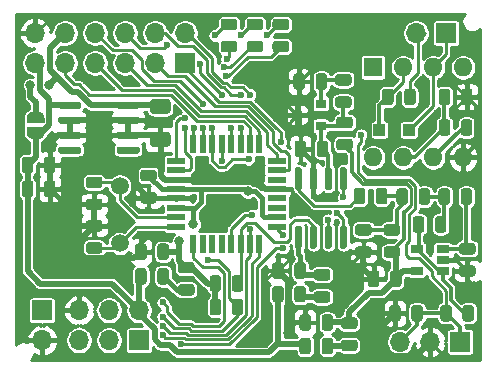
<source format=gbr>
G04 #@! TF.GenerationSoftware,KiCad,Pcbnew,5.1.6*
G04 #@! TF.CreationDate,2020-09-05T16:15:09+02:00*
G04 #@! TF.ProjectId,usynth,7573796e-7468-42e6-9b69-6361645f7063,2*
G04 #@! TF.SameCoordinates,Original*
G04 #@! TF.FileFunction,Copper,L1,Top*
G04 #@! TF.FilePolarity,Positive*
%FSLAX46Y46*%
G04 Gerber Fmt 4.6, Leading zero omitted, Abs format (unit mm)*
G04 Created by KiCad (PCBNEW 5.1.6) date 2020-09-05 16:15:09*
%MOMM*%
%LPD*%
G01*
G04 APERTURE LIST*
G04 #@! TA.AperFunction,SMDPad,CuDef*
%ADD10R,0.900000X0.800000*%
G04 #@! TD*
G04 #@! TA.AperFunction,ComponentPad*
%ADD11O,1.700000X1.700000*%
G04 #@! TD*
G04 #@! TA.AperFunction,ComponentPad*
%ADD12R,1.700000X1.700000*%
G04 #@! TD*
G04 #@! TA.AperFunction,SMDPad,CuDef*
%ADD13R,1.000000X1.000000*%
G04 #@! TD*
G04 #@! TA.AperFunction,SMDPad,CuDef*
%ADD14R,0.550000X1.600000*%
G04 #@! TD*
G04 #@! TA.AperFunction,SMDPad,CuDef*
%ADD15R,1.600000X0.550000*%
G04 #@! TD*
G04 #@! TA.AperFunction,ComponentPad*
%ADD16C,1.500000*%
G04 #@! TD*
G04 #@! TA.AperFunction,ComponentPad*
%ADD17O,1.600000X1.600000*%
G04 #@! TD*
G04 #@! TA.AperFunction,ComponentPad*
%ADD18R,1.600000X1.600000*%
G04 #@! TD*
G04 #@! TA.AperFunction,SMDPad,CuDef*
%ADD19C,0.100000*%
G04 #@! TD*
G04 #@! TA.AperFunction,SMDPad,CuDef*
%ADD20R,1.060000X0.650000*%
G04 #@! TD*
G04 #@! TA.AperFunction,ViaPad*
%ADD21C,0.800000*%
G04 #@! TD*
G04 #@! TA.AperFunction,ViaPad*
%ADD22C,0.600000*%
G04 #@! TD*
G04 #@! TA.AperFunction,Conductor*
%ADD23C,0.400000*%
G04 #@! TD*
G04 #@! TA.AperFunction,Conductor*
%ADD24C,0.500000*%
G04 #@! TD*
G04 #@! TA.AperFunction,Conductor*
%ADD25C,0.300000*%
G04 #@! TD*
G04 #@! TA.AperFunction,Conductor*
%ADD26C,0.250000*%
G04 #@! TD*
G04 APERTURE END LIST*
G04 #@! TA.AperFunction,SMDPad,CuDef*
G36*
G01*
X144445000Y-75300000D02*
X144145000Y-75300000D01*
G75*
G02*
X143995000Y-75150000I0J150000D01*
G01*
X143995000Y-73500000D01*
G75*
G02*
X144145000Y-73350000I150000J0D01*
G01*
X144445000Y-73350000D01*
G75*
G02*
X144595000Y-73500000I0J-150000D01*
G01*
X144595000Y-75150000D01*
G75*
G02*
X144445000Y-75300000I-150000J0D01*
G01*
G37*
G04 #@! TD.AperFunction*
G04 #@! TA.AperFunction,SMDPad,CuDef*
G36*
G01*
X145715000Y-75300000D02*
X145415000Y-75300000D01*
G75*
G02*
X145265000Y-75150000I0J150000D01*
G01*
X145265000Y-73500000D01*
G75*
G02*
X145415000Y-73350000I150000J0D01*
G01*
X145715000Y-73350000D01*
G75*
G02*
X145865000Y-73500000I0J-150000D01*
G01*
X145865000Y-75150000D01*
G75*
G02*
X145715000Y-75300000I-150000J0D01*
G01*
G37*
G04 #@! TD.AperFunction*
G04 #@! TA.AperFunction,SMDPad,CuDef*
G36*
G01*
X146985000Y-75300000D02*
X146685000Y-75300000D01*
G75*
G02*
X146535000Y-75150000I0J150000D01*
G01*
X146535000Y-73500000D01*
G75*
G02*
X146685000Y-73350000I150000J0D01*
G01*
X146985000Y-73350000D01*
G75*
G02*
X147135000Y-73500000I0J-150000D01*
G01*
X147135000Y-75150000D01*
G75*
G02*
X146985000Y-75300000I-150000J0D01*
G01*
G37*
G04 #@! TD.AperFunction*
G04 #@! TA.AperFunction,SMDPad,CuDef*
G36*
G01*
X148255000Y-75300000D02*
X147955000Y-75300000D01*
G75*
G02*
X147805000Y-75150000I0J150000D01*
G01*
X147805000Y-73500000D01*
G75*
G02*
X147955000Y-73350000I150000J0D01*
G01*
X148255000Y-73350000D01*
G75*
G02*
X148405000Y-73500000I0J-150000D01*
G01*
X148405000Y-75150000D01*
G75*
G02*
X148255000Y-75300000I-150000J0D01*
G01*
G37*
G04 #@! TD.AperFunction*
G04 #@! TA.AperFunction,SMDPad,CuDef*
G36*
G01*
X148255000Y-80250000D02*
X147955000Y-80250000D01*
G75*
G02*
X147805000Y-80100000I0J150000D01*
G01*
X147805000Y-78450000D01*
G75*
G02*
X147955000Y-78300000I150000J0D01*
G01*
X148255000Y-78300000D01*
G75*
G02*
X148405000Y-78450000I0J-150000D01*
G01*
X148405000Y-80100000D01*
G75*
G02*
X148255000Y-80250000I-150000J0D01*
G01*
G37*
G04 #@! TD.AperFunction*
G04 #@! TA.AperFunction,SMDPad,CuDef*
G36*
G01*
X146985000Y-80250000D02*
X146685000Y-80250000D01*
G75*
G02*
X146535000Y-80100000I0J150000D01*
G01*
X146535000Y-78450000D01*
G75*
G02*
X146685000Y-78300000I150000J0D01*
G01*
X146985000Y-78300000D01*
G75*
G02*
X147135000Y-78450000I0J-150000D01*
G01*
X147135000Y-80100000D01*
G75*
G02*
X146985000Y-80250000I-150000J0D01*
G01*
G37*
G04 #@! TD.AperFunction*
G04 #@! TA.AperFunction,SMDPad,CuDef*
G36*
G01*
X145715000Y-80250000D02*
X145415000Y-80250000D01*
G75*
G02*
X145265000Y-80100000I0J150000D01*
G01*
X145265000Y-78450000D01*
G75*
G02*
X145415000Y-78300000I150000J0D01*
G01*
X145715000Y-78300000D01*
G75*
G02*
X145865000Y-78450000I0J-150000D01*
G01*
X145865000Y-80100000D01*
G75*
G02*
X145715000Y-80250000I-150000J0D01*
G01*
G37*
G04 #@! TD.AperFunction*
G04 #@! TA.AperFunction,SMDPad,CuDef*
G36*
G01*
X144445000Y-80250000D02*
X144145000Y-80250000D01*
G75*
G02*
X143995000Y-80100000I0J150000D01*
G01*
X143995000Y-78450000D01*
G75*
G02*
X144145000Y-78300000I150000J0D01*
G01*
X144445000Y-78300000D01*
G75*
G02*
X144595000Y-78450000I0J-150000D01*
G01*
X144595000Y-80100000D01*
G75*
G02*
X144445000Y-80250000I-150000J0D01*
G01*
G37*
G04 #@! TD.AperFunction*
G04 #@! TA.AperFunction,SMDPad,CuDef*
G36*
G01*
X132056250Y-74550000D02*
X131143750Y-74550000D01*
G75*
G02*
X130900000Y-74306250I0J243750D01*
G01*
X130900000Y-73818750D01*
G75*
G02*
X131143750Y-73575000I243750J0D01*
G01*
X132056250Y-73575000D01*
G75*
G02*
X132300000Y-73818750I0J-243750D01*
G01*
X132300000Y-74306250D01*
G75*
G02*
X132056250Y-74550000I-243750J0D01*
G01*
G37*
G04 #@! TD.AperFunction*
G04 #@! TA.AperFunction,SMDPad,CuDef*
G36*
G01*
X132056250Y-76425000D02*
X131143750Y-76425000D01*
G75*
G02*
X130900000Y-76181250I0J243750D01*
G01*
X130900000Y-75693750D01*
G75*
G02*
X131143750Y-75450000I243750J0D01*
G01*
X132056250Y-75450000D01*
G75*
G02*
X132300000Y-75693750I0J-243750D01*
G01*
X132300000Y-76181250D01*
G75*
G02*
X132056250Y-76425000I-243750J0D01*
G01*
G37*
G04 #@! TD.AperFunction*
G04 #@! TA.AperFunction,SMDPad,CuDef*
G36*
G01*
X137750000Y-84743750D02*
X137750000Y-85656250D01*
G75*
G02*
X137506250Y-85900000I-243750J0D01*
G01*
X137018750Y-85900000D01*
G75*
G02*
X136775000Y-85656250I0J243750D01*
G01*
X136775000Y-84743750D01*
G75*
G02*
X137018750Y-84500000I243750J0D01*
G01*
X137506250Y-84500000D01*
G75*
G02*
X137750000Y-84743750I0J-243750D01*
G01*
G37*
G04 #@! TD.AperFunction*
G04 #@! TA.AperFunction,SMDPad,CuDef*
G36*
G01*
X139625000Y-84743750D02*
X139625000Y-85656250D01*
G75*
G02*
X139381250Y-85900000I-243750J0D01*
G01*
X138893750Y-85900000D01*
G75*
G02*
X138650000Y-85656250I0J243750D01*
G01*
X138650000Y-84743750D01*
G75*
G02*
X138893750Y-84500000I243750J0D01*
G01*
X139381250Y-84500000D01*
G75*
G02*
X139625000Y-84743750I0J-243750D01*
G01*
G37*
G04 #@! TD.AperFunction*
D10*
X144200000Y-68918000D03*
X146200000Y-67968000D03*
X146200000Y-69868000D03*
G04 #@! TA.AperFunction,SMDPad,CuDef*
G36*
G01*
X147643750Y-67350000D02*
X148556250Y-67350000D01*
G75*
G02*
X148800000Y-67593750I0J-243750D01*
G01*
X148800000Y-68081250D01*
G75*
G02*
X148556250Y-68325000I-243750J0D01*
G01*
X147643750Y-68325000D01*
G75*
G02*
X147400000Y-68081250I0J243750D01*
G01*
X147400000Y-67593750D01*
G75*
G02*
X147643750Y-67350000I243750J0D01*
G01*
G37*
G04 #@! TD.AperFunction*
G04 #@! TA.AperFunction,SMDPad,CuDef*
G36*
G01*
X147643750Y-65475000D02*
X148556250Y-65475000D01*
G75*
G02*
X148800000Y-65718750I0J-243750D01*
G01*
X148800000Y-66206250D01*
G75*
G02*
X148556250Y-66450000I-243750J0D01*
G01*
X147643750Y-66450000D01*
G75*
G02*
X147400000Y-66206250I0J243750D01*
G01*
X147400000Y-65718750D01*
G75*
G02*
X147643750Y-65475000I243750J0D01*
G01*
G37*
G04 #@! TD.AperFunction*
G04 #@! TA.AperFunction,SMDPad,CuDef*
G36*
G01*
X145750000Y-66556250D02*
X145750000Y-65643750D01*
G75*
G02*
X145993750Y-65400000I243750J0D01*
G01*
X146481250Y-65400000D01*
G75*
G02*
X146725000Y-65643750I0J-243750D01*
G01*
X146725000Y-66556250D01*
G75*
G02*
X146481250Y-66800000I-243750J0D01*
G01*
X145993750Y-66800000D01*
G75*
G02*
X145750000Y-66556250I0J243750D01*
G01*
G37*
G04 #@! TD.AperFunction*
G04 #@! TA.AperFunction,SMDPad,CuDef*
G36*
G01*
X143875000Y-66556250D02*
X143875000Y-65643750D01*
G75*
G02*
X144118750Y-65400000I243750J0D01*
G01*
X144606250Y-65400000D01*
G75*
G02*
X144850000Y-65643750I0J-243750D01*
G01*
X144850000Y-66556250D01*
G75*
G02*
X144606250Y-66800000I-243750J0D01*
G01*
X144118750Y-66800000D01*
G75*
G02*
X143875000Y-66556250I0J243750D01*
G01*
G37*
G04 #@! TD.AperFunction*
G04 #@! TA.AperFunction,SMDPad,CuDef*
G36*
G01*
X147743750Y-70950000D02*
X148656250Y-70950000D01*
G75*
G02*
X148900000Y-71193750I0J-243750D01*
G01*
X148900000Y-71681250D01*
G75*
G02*
X148656250Y-71925000I-243750J0D01*
G01*
X147743750Y-71925000D01*
G75*
G02*
X147500000Y-71681250I0J243750D01*
G01*
X147500000Y-71193750D01*
G75*
G02*
X147743750Y-70950000I243750J0D01*
G01*
G37*
G04 #@! TD.AperFunction*
G04 #@! TA.AperFunction,SMDPad,CuDef*
G36*
G01*
X147743750Y-69075000D02*
X148656250Y-69075000D01*
G75*
G02*
X148900000Y-69318750I0J-243750D01*
G01*
X148900000Y-69806250D01*
G75*
G02*
X148656250Y-70050000I-243750J0D01*
G01*
X147743750Y-70050000D01*
G75*
G02*
X147500000Y-69806250I0J243750D01*
G01*
X147500000Y-69318750D01*
G75*
G02*
X147743750Y-69075000I243750J0D01*
G01*
G37*
G04 #@! TD.AperFunction*
G04 #@! TA.AperFunction,SMDPad,CuDef*
G36*
G01*
X143050000Y-83643750D02*
X143050000Y-84556250D01*
G75*
G02*
X142806250Y-84800000I-243750J0D01*
G01*
X142318750Y-84800000D01*
G75*
G02*
X142075000Y-84556250I0J243750D01*
G01*
X142075000Y-83643750D01*
G75*
G02*
X142318750Y-83400000I243750J0D01*
G01*
X142806250Y-83400000D01*
G75*
G02*
X143050000Y-83643750I0J-243750D01*
G01*
G37*
G04 #@! TD.AperFunction*
G04 #@! TA.AperFunction,SMDPad,CuDef*
G36*
G01*
X144925000Y-83643750D02*
X144925000Y-84556250D01*
G75*
G02*
X144681250Y-84800000I-243750J0D01*
G01*
X144193750Y-84800000D01*
G75*
G02*
X143950000Y-84556250I0J243750D01*
G01*
X143950000Y-83643750D01*
G75*
G02*
X144193750Y-83400000I243750J0D01*
G01*
X144681250Y-83400000D01*
G75*
G02*
X144925000Y-83643750I0J-243750D01*
G01*
G37*
G04 #@! TD.AperFunction*
G04 #@! TA.AperFunction,SMDPad,CuDef*
G36*
G01*
X145350000Y-88043750D02*
X145350000Y-88956250D01*
G75*
G02*
X145106250Y-89200000I-243750J0D01*
G01*
X144618750Y-89200000D01*
G75*
G02*
X144375000Y-88956250I0J243750D01*
G01*
X144375000Y-88043750D01*
G75*
G02*
X144618750Y-87800000I243750J0D01*
G01*
X145106250Y-87800000D01*
G75*
G02*
X145350000Y-88043750I0J-243750D01*
G01*
G37*
G04 #@! TD.AperFunction*
G04 #@! TA.AperFunction,SMDPad,CuDef*
G36*
G01*
X147225000Y-88043750D02*
X147225000Y-88956250D01*
G75*
G02*
X146981250Y-89200000I-243750J0D01*
G01*
X146493750Y-89200000D01*
G75*
G02*
X146250000Y-88956250I0J243750D01*
G01*
X146250000Y-88043750D01*
G75*
G02*
X146493750Y-87800000I243750J0D01*
G01*
X146981250Y-87800000D01*
G75*
G02*
X147225000Y-88043750I0J-243750D01*
G01*
G37*
G04 #@! TD.AperFunction*
G04 #@! TA.AperFunction,SMDPad,CuDef*
G36*
G01*
X131450000Y-82143750D02*
X131450000Y-83056250D01*
G75*
G02*
X131206250Y-83300000I-243750J0D01*
G01*
X130718750Y-83300000D01*
G75*
G02*
X130475000Y-83056250I0J243750D01*
G01*
X130475000Y-82143750D01*
G75*
G02*
X130718750Y-81900000I243750J0D01*
G01*
X131206250Y-81900000D01*
G75*
G02*
X131450000Y-82143750I0J-243750D01*
G01*
G37*
G04 #@! TD.AperFunction*
G04 #@! TA.AperFunction,SMDPad,CuDef*
G36*
G01*
X133325000Y-82143750D02*
X133325000Y-83056250D01*
G75*
G02*
X133081250Y-83300000I-243750J0D01*
G01*
X132593750Y-83300000D01*
G75*
G02*
X132350000Y-83056250I0J243750D01*
G01*
X132350000Y-82143750D01*
G75*
G02*
X132593750Y-81900000I243750J0D01*
G01*
X133081250Y-81900000D01*
G75*
G02*
X133325000Y-82143750I0J-243750D01*
G01*
G37*
G04 #@! TD.AperFunction*
D11*
X122000000Y-62000000D03*
X122000000Y-64540000D03*
X124540000Y-62000000D03*
X124540000Y-64540000D03*
X127080000Y-62000000D03*
X127080000Y-64540000D03*
X129620000Y-62000000D03*
X129620000Y-64540000D03*
X132160000Y-62000000D03*
X132160000Y-64540000D03*
X134700000Y-62000000D03*
D12*
X134700000Y-64540000D03*
G04 #@! TA.AperFunction,SMDPad,CuDef*
G36*
G01*
X145843750Y-83850000D02*
X146756250Y-83850000D01*
G75*
G02*
X147000000Y-84093750I0J-243750D01*
G01*
X147000000Y-84581250D01*
G75*
G02*
X146756250Y-84825000I-243750J0D01*
G01*
X145843750Y-84825000D01*
G75*
G02*
X145600000Y-84581250I0J243750D01*
G01*
X145600000Y-84093750D01*
G75*
G02*
X145843750Y-83850000I243750J0D01*
G01*
G37*
G04 #@! TD.AperFunction*
G04 #@! TA.AperFunction,SMDPad,CuDef*
G36*
G01*
X145843750Y-81975000D02*
X146756250Y-81975000D01*
G75*
G02*
X147000000Y-82218750I0J-243750D01*
G01*
X147000000Y-82706250D01*
G75*
G02*
X146756250Y-82950000I-243750J0D01*
G01*
X145843750Y-82950000D01*
G75*
G02*
X145600000Y-82706250I0J243750D01*
G01*
X145600000Y-82218750D01*
G75*
G02*
X145843750Y-81975000I243750J0D01*
G01*
G37*
G04 #@! TD.AperFunction*
G04 #@! TA.AperFunction,SMDPad,CuDef*
G36*
G01*
X148143750Y-87950000D02*
X149056250Y-87950000D01*
G75*
G02*
X149300000Y-88193750I0J-243750D01*
G01*
X149300000Y-88681250D01*
G75*
G02*
X149056250Y-88925000I-243750J0D01*
G01*
X148143750Y-88925000D01*
G75*
G02*
X147900000Y-88681250I0J243750D01*
G01*
X147900000Y-88193750D01*
G75*
G02*
X148143750Y-87950000I243750J0D01*
G01*
G37*
G04 #@! TD.AperFunction*
G04 #@! TA.AperFunction,SMDPad,CuDef*
G36*
G01*
X148143750Y-86075000D02*
X149056250Y-86075000D01*
G75*
G02*
X149300000Y-86318750I0J-243750D01*
G01*
X149300000Y-86806250D01*
G75*
G02*
X149056250Y-87050000I-243750J0D01*
G01*
X148143750Y-87050000D01*
G75*
G02*
X147900000Y-86806250I0J243750D01*
G01*
X147900000Y-86318750D01*
G75*
G02*
X148143750Y-86075000I243750J0D01*
G01*
G37*
G04 #@! TD.AperFunction*
G04 #@! TA.AperFunction,SMDPad,CuDef*
G36*
G01*
X134343750Y-83250000D02*
X135256250Y-83250000D01*
G75*
G02*
X135500000Y-83493750I0J-243750D01*
G01*
X135500000Y-83981250D01*
G75*
G02*
X135256250Y-84225000I-243750J0D01*
G01*
X134343750Y-84225000D01*
G75*
G02*
X134100000Y-83981250I0J243750D01*
G01*
X134100000Y-83493750D01*
G75*
G02*
X134343750Y-83250000I243750J0D01*
G01*
G37*
G04 #@! TD.AperFunction*
G04 #@! TA.AperFunction,SMDPad,CuDef*
G36*
G01*
X134343750Y-81375000D02*
X135256250Y-81375000D01*
G75*
G02*
X135500000Y-81618750I0J-243750D01*
G01*
X135500000Y-82106250D01*
G75*
G02*
X135256250Y-82350000I-243750J0D01*
G01*
X134343750Y-82350000D01*
G75*
G02*
X134100000Y-82106250I0J243750D01*
G01*
X134100000Y-81618750D01*
G75*
G02*
X134343750Y-81375000I243750J0D01*
G01*
G37*
G04 #@! TD.AperFunction*
G04 #@! TA.AperFunction,SMDPad,CuDef*
G36*
G01*
X143050000Y-81643750D02*
X143050000Y-82556250D01*
G75*
G02*
X142806250Y-82800000I-243750J0D01*
G01*
X142318750Y-82800000D01*
G75*
G02*
X142075000Y-82556250I0J243750D01*
G01*
X142075000Y-81643750D01*
G75*
G02*
X142318750Y-81400000I243750J0D01*
G01*
X142806250Y-81400000D01*
G75*
G02*
X143050000Y-81643750I0J-243750D01*
G01*
G37*
G04 #@! TD.AperFunction*
G04 #@! TA.AperFunction,SMDPad,CuDef*
G36*
G01*
X144925000Y-81643750D02*
X144925000Y-82556250D01*
G75*
G02*
X144681250Y-82800000I-243750J0D01*
G01*
X144193750Y-82800000D01*
G75*
G02*
X143950000Y-82556250I0J243750D01*
G01*
X143950000Y-81643750D01*
G75*
G02*
X144193750Y-81400000I243750J0D01*
G01*
X144681250Y-81400000D01*
G75*
G02*
X144925000Y-81643750I0J-243750D01*
G01*
G37*
G04 #@! TD.AperFunction*
G04 #@! TA.AperFunction,SMDPad,CuDef*
G36*
G01*
X145350000Y-86043750D02*
X145350000Y-86956250D01*
G75*
G02*
X145106250Y-87200000I-243750J0D01*
G01*
X144618750Y-87200000D01*
G75*
G02*
X144375000Y-86956250I0J243750D01*
G01*
X144375000Y-86043750D01*
G75*
G02*
X144618750Y-85800000I243750J0D01*
G01*
X145106250Y-85800000D01*
G75*
G02*
X145350000Y-86043750I0J-243750D01*
G01*
G37*
G04 #@! TD.AperFunction*
G04 #@! TA.AperFunction,SMDPad,CuDef*
G36*
G01*
X147225000Y-86043750D02*
X147225000Y-86956250D01*
G75*
G02*
X146981250Y-87200000I-243750J0D01*
G01*
X146493750Y-87200000D01*
G75*
G02*
X146250000Y-86956250I0J243750D01*
G01*
X146250000Y-86043750D01*
G75*
G02*
X146493750Y-85800000I243750J0D01*
G01*
X146981250Y-85800000D01*
G75*
G02*
X147225000Y-86043750I0J-243750D01*
G01*
G37*
G04 #@! TD.AperFunction*
G04 #@! TA.AperFunction,SMDPad,CuDef*
G36*
G01*
X131450000Y-80043750D02*
X131450000Y-80956250D01*
G75*
G02*
X131206250Y-81200000I-243750J0D01*
G01*
X130718750Y-81200000D01*
G75*
G02*
X130475000Y-80956250I0J243750D01*
G01*
X130475000Y-80043750D01*
G75*
G02*
X130718750Y-79800000I243750J0D01*
G01*
X131206250Y-79800000D01*
G75*
G02*
X131450000Y-80043750I0J-243750D01*
G01*
G37*
G04 #@! TD.AperFunction*
G04 #@! TA.AperFunction,SMDPad,CuDef*
G36*
G01*
X133325000Y-80043750D02*
X133325000Y-80956250D01*
G75*
G02*
X133081250Y-81200000I-243750J0D01*
G01*
X132593750Y-81200000D01*
G75*
G02*
X132350000Y-80956250I0J243750D01*
G01*
X132350000Y-80043750D01*
G75*
G02*
X132593750Y-79800000I243750J0D01*
G01*
X133081250Y-79800000D01*
G75*
G02*
X133325000Y-80043750I0J-243750D01*
G01*
G37*
G04 #@! TD.AperFunction*
G04 #@! TA.AperFunction,SMDPad,CuDef*
G36*
G01*
X133225000Y-68825000D02*
X131975000Y-68825000D01*
G75*
G02*
X131725000Y-68575000I0J250000D01*
G01*
X131725000Y-67825000D01*
G75*
G02*
X131975000Y-67575000I250000J0D01*
G01*
X133225000Y-67575000D01*
G75*
G02*
X133475000Y-67825000I0J-250000D01*
G01*
X133475000Y-68575000D01*
G75*
G02*
X133225000Y-68825000I-250000J0D01*
G01*
G37*
G04 #@! TD.AperFunction*
G04 #@! TA.AperFunction,SMDPad,CuDef*
G36*
G01*
X133225000Y-71625000D02*
X131975000Y-71625000D01*
G75*
G02*
X131725000Y-71375000I0J250000D01*
G01*
X131725000Y-70625000D01*
G75*
G02*
X131975000Y-70375000I250000J0D01*
G01*
X133225000Y-70375000D01*
G75*
G02*
X133475000Y-70625000I0J-250000D01*
G01*
X133475000Y-71375000D01*
G75*
G02*
X133225000Y-71625000I-250000J0D01*
G01*
G37*
G04 #@! TD.AperFunction*
G04 #@! TA.AperFunction,SMDPad,CuDef*
G36*
G01*
X145850000Y-72256250D02*
X145850000Y-71343750D01*
G75*
G02*
X146093750Y-71100000I243750J0D01*
G01*
X146581250Y-71100000D01*
G75*
G02*
X146825000Y-71343750I0J-243750D01*
G01*
X146825000Y-72256250D01*
G75*
G02*
X146581250Y-72500000I-243750J0D01*
G01*
X146093750Y-72500000D01*
G75*
G02*
X145850000Y-72256250I0J243750D01*
G01*
G37*
G04 #@! TD.AperFunction*
G04 #@! TA.AperFunction,SMDPad,CuDef*
G36*
G01*
X143975000Y-72256250D02*
X143975000Y-71343750D01*
G75*
G02*
X144218750Y-71100000I243750J0D01*
G01*
X144706250Y-71100000D01*
G75*
G02*
X144950000Y-71343750I0J-243750D01*
G01*
X144950000Y-72256250D01*
G75*
G02*
X144706250Y-72500000I-243750J0D01*
G01*
X144218750Y-72500000D01*
G75*
G02*
X143975000Y-72256250I0J243750D01*
G01*
G37*
G04 #@! TD.AperFunction*
G04 #@! TA.AperFunction,SMDPad,CuDef*
G36*
G01*
X151743750Y-80050000D02*
X152656250Y-80050000D01*
G75*
G02*
X152900000Y-80293750I0J-243750D01*
G01*
X152900000Y-80781250D01*
G75*
G02*
X152656250Y-81025000I-243750J0D01*
G01*
X151743750Y-81025000D01*
G75*
G02*
X151500000Y-80781250I0J243750D01*
G01*
X151500000Y-80293750D01*
G75*
G02*
X151743750Y-80050000I243750J0D01*
G01*
G37*
G04 #@! TD.AperFunction*
G04 #@! TA.AperFunction,SMDPad,CuDef*
G36*
G01*
X151743750Y-78175000D02*
X152656250Y-78175000D01*
G75*
G02*
X152900000Y-78418750I0J-243750D01*
G01*
X152900000Y-78906250D01*
G75*
G02*
X152656250Y-79150000I-243750J0D01*
G01*
X151743750Y-79150000D01*
G75*
G02*
X151500000Y-78906250I0J243750D01*
G01*
X151500000Y-78418750D01*
G75*
G02*
X151743750Y-78175000I243750J0D01*
G01*
G37*
G04 #@! TD.AperFunction*
G04 #@! TA.AperFunction,SMDPad,CuDef*
G36*
G01*
X153250000Y-67856250D02*
X153250000Y-66943750D01*
G75*
G02*
X153493750Y-66700000I243750J0D01*
G01*
X153981250Y-66700000D01*
G75*
G02*
X154225000Y-66943750I0J-243750D01*
G01*
X154225000Y-67856250D01*
G75*
G02*
X153981250Y-68100000I-243750J0D01*
G01*
X153493750Y-68100000D01*
G75*
G02*
X153250000Y-67856250I0J243750D01*
G01*
G37*
G04 #@! TD.AperFunction*
G04 #@! TA.AperFunction,SMDPad,CuDef*
G36*
G01*
X151375000Y-67856250D02*
X151375000Y-66943750D01*
G75*
G02*
X151618750Y-66700000I243750J0D01*
G01*
X152106250Y-66700000D01*
G75*
G02*
X152350000Y-66943750I0J-243750D01*
G01*
X152350000Y-67856250D01*
G75*
G02*
X152106250Y-68100000I-243750J0D01*
G01*
X151618750Y-68100000D01*
G75*
G02*
X151375000Y-67856250I0J243750D01*
G01*
G37*
G04 #@! TD.AperFunction*
D13*
X153650000Y-70200000D03*
X151150000Y-70200000D03*
D14*
X135400000Y-71350000D03*
X136200000Y-71350000D03*
X137000000Y-71350000D03*
X137800000Y-71350000D03*
X138600000Y-71350000D03*
X139400000Y-71350000D03*
X140200000Y-71350000D03*
X141000000Y-71350000D03*
D15*
X142450000Y-72800000D03*
X142450000Y-73600000D03*
X142450000Y-74400000D03*
X142450000Y-75200000D03*
X142450000Y-76000000D03*
X142450000Y-76800000D03*
X142450000Y-77600000D03*
X142450000Y-78400000D03*
D14*
X141000000Y-79850000D03*
X140200000Y-79850000D03*
X139400000Y-79850000D03*
X138600000Y-79850000D03*
X137800000Y-79850000D03*
X137000000Y-79850000D03*
X136200000Y-79850000D03*
X135400000Y-79850000D03*
D15*
X133950000Y-78400000D03*
X133950000Y-77600000D03*
X133950000Y-76800000D03*
X133950000Y-76000000D03*
X133950000Y-75200000D03*
X133950000Y-74400000D03*
X133950000Y-73600000D03*
X133950000Y-72800000D03*
D16*
X129159000Y-79810000D03*
X129159000Y-74930000D03*
D17*
X150622000Y-72517000D03*
X158242000Y-64897000D03*
X153162000Y-72517000D03*
X155702000Y-64897000D03*
X155702000Y-72517000D03*
X153162000Y-64897000D03*
X158242000Y-72517000D03*
D18*
X150622000Y-64897000D03*
G04 #@! TA.AperFunction,SMDPad,CuDef*
G36*
G01*
X150850000Y-76256250D02*
X150850000Y-75343750D01*
G75*
G02*
X151093750Y-75100000I243750J0D01*
G01*
X151581250Y-75100000D01*
G75*
G02*
X151825000Y-75343750I0J-243750D01*
G01*
X151825000Y-76256250D01*
G75*
G02*
X151581250Y-76500000I-243750J0D01*
G01*
X151093750Y-76500000D01*
G75*
G02*
X150850000Y-76256250I0J243750D01*
G01*
G37*
G04 #@! TD.AperFunction*
G04 #@! TA.AperFunction,SMDPad,CuDef*
G36*
G01*
X148975000Y-76256250D02*
X148975000Y-75343750D01*
G75*
G02*
X149218750Y-75100000I243750J0D01*
G01*
X149706250Y-75100000D01*
G75*
G02*
X149950000Y-75343750I0J-243750D01*
G01*
X149950000Y-76256250D01*
G75*
G02*
X149706250Y-76500000I-243750J0D01*
G01*
X149218750Y-76500000D01*
G75*
G02*
X148975000Y-76256250I0J243750D01*
G01*
G37*
G04 #@! TD.AperFunction*
G04 #@! TA.AperFunction,SMDPad,CuDef*
G36*
G01*
X149343750Y-80050000D02*
X150256250Y-80050000D01*
G75*
G02*
X150500000Y-80293750I0J-243750D01*
G01*
X150500000Y-80781250D01*
G75*
G02*
X150256250Y-81025000I-243750J0D01*
G01*
X149343750Y-81025000D01*
G75*
G02*
X149100000Y-80781250I0J243750D01*
G01*
X149100000Y-80293750D01*
G75*
G02*
X149343750Y-80050000I243750J0D01*
G01*
G37*
G04 #@! TD.AperFunction*
G04 #@! TA.AperFunction,SMDPad,CuDef*
G36*
G01*
X149343750Y-78175000D02*
X150256250Y-78175000D01*
G75*
G02*
X150500000Y-78418750I0J-243750D01*
G01*
X150500000Y-78906250D01*
G75*
G02*
X150256250Y-79150000I-243750J0D01*
G01*
X149343750Y-79150000D01*
G75*
G02*
X149100000Y-78906250I0J243750D01*
G01*
X149100000Y-78418750D01*
G75*
G02*
X149343750Y-78175000I243750J0D01*
G01*
G37*
G04 #@! TD.AperFunction*
D11*
X154260000Y-62000000D03*
D12*
X156800000Y-62000000D03*
G04 #@! TA.AperFunction,SMDPad,CuDef*
G36*
G01*
X157122000Y-75381750D02*
X157122000Y-76294250D01*
G75*
G02*
X156878250Y-76538000I-243750J0D01*
G01*
X156390750Y-76538000D01*
G75*
G02*
X156147000Y-76294250I0J243750D01*
G01*
X156147000Y-75381750D01*
G75*
G02*
X156390750Y-75138000I243750J0D01*
G01*
X156878250Y-75138000D01*
G75*
G02*
X157122000Y-75381750I0J-243750D01*
G01*
G37*
G04 #@! TD.AperFunction*
G04 #@! TA.AperFunction,SMDPad,CuDef*
G36*
G01*
X158997000Y-75381750D02*
X158997000Y-76294250D01*
G75*
G02*
X158753250Y-76538000I-243750J0D01*
G01*
X158265750Y-76538000D01*
G75*
G02*
X158022000Y-76294250I0J243750D01*
G01*
X158022000Y-75381750D01*
G75*
G02*
X158265750Y-75138000I243750J0D01*
G01*
X158753250Y-75138000D01*
G75*
G02*
X158997000Y-75381750I0J-243750D01*
G01*
G37*
G04 #@! TD.AperFunction*
G04 #@! TA.AperFunction,SMDPad,CuDef*
G36*
G01*
X154466000Y-76294250D02*
X154466000Y-75381750D01*
G75*
G02*
X154709750Y-75138000I243750J0D01*
G01*
X155197250Y-75138000D01*
G75*
G02*
X155441000Y-75381750I0J-243750D01*
G01*
X155441000Y-76294250D01*
G75*
G02*
X155197250Y-76538000I-243750J0D01*
G01*
X154709750Y-76538000D01*
G75*
G02*
X154466000Y-76294250I0J243750D01*
G01*
G37*
G04 #@! TD.AperFunction*
G04 #@! TA.AperFunction,SMDPad,CuDef*
G36*
G01*
X152591000Y-76294250D02*
X152591000Y-75381750D01*
G75*
G02*
X152834750Y-75138000I243750J0D01*
G01*
X153322250Y-75138000D01*
G75*
G02*
X153566000Y-75381750I0J-243750D01*
G01*
X153566000Y-76294250D01*
G75*
G02*
X153322250Y-76538000I-243750J0D01*
G01*
X152834750Y-76538000D01*
G75*
G02*
X152591000Y-76294250I0J243750D01*
G01*
G37*
G04 #@! TD.AperFunction*
G04 #@! TA.AperFunction,SMDPad,CuDef*
D19*
G36*
X122796398Y-70450000D02*
G01*
X122796398Y-70474534D01*
X122791588Y-70523365D01*
X122782016Y-70571490D01*
X122767772Y-70618445D01*
X122748995Y-70663778D01*
X122725864Y-70707051D01*
X122698604Y-70747850D01*
X122667476Y-70785779D01*
X122632779Y-70820476D01*
X122594850Y-70851604D01*
X122554051Y-70878864D01*
X122510778Y-70901995D01*
X122465445Y-70920772D01*
X122418490Y-70935016D01*
X122370365Y-70944588D01*
X122321534Y-70949398D01*
X122297000Y-70949398D01*
X122297000Y-70950000D01*
X121797000Y-70950000D01*
X121797000Y-70949398D01*
X121772466Y-70949398D01*
X121723635Y-70944588D01*
X121675510Y-70935016D01*
X121628555Y-70920772D01*
X121583222Y-70901995D01*
X121539949Y-70878864D01*
X121499150Y-70851604D01*
X121461221Y-70820476D01*
X121426524Y-70785779D01*
X121395396Y-70747850D01*
X121368136Y-70707051D01*
X121345005Y-70663778D01*
X121326228Y-70618445D01*
X121311984Y-70571490D01*
X121302412Y-70523365D01*
X121297602Y-70474534D01*
X121297602Y-70450000D01*
X121297000Y-70450000D01*
X121297000Y-69950000D01*
X122797000Y-69950000D01*
X122797000Y-70450000D01*
X122796398Y-70450000D01*
G37*
G04 #@! TD.AperFunction*
G04 #@! TA.AperFunction,SMDPad,CuDef*
G36*
X121297000Y-69650000D02*
G01*
X121297000Y-69150000D01*
X121297602Y-69150000D01*
X121297602Y-69125466D01*
X121302412Y-69076635D01*
X121311984Y-69028510D01*
X121326228Y-68981555D01*
X121345005Y-68936222D01*
X121368136Y-68892949D01*
X121395396Y-68852150D01*
X121426524Y-68814221D01*
X121461221Y-68779524D01*
X121499150Y-68748396D01*
X121539949Y-68721136D01*
X121583222Y-68698005D01*
X121628555Y-68679228D01*
X121675510Y-68664984D01*
X121723635Y-68655412D01*
X121772466Y-68650602D01*
X121797000Y-68650602D01*
X121797000Y-68650000D01*
X122297000Y-68650000D01*
X122297000Y-68650602D01*
X122321534Y-68650602D01*
X122370365Y-68655412D01*
X122418490Y-68664984D01*
X122465445Y-68679228D01*
X122510778Y-68698005D01*
X122554051Y-68721136D01*
X122594850Y-68748396D01*
X122632779Y-68779524D01*
X122667476Y-68814221D01*
X122698604Y-68852150D01*
X122725864Y-68892949D01*
X122748995Y-68936222D01*
X122767772Y-68981555D01*
X122782016Y-69028510D01*
X122791588Y-69076635D01*
X122796398Y-69125466D01*
X122796398Y-69150000D01*
X122797000Y-69150000D01*
X122797000Y-69650000D01*
X121297000Y-69650000D01*
G37*
G04 #@! TD.AperFunction*
G04 #@! TA.AperFunction,SMDPad,CuDef*
G36*
G01*
X158184000Y-86181250D02*
X158184000Y-85268750D01*
G75*
G02*
X158427750Y-85025000I243750J0D01*
G01*
X158915250Y-85025000D01*
G75*
G02*
X159159000Y-85268750I0J-243750D01*
G01*
X159159000Y-86181250D01*
G75*
G02*
X158915250Y-86425000I-243750J0D01*
G01*
X158427750Y-86425000D01*
G75*
G02*
X158184000Y-86181250I0J243750D01*
G01*
G37*
G04 #@! TD.AperFunction*
G04 #@! TA.AperFunction,SMDPad,CuDef*
G36*
G01*
X156309000Y-86181250D02*
X156309000Y-85268750D01*
G75*
G02*
X156552750Y-85025000I243750J0D01*
G01*
X157040250Y-85025000D01*
G75*
G02*
X157284000Y-85268750I0J-243750D01*
G01*
X157284000Y-86181250D01*
G75*
G02*
X157040250Y-86425000I-243750J0D01*
G01*
X156552750Y-86425000D01*
G75*
G02*
X156309000Y-86181250I0J243750D01*
G01*
G37*
G04 #@! TD.AperFunction*
G04 #@! TA.AperFunction,SMDPad,CuDef*
G36*
G01*
X152050000Y-83256250D02*
X152050000Y-82343750D01*
G75*
G02*
X152293750Y-82100000I243750J0D01*
G01*
X152781250Y-82100000D01*
G75*
G02*
X153025000Y-82343750I0J-243750D01*
G01*
X153025000Y-83256250D01*
G75*
G02*
X152781250Y-83500000I-243750J0D01*
G01*
X152293750Y-83500000D01*
G75*
G02*
X152050000Y-83256250I0J243750D01*
G01*
G37*
G04 #@! TD.AperFunction*
G04 #@! TA.AperFunction,SMDPad,CuDef*
G36*
G01*
X150175000Y-83256250D02*
X150175000Y-82343750D01*
G75*
G02*
X150418750Y-82100000I243750J0D01*
G01*
X150906250Y-82100000D01*
G75*
G02*
X151150000Y-82343750I0J-243750D01*
G01*
X151150000Y-83256250D01*
G75*
G02*
X150906250Y-83500000I-243750J0D01*
G01*
X150418750Y-83500000D01*
G75*
G02*
X150175000Y-83256250I0J243750D01*
G01*
G37*
G04 #@! TD.AperFunction*
G04 #@! TA.AperFunction,SMDPad,CuDef*
G36*
G01*
X154950000Y-77743750D02*
X154950000Y-78656250D01*
G75*
G02*
X154706250Y-78900000I-243750J0D01*
G01*
X154218750Y-78900000D01*
G75*
G02*
X153975000Y-78656250I0J243750D01*
G01*
X153975000Y-77743750D01*
G75*
G02*
X154218750Y-77500000I243750J0D01*
G01*
X154706250Y-77500000D01*
G75*
G02*
X154950000Y-77743750I0J-243750D01*
G01*
G37*
G04 #@! TD.AperFunction*
G04 #@! TA.AperFunction,SMDPad,CuDef*
G36*
G01*
X156825000Y-77743750D02*
X156825000Y-78656250D01*
G75*
G02*
X156581250Y-78900000I-243750J0D01*
G01*
X156093750Y-78900000D01*
G75*
G02*
X155850000Y-78656250I0J243750D01*
G01*
X155850000Y-77743750D01*
G75*
G02*
X156093750Y-77500000I243750J0D01*
G01*
X156581250Y-77500000D01*
G75*
G02*
X156825000Y-77743750I0J-243750D01*
G01*
G37*
G04 #@! TD.AperFunction*
G04 #@! TA.AperFunction,SMDPad,CuDef*
G36*
G01*
X158143750Y-81650000D02*
X159056250Y-81650000D01*
G75*
G02*
X159300000Y-81893750I0J-243750D01*
G01*
X159300000Y-82381250D01*
G75*
G02*
X159056250Y-82625000I-243750J0D01*
G01*
X158143750Y-82625000D01*
G75*
G02*
X157900000Y-82381250I0J243750D01*
G01*
X157900000Y-81893750D01*
G75*
G02*
X158143750Y-81650000I243750J0D01*
G01*
G37*
G04 #@! TD.AperFunction*
G04 #@! TA.AperFunction,SMDPad,CuDef*
G36*
G01*
X158143750Y-79775000D02*
X159056250Y-79775000D01*
G75*
G02*
X159300000Y-80018750I0J-243750D01*
G01*
X159300000Y-80506250D01*
G75*
G02*
X159056250Y-80750000I-243750J0D01*
G01*
X158143750Y-80750000D01*
G75*
G02*
X157900000Y-80506250I0J243750D01*
G01*
X157900000Y-80018750D01*
G75*
G02*
X158143750Y-79775000I243750J0D01*
G01*
G37*
G04 #@! TD.AperFunction*
G04 #@! TA.AperFunction,SMDPad,CuDef*
G36*
G01*
X122751000Y-73608250D02*
X122751000Y-72695750D01*
G75*
G02*
X122994750Y-72452000I243750J0D01*
G01*
X123482250Y-72452000D01*
G75*
G02*
X123726000Y-72695750I0J-243750D01*
G01*
X123726000Y-73608250D01*
G75*
G02*
X123482250Y-73852000I-243750J0D01*
G01*
X122994750Y-73852000D01*
G75*
G02*
X122751000Y-73608250I0J243750D01*
G01*
G37*
G04 #@! TD.AperFunction*
G04 #@! TA.AperFunction,SMDPad,CuDef*
G36*
G01*
X120876000Y-73608250D02*
X120876000Y-72695750D01*
G75*
G02*
X121119750Y-72452000I243750J0D01*
G01*
X121607250Y-72452000D01*
G75*
G02*
X121851000Y-72695750I0J-243750D01*
G01*
X121851000Y-73608250D01*
G75*
G02*
X121607250Y-73852000I-243750J0D01*
G01*
X121119750Y-73852000D01*
G75*
G02*
X120876000Y-73608250I0J243750D01*
G01*
G37*
G04 #@! TD.AperFunction*
D20*
X154300000Y-82150000D03*
X154300000Y-80250000D03*
X156500000Y-80250000D03*
X156500000Y-81200000D03*
X156500000Y-82150000D03*
G04 #@! TA.AperFunction,SMDPad,CuDef*
G36*
G01*
X128900000Y-68245000D02*
X128900000Y-67945000D01*
G75*
G02*
X129050000Y-67795000I150000J0D01*
G01*
X130700000Y-67795000D01*
G75*
G02*
X130850000Y-67945000I0J-150000D01*
G01*
X130850000Y-68245000D01*
G75*
G02*
X130700000Y-68395000I-150000J0D01*
G01*
X129050000Y-68395000D01*
G75*
G02*
X128900000Y-68245000I0J150000D01*
G01*
G37*
G04 #@! TD.AperFunction*
G04 #@! TA.AperFunction,SMDPad,CuDef*
G36*
G01*
X128900000Y-69515000D02*
X128900000Y-69215000D01*
G75*
G02*
X129050000Y-69065000I150000J0D01*
G01*
X130700000Y-69065000D01*
G75*
G02*
X130850000Y-69215000I0J-150000D01*
G01*
X130850000Y-69515000D01*
G75*
G02*
X130700000Y-69665000I-150000J0D01*
G01*
X129050000Y-69665000D01*
G75*
G02*
X128900000Y-69515000I0J150000D01*
G01*
G37*
G04 #@! TD.AperFunction*
G04 #@! TA.AperFunction,SMDPad,CuDef*
G36*
G01*
X128900000Y-70785000D02*
X128900000Y-70485000D01*
G75*
G02*
X129050000Y-70335000I150000J0D01*
G01*
X130700000Y-70335000D01*
G75*
G02*
X130850000Y-70485000I0J-150000D01*
G01*
X130850000Y-70785000D01*
G75*
G02*
X130700000Y-70935000I-150000J0D01*
G01*
X129050000Y-70935000D01*
G75*
G02*
X128900000Y-70785000I0J150000D01*
G01*
G37*
G04 #@! TD.AperFunction*
G04 #@! TA.AperFunction,SMDPad,CuDef*
G36*
G01*
X128900000Y-72055000D02*
X128900000Y-71755000D01*
G75*
G02*
X129050000Y-71605000I150000J0D01*
G01*
X130700000Y-71605000D01*
G75*
G02*
X130850000Y-71755000I0J-150000D01*
G01*
X130850000Y-72055000D01*
G75*
G02*
X130700000Y-72205000I-150000J0D01*
G01*
X129050000Y-72205000D01*
G75*
G02*
X128900000Y-72055000I0J150000D01*
G01*
G37*
G04 #@! TD.AperFunction*
G04 #@! TA.AperFunction,SMDPad,CuDef*
G36*
G01*
X123950000Y-72055000D02*
X123950000Y-71755000D01*
G75*
G02*
X124100000Y-71605000I150000J0D01*
G01*
X125750000Y-71605000D01*
G75*
G02*
X125900000Y-71755000I0J-150000D01*
G01*
X125900000Y-72055000D01*
G75*
G02*
X125750000Y-72205000I-150000J0D01*
G01*
X124100000Y-72205000D01*
G75*
G02*
X123950000Y-72055000I0J150000D01*
G01*
G37*
G04 #@! TD.AperFunction*
G04 #@! TA.AperFunction,SMDPad,CuDef*
G36*
G01*
X123950000Y-70785000D02*
X123950000Y-70485000D01*
G75*
G02*
X124100000Y-70335000I150000J0D01*
G01*
X125750000Y-70335000D01*
G75*
G02*
X125900000Y-70485000I0J-150000D01*
G01*
X125900000Y-70785000D01*
G75*
G02*
X125750000Y-70935000I-150000J0D01*
G01*
X124100000Y-70935000D01*
G75*
G02*
X123950000Y-70785000I0J150000D01*
G01*
G37*
G04 #@! TD.AperFunction*
G04 #@! TA.AperFunction,SMDPad,CuDef*
G36*
G01*
X123950000Y-69515000D02*
X123950000Y-69215000D01*
G75*
G02*
X124100000Y-69065000I150000J0D01*
G01*
X125750000Y-69065000D01*
G75*
G02*
X125900000Y-69215000I0J-150000D01*
G01*
X125900000Y-69515000D01*
G75*
G02*
X125750000Y-69665000I-150000J0D01*
G01*
X124100000Y-69665000D01*
G75*
G02*
X123950000Y-69515000I0J150000D01*
G01*
G37*
G04 #@! TD.AperFunction*
G04 #@! TA.AperFunction,SMDPad,CuDef*
G36*
G01*
X123950000Y-68245000D02*
X123950000Y-67945000D01*
G75*
G02*
X124100000Y-67795000I150000J0D01*
G01*
X125750000Y-67795000D01*
G75*
G02*
X125900000Y-67945000I0J-150000D01*
G01*
X125900000Y-68245000D01*
G75*
G02*
X125750000Y-68395000I-150000J0D01*
G01*
X124100000Y-68395000D01*
G75*
G02*
X123950000Y-68245000I0J150000D01*
G01*
G37*
G04 #@! TD.AperFunction*
D11*
X152908000Y-88138000D03*
X155448000Y-88138000D03*
D12*
X157988000Y-88138000D03*
D11*
X125720000Y-85471000D03*
X125720000Y-88011000D03*
X128260000Y-85471000D03*
X128260000Y-88011000D03*
X130800000Y-85471000D03*
D12*
X130800000Y-88011000D03*
G04 #@! TA.AperFunction,SMDPad,CuDef*
G36*
G01*
X152950000Y-85268750D02*
X152950000Y-86181250D01*
G75*
G02*
X152706250Y-86425000I-243750J0D01*
G01*
X152218750Y-86425000D01*
G75*
G02*
X151975000Y-86181250I0J243750D01*
G01*
X151975000Y-85268750D01*
G75*
G02*
X152218750Y-85025000I243750J0D01*
G01*
X152706250Y-85025000D01*
G75*
G02*
X152950000Y-85268750I0J-243750D01*
G01*
G37*
G04 #@! TD.AperFunction*
G04 #@! TA.AperFunction,SMDPad,CuDef*
G36*
G01*
X154825000Y-85268750D02*
X154825000Y-86181250D01*
G75*
G02*
X154581250Y-86425000I-243750J0D01*
G01*
X154093750Y-86425000D01*
G75*
G02*
X153850000Y-86181250I0J243750D01*
G01*
X153850000Y-85268750D01*
G75*
G02*
X154093750Y-85025000I243750J0D01*
G01*
X154581250Y-85025000D01*
G75*
G02*
X154825000Y-85268750I0J-243750D01*
G01*
G37*
G04 #@! TD.AperFunction*
G04 #@! TA.AperFunction,SMDPad,CuDef*
G36*
G01*
X137943750Y-62650000D02*
X138856250Y-62650000D01*
G75*
G02*
X139100000Y-62893750I0J-243750D01*
G01*
X139100000Y-63381250D01*
G75*
G02*
X138856250Y-63625000I-243750J0D01*
G01*
X137943750Y-63625000D01*
G75*
G02*
X137700000Y-63381250I0J243750D01*
G01*
X137700000Y-62893750D01*
G75*
G02*
X137943750Y-62650000I243750J0D01*
G01*
G37*
G04 #@! TD.AperFunction*
G04 #@! TA.AperFunction,SMDPad,CuDef*
G36*
G01*
X137943750Y-60775000D02*
X138856250Y-60775000D01*
G75*
G02*
X139100000Y-61018750I0J-243750D01*
G01*
X139100000Y-61506250D01*
G75*
G02*
X138856250Y-61750000I-243750J0D01*
G01*
X137943750Y-61750000D01*
G75*
G02*
X137700000Y-61506250I0J243750D01*
G01*
X137700000Y-61018750D01*
G75*
G02*
X137943750Y-60775000I243750J0D01*
G01*
G37*
G04 #@! TD.AperFunction*
G04 #@! TA.AperFunction,SMDPad,CuDef*
G36*
G01*
X140143750Y-62650000D02*
X141056250Y-62650000D01*
G75*
G02*
X141300000Y-62893750I0J-243750D01*
G01*
X141300000Y-63381250D01*
G75*
G02*
X141056250Y-63625000I-243750J0D01*
G01*
X140143750Y-63625000D01*
G75*
G02*
X139900000Y-63381250I0J243750D01*
G01*
X139900000Y-62893750D01*
G75*
G02*
X140143750Y-62650000I243750J0D01*
G01*
G37*
G04 #@! TD.AperFunction*
G04 #@! TA.AperFunction,SMDPad,CuDef*
G36*
G01*
X140143750Y-60775000D02*
X141056250Y-60775000D01*
G75*
G02*
X141300000Y-61018750I0J-243750D01*
G01*
X141300000Y-61506250D01*
G75*
G02*
X141056250Y-61750000I-243750J0D01*
G01*
X140143750Y-61750000D01*
G75*
G02*
X139900000Y-61506250I0J243750D01*
G01*
X139900000Y-61018750D01*
G75*
G02*
X140143750Y-60775000I243750J0D01*
G01*
G37*
G04 #@! TD.AperFunction*
G04 #@! TA.AperFunction,SMDPad,CuDef*
G36*
G01*
X142343750Y-62650000D02*
X143256250Y-62650000D01*
G75*
G02*
X143500000Y-62893750I0J-243750D01*
G01*
X143500000Y-63381250D01*
G75*
G02*
X143256250Y-63625000I-243750J0D01*
G01*
X142343750Y-63625000D01*
G75*
G02*
X142100000Y-63381250I0J243750D01*
G01*
X142100000Y-62893750D01*
G75*
G02*
X142343750Y-62650000I243750J0D01*
G01*
G37*
G04 #@! TD.AperFunction*
G04 #@! TA.AperFunction,SMDPad,CuDef*
G36*
G01*
X142343750Y-60775000D02*
X143256250Y-60775000D01*
G75*
G02*
X143500000Y-61018750I0J-243750D01*
G01*
X143500000Y-61506250D01*
G75*
G02*
X143256250Y-61750000I-243750J0D01*
G01*
X142343750Y-61750000D01*
G75*
G02*
X142100000Y-61506250I0J243750D01*
G01*
X142100000Y-61018750D01*
G75*
G02*
X142343750Y-60775000I243750J0D01*
G01*
G37*
G04 #@! TD.AperFunction*
G04 #@! TA.AperFunction,SMDPad,CuDef*
G36*
G01*
X138650000Y-83656250D02*
X138650000Y-82743750D01*
G75*
G02*
X138893750Y-82500000I243750J0D01*
G01*
X139381250Y-82500000D01*
G75*
G02*
X139625000Y-82743750I0J-243750D01*
G01*
X139625000Y-83656250D01*
G75*
G02*
X139381250Y-83900000I-243750J0D01*
G01*
X138893750Y-83900000D01*
G75*
G02*
X138650000Y-83656250I0J243750D01*
G01*
G37*
G04 #@! TD.AperFunction*
G04 #@! TA.AperFunction,SMDPad,CuDef*
G36*
G01*
X136775000Y-83656250D02*
X136775000Y-82743750D01*
G75*
G02*
X137018750Y-82500000I243750J0D01*
G01*
X137506250Y-82500000D01*
G75*
G02*
X137750000Y-82743750I0J-243750D01*
G01*
X137750000Y-83656250D01*
G75*
G02*
X137506250Y-83900000I-243750J0D01*
G01*
X137018750Y-83900000D01*
G75*
G02*
X136775000Y-83656250I0J243750D01*
G01*
G37*
G04 #@! TD.AperFunction*
G04 #@! TA.AperFunction,SMDPad,CuDef*
G36*
G01*
X158050000Y-70456250D02*
X158050000Y-69543750D01*
G75*
G02*
X158293750Y-69300000I243750J0D01*
G01*
X158781250Y-69300000D01*
G75*
G02*
X159025000Y-69543750I0J-243750D01*
G01*
X159025000Y-70456250D01*
G75*
G02*
X158781250Y-70700000I-243750J0D01*
G01*
X158293750Y-70700000D01*
G75*
G02*
X158050000Y-70456250I0J243750D01*
G01*
G37*
G04 #@! TD.AperFunction*
G04 #@! TA.AperFunction,SMDPad,CuDef*
G36*
G01*
X156175000Y-70456250D02*
X156175000Y-69543750D01*
G75*
G02*
X156418750Y-69300000I243750J0D01*
G01*
X156906250Y-69300000D01*
G75*
G02*
X157150000Y-69543750I0J-243750D01*
G01*
X157150000Y-70456250D01*
G75*
G02*
X156906250Y-70700000I-243750J0D01*
G01*
X156418750Y-70700000D01*
G75*
G02*
X156175000Y-70456250I0J243750D01*
G01*
G37*
G04 #@! TD.AperFunction*
D11*
X122600000Y-88011000D03*
D12*
X122600000Y-85471000D03*
G04 #@! TA.AperFunction,SMDPad,CuDef*
G36*
G01*
X126543750Y-79698000D02*
X127456250Y-79698000D01*
G75*
G02*
X127700000Y-79941750I0J-243750D01*
G01*
X127700000Y-80429250D01*
G75*
G02*
X127456250Y-80673000I-243750J0D01*
G01*
X126543750Y-80673000D01*
G75*
G02*
X126300000Y-80429250I0J243750D01*
G01*
X126300000Y-79941750D01*
G75*
G02*
X126543750Y-79698000I243750J0D01*
G01*
G37*
G04 #@! TD.AperFunction*
G04 #@! TA.AperFunction,SMDPad,CuDef*
G36*
G01*
X126543750Y-77823000D02*
X127456250Y-77823000D01*
G75*
G02*
X127700000Y-78066750I0J-243750D01*
G01*
X127700000Y-78554250D01*
G75*
G02*
X127456250Y-78798000I-243750J0D01*
G01*
X126543750Y-78798000D01*
G75*
G02*
X126300000Y-78554250I0J243750D01*
G01*
X126300000Y-78066750D01*
G75*
G02*
X126543750Y-77823000I243750J0D01*
G01*
G37*
G04 #@! TD.AperFunction*
G04 #@! TA.AperFunction,SMDPad,CuDef*
G36*
G01*
X127456250Y-75115000D02*
X126543750Y-75115000D01*
G75*
G02*
X126300000Y-74871250I0J243750D01*
G01*
X126300000Y-74383750D01*
G75*
G02*
X126543750Y-74140000I243750J0D01*
G01*
X127456250Y-74140000D01*
G75*
G02*
X127700000Y-74383750I0J-243750D01*
G01*
X127700000Y-74871250D01*
G75*
G02*
X127456250Y-75115000I-243750J0D01*
G01*
G37*
G04 #@! TD.AperFunction*
G04 #@! TA.AperFunction,SMDPad,CuDef*
G36*
G01*
X127456250Y-76990000D02*
X126543750Y-76990000D01*
G75*
G02*
X126300000Y-76746250I0J243750D01*
G01*
X126300000Y-76258750D01*
G75*
G02*
X126543750Y-76015000I243750J0D01*
G01*
X127456250Y-76015000D01*
G75*
G02*
X127700000Y-76258750I0J-243750D01*
G01*
X127700000Y-76746250D01*
G75*
G02*
X127456250Y-76990000I-243750J0D01*
G01*
G37*
G04 #@! TD.AperFunction*
G04 #@! TA.AperFunction,SMDPad,CuDef*
G36*
G01*
X157150000Y-66943750D02*
X157150000Y-67856250D01*
G75*
G02*
X156906250Y-68100000I-243750J0D01*
G01*
X156418750Y-68100000D01*
G75*
G02*
X156175000Y-67856250I0J243750D01*
G01*
X156175000Y-66943750D01*
G75*
G02*
X156418750Y-66700000I243750J0D01*
G01*
X156906250Y-66700000D01*
G75*
G02*
X157150000Y-66943750I0J-243750D01*
G01*
G37*
G04 #@! TD.AperFunction*
G04 #@! TA.AperFunction,SMDPad,CuDef*
G36*
G01*
X159025000Y-66943750D02*
X159025000Y-67856250D01*
G75*
G02*
X158781250Y-68100000I-243750J0D01*
G01*
X158293750Y-68100000D01*
G75*
G02*
X158050000Y-67856250I0J243750D01*
G01*
X158050000Y-66943750D01*
G75*
G02*
X158293750Y-66700000I243750J0D01*
G01*
X158781250Y-66700000D01*
G75*
G02*
X159025000Y-66943750I0J-243750D01*
G01*
G37*
G04 #@! TD.AperFunction*
G04 #@! TA.AperFunction,SMDPad,CuDef*
G36*
G01*
X122751000Y-75640250D02*
X122751000Y-74727750D01*
G75*
G02*
X122994750Y-74484000I243750J0D01*
G01*
X123482250Y-74484000D01*
G75*
G02*
X123726000Y-74727750I0J-243750D01*
G01*
X123726000Y-75640250D01*
G75*
G02*
X123482250Y-75884000I-243750J0D01*
G01*
X122994750Y-75884000D01*
G75*
G02*
X122751000Y-75640250I0J243750D01*
G01*
G37*
G04 #@! TD.AperFunction*
G04 #@! TA.AperFunction,SMDPad,CuDef*
G36*
G01*
X120876000Y-75640250D02*
X120876000Y-74727750D01*
G75*
G02*
X121119750Y-74484000I243750J0D01*
G01*
X121607250Y-74484000D01*
G75*
G02*
X121851000Y-74727750I0J-243750D01*
G01*
X121851000Y-75640250D01*
G75*
G02*
X121607250Y-75884000I-243750J0D01*
G01*
X121119750Y-75884000D01*
G75*
G02*
X120876000Y-75640250I0J243750D01*
G01*
G37*
G04 #@! TD.AperFunction*
D21*
X159200000Y-83400000D03*
X143400000Y-87400000D03*
D22*
X148400000Y-82800000D03*
X129200000Y-89400000D03*
X132566001Y-89366001D03*
X135400000Y-76000000D03*
X136800000Y-76000000D03*
X135400000Y-74400000D03*
X127400000Y-66400000D03*
X130000000Y-66000000D03*
X137137500Y-63137500D03*
X136400000Y-78400000D03*
X140400000Y-76400000D03*
X141000000Y-74200000D03*
X138800000Y-74400000D03*
X132600000Y-69400000D03*
X139000000Y-66000000D03*
X120600000Y-66400000D03*
X120600000Y-76600000D03*
X120600000Y-83000000D03*
D21*
X127399998Y-69200000D03*
D22*
X122200000Y-76600000D03*
X129800000Y-78000000D03*
X129800000Y-83200000D03*
X132678010Y-72321990D03*
X123238500Y-71346500D03*
X139600000Y-88200000D03*
X141800000Y-87400000D03*
X131600000Y-79200000D03*
X131600000Y-77000000D03*
X137200000Y-60600000D03*
X144000000Y-60600000D03*
X143600000Y-70200000D03*
X151800000Y-60600000D03*
X159400000Y-89400000D03*
X120600010Y-60600000D03*
X146800000Y-64800000D03*
X147000000Y-70600000D03*
X122400000Y-82000000D03*
X142600000Y-89400000D03*
X151074998Y-85725002D03*
X155600000Y-84400000D03*
X155800000Y-76800000D03*
X155400000Y-80200000D03*
X157600000Y-76800000D03*
X154800000Y-66200000D03*
X156000000Y-68800000D03*
X157400000Y-68800000D03*
X156400000Y-66200000D03*
X145200000Y-81000000D03*
X141400000Y-83000000D03*
X155200000Y-63600000D03*
X153600000Y-63600000D03*
X156600000Y-73600000D03*
X136200000Y-86000000D03*
X152000000Y-68800000D03*
X141600000Y-68000000D03*
X159400000Y-78200000D03*
X125600000Y-78200000D03*
X128400000Y-60600000D03*
X151000000Y-89400000D03*
X159000000Y-62200000D03*
X143600000Y-81128013D03*
X145600000Y-75800000D03*
X144200000Y-76600000D03*
X151000000Y-77600000D03*
X151800000Y-73600000D03*
X141600000Y-62200000D03*
X139400000Y-62200000D03*
X137200000Y-62200000D03*
X149600000Y-70600000D03*
X142800000Y-71200000D03*
X137000000Y-70000000D03*
X135978012Y-64578012D03*
X133200000Y-63000000D03*
X137800000Y-67200000D03*
X140091285Y-72691285D03*
X136200000Y-70000000D03*
X136207468Y-68009196D03*
X136652658Y-81246990D03*
X132800000Y-86000000D03*
X137800000Y-72800000D03*
X138600000Y-70000000D03*
X139400000Y-67200000D03*
X139400000Y-70000000D03*
X140200000Y-67200000D03*
X134381512Y-88353010D03*
X142976831Y-79093988D03*
X143000000Y-80200000D03*
X146800000Y-77800000D03*
X132800002Y-87600000D03*
X140200000Y-78600000D03*
X132800000Y-86800000D03*
X147600000Y-77200000D03*
X135428186Y-70023037D03*
X138204090Y-65631167D03*
X134716542Y-69187963D03*
X137969809Y-64909347D03*
X138222090Y-64186583D03*
X134689843Y-70000000D03*
X132800000Y-84800000D03*
D21*
X121600000Y-66400000D03*
X123200000Y-66400000D03*
X135400000Y-78200000D03*
X140000000Y-75400000D03*
X134200000Y-79600000D03*
D22*
X140400000Y-77400000D03*
X148104997Y-75895003D03*
D23*
X133887500Y-75937500D02*
X133950000Y-76000000D01*
X131600000Y-75937500D02*
X133887500Y-75937500D01*
D24*
X149800000Y-81937500D02*
X150662500Y-82800000D01*
X149800000Y-80537500D02*
X149800000Y-81937500D01*
D25*
X157662500Y-81200000D02*
X156500000Y-81200000D01*
X158600000Y-82137500D02*
X157662500Y-81200000D01*
X159303010Y-68165510D02*
X158537500Y-67400000D01*
X159303010Y-71455990D02*
X159303010Y-68165510D01*
X158242000Y-72517000D02*
X159303010Y-71455990D01*
X158600000Y-82800000D02*
X159200000Y-83400000D01*
X158600000Y-82137500D02*
X158600000Y-82800000D01*
D24*
X142562500Y-82100000D02*
X143428015Y-82965515D01*
X143428015Y-82965515D02*
X143428015Y-86228015D01*
X143428015Y-87371985D02*
X143400000Y-87400000D01*
X154219999Y-89366001D02*
X155448000Y-88138000D01*
X152318559Y-89366001D02*
X154219999Y-89366001D01*
X151576973Y-88624415D02*
X152318559Y-89366001D01*
X151576973Y-86610527D02*
X151576973Y-88624415D01*
X152462500Y-85725000D02*
X151576973Y-86610527D01*
X123238500Y-75184000D02*
X123238500Y-73152000D01*
X132994598Y-74400000D02*
X132678010Y-74083412D01*
X133950000Y-74400000D02*
X132994598Y-74400000D01*
X130521990Y-73561206D02*
X131005186Y-73078010D01*
X130521990Y-74859490D02*
X130521990Y-73561206D01*
X131005186Y-73078010D02*
X132678010Y-73078010D01*
X131600000Y-75937500D02*
X130521990Y-74859490D01*
X132678010Y-74083412D02*
X132678010Y-73078010D01*
X141494598Y-75200000D02*
X142450000Y-75200000D01*
X140694598Y-74400000D02*
X141494598Y-75200000D01*
D23*
X124557000Y-76502500D02*
X123238500Y-75184000D01*
X127254000Y-76502500D02*
X124557000Y-76502500D01*
D24*
X130962500Y-80500000D02*
X130411490Y-81051010D01*
D23*
X142450000Y-75200000D02*
X143650000Y-75200000D01*
X150662500Y-82800000D02*
X148400000Y-82800000D01*
D24*
X123950000Y-70635000D02*
X124925000Y-70635000D01*
X123238500Y-71346500D02*
X123950000Y-70635000D01*
X124925000Y-70635000D02*
X124925000Y-69365000D01*
X129875000Y-69365000D02*
X129965000Y-69365000D01*
X129875000Y-69365000D02*
X129875000Y-70635000D01*
X132235000Y-70635000D02*
X132600000Y-71000000D01*
X129875000Y-70635000D02*
X132235000Y-70635000D01*
D25*
X133950000Y-76000000D02*
X135400000Y-76000000D01*
D24*
X133950000Y-74400000D02*
X135400000Y-74400000D01*
X125921990Y-80686794D02*
X126286206Y-81051010D01*
X125921990Y-79388510D02*
X125921990Y-80686794D01*
X127000000Y-78310500D02*
X125921990Y-79388510D01*
X127000000Y-78310500D02*
X127000000Y-76502500D01*
D26*
X136800000Y-78000000D02*
X136400000Y-78400000D01*
X136800000Y-76000000D02*
X136800000Y-78000000D01*
X137200000Y-76400000D02*
X140400000Y-76400000D01*
X136800000Y-76000000D02*
X137200000Y-76400000D01*
D24*
X135400000Y-74400000D02*
X138800000Y-74400000D01*
X138800000Y-74400000D02*
X140694598Y-74400000D01*
D26*
X132600000Y-71000000D02*
X132600000Y-69400000D01*
D24*
X124925000Y-69365000D02*
X127234998Y-69365000D01*
X127234998Y-69365000D02*
X127399998Y-69200000D01*
X129875000Y-69365000D02*
X127564998Y-69365000D01*
X127564998Y-69365000D02*
X127399998Y-69200000D01*
D26*
X129489500Y-78310500D02*
X129800000Y-78000000D01*
X127000000Y-78310500D02*
X129489500Y-78310500D01*
X129451010Y-82851010D02*
X129800000Y-83200000D01*
X129451010Y-81051010D02*
X129451010Y-82851010D01*
D24*
X126286206Y-81051010D02*
X129451010Y-81051010D01*
X129451010Y-81051010D02*
X130411490Y-81051010D01*
D26*
X132600000Y-71000000D02*
X132600000Y-72243980D01*
X132600000Y-72243980D02*
X132678010Y-72321990D01*
D24*
X132678010Y-72321990D02*
X132678010Y-70878010D01*
X132678010Y-73078010D02*
X132678010Y-72321990D01*
D23*
X123238500Y-73152000D02*
X123238500Y-71346500D01*
D26*
X141000000Y-88200000D02*
X141800000Y-87400000D01*
X139600000Y-88200000D02*
X141000000Y-88200000D01*
X130962500Y-79837500D02*
X131600000Y-79200000D01*
X130962500Y-80500000D02*
X130962500Y-79837500D01*
X131600000Y-75937500D02*
X131600000Y-77000000D01*
X123400000Y-60600000D02*
X137200000Y-60600000D01*
X122000000Y-62000000D02*
X123400000Y-60600000D01*
X143600000Y-70200000D02*
X143600000Y-69518000D01*
X143600000Y-69518000D02*
X144200000Y-68918000D01*
X144462500Y-69180500D02*
X144200000Y-68918000D01*
X144462500Y-71800000D02*
X144462500Y-69180500D01*
X144362500Y-68755500D02*
X144200000Y-68918000D01*
X144362500Y-66100000D02*
X144362500Y-68755500D01*
X155448000Y-88138000D02*
X156710000Y-89400000D01*
X156710000Y-89400000D02*
X159400000Y-89400000D01*
X145662500Y-64800000D02*
X146800000Y-64800000D01*
X144362500Y-66100000D02*
X145662500Y-64800000D01*
X152462500Y-85725000D02*
X151075000Y-85725000D01*
X151075000Y-85725000D02*
X151074998Y-85725002D01*
X157400000Y-68537500D02*
X158537500Y-67400000D01*
X157400000Y-68800000D02*
X157400000Y-68537500D01*
X157337500Y-66200000D02*
X158537500Y-67400000D01*
X156400000Y-66200000D02*
X157337500Y-66200000D01*
X142300000Y-82100000D02*
X141400000Y-83000000D01*
X142562500Y-82100000D02*
X142300000Y-82100000D01*
D23*
X143500000Y-86500000D02*
X143428015Y-86428015D01*
X144862500Y-86500000D02*
X143500000Y-86500000D01*
D24*
X143428015Y-86428015D02*
X143428015Y-87371985D01*
X143428015Y-86228015D02*
X143428015Y-86428015D01*
D26*
X143282000Y-68000000D02*
X144200000Y-68918000D01*
X141600000Y-68000000D02*
X143282000Y-68000000D01*
X126889500Y-78200000D02*
X127000000Y-78310500D01*
X125600000Y-78200000D02*
X126889500Y-78200000D01*
X143534487Y-81128013D02*
X143600000Y-81128013D01*
X142562500Y-82100000D02*
X143534487Y-81128013D01*
X149800000Y-80537500D02*
X149037501Y-81299999D01*
X149037501Y-81299999D02*
X145499999Y-81299999D01*
X145499999Y-81299999D02*
X145200000Y-81000000D01*
D23*
X145565000Y-72902500D02*
X144462500Y-71800000D01*
X145565000Y-74325000D02*
X145565000Y-72902500D01*
X145565000Y-75765000D02*
X145600000Y-75800000D01*
X145565000Y-74325000D02*
X145565000Y-75765000D01*
D24*
X142562500Y-85562500D02*
X142562500Y-84100000D01*
X130800000Y-82762500D02*
X130962500Y-82600000D01*
X130800000Y-85471000D02*
X130800000Y-82762500D01*
X121363500Y-75184000D02*
X121363500Y-73152000D01*
X122047000Y-72468500D02*
X121363500Y-73152000D01*
X122047000Y-70450000D02*
X122047000Y-72468500D01*
X142562500Y-88237500D02*
X142500000Y-88300000D01*
X142562500Y-85562500D02*
X142562500Y-88237500D01*
X122531590Y-70450000D02*
X123200000Y-69781590D01*
X122047000Y-70450000D02*
X122531590Y-70450000D01*
X123200000Y-69781590D02*
X123200000Y-68245000D01*
X122421999Y-64921999D02*
X122100000Y-64600000D01*
X122421999Y-66773441D02*
X122421999Y-64921999D01*
X123200000Y-67551442D02*
X122421999Y-66773441D01*
X141768989Y-89031011D02*
X134056071Y-89031011D01*
X142500000Y-88300000D02*
X141768989Y-89031011D01*
X130800000Y-85774940D02*
X130800000Y-85471000D01*
X123295000Y-68095000D02*
X123200000Y-68000000D01*
X124925000Y-68095000D02*
X123295000Y-68095000D01*
X123200000Y-68000000D02*
X123200000Y-67551442D01*
X123200000Y-68245000D02*
X123200000Y-68000000D01*
X134056071Y-89031011D02*
X133425060Y-88400000D01*
X133425060Y-88400000D02*
X132600000Y-88400000D01*
X132112530Y-87912530D02*
X132112530Y-87087470D01*
X132600000Y-88400000D02*
X132112530Y-87912530D01*
X132112530Y-87087470D02*
X130800000Y-85774940D01*
X130800000Y-85471000D02*
X128529000Y-83200000D01*
X128529000Y-83200000D02*
X122400000Y-83200000D01*
X122400000Y-83200000D02*
X121363500Y-82163500D01*
X121363500Y-82163500D02*
X121363500Y-75184000D01*
X144662500Y-88300000D02*
X144862500Y-88500000D01*
X142500000Y-88300000D02*
X144662500Y-88300000D01*
D26*
X130569000Y-78400000D02*
X129159000Y-79810000D01*
X133950000Y-78400000D02*
X130569000Y-78400000D01*
X128783500Y-80185500D02*
X129159000Y-79810000D01*
X127000000Y-80185500D02*
X128783500Y-80185500D01*
X142537500Y-61262500D02*
X141600000Y-62200000D01*
X142800000Y-61262500D02*
X142537500Y-61262500D01*
X140337500Y-61262500D02*
X139400000Y-62200000D01*
X140600000Y-61262500D02*
X140337500Y-61262500D01*
X138137500Y-61262500D02*
X137200000Y-62200000D01*
X138400000Y-61262500D02*
X138137500Y-61262500D01*
X155702000Y-68148000D02*
X155702000Y-64897000D01*
X153650000Y-70200000D02*
X155702000Y-68148000D01*
X156800000Y-63799000D02*
X156800000Y-62000000D01*
X155702000Y-64897000D02*
X156800000Y-63799000D01*
D25*
X157988000Y-86916500D02*
X156796500Y-85725000D01*
X157988000Y-88138000D02*
X157988000Y-86916500D01*
X154337500Y-86708500D02*
X152908000Y-88138000D01*
X154337500Y-85725000D02*
X154337500Y-86708500D01*
X156796500Y-85725000D02*
X155525000Y-85725000D01*
X155525000Y-85725000D02*
X154337500Y-85725000D01*
D26*
X137600000Y-67800000D02*
X140200000Y-67800000D01*
X134700000Y-64900000D02*
X137600000Y-67800000D01*
X134700000Y-64540000D02*
X134700000Y-64900000D01*
X142800000Y-70400000D02*
X142800000Y-71200000D01*
X142400000Y-70000000D02*
X142800000Y-70400000D01*
X140200000Y-67800000D02*
X142400000Y-70000000D01*
X156796500Y-83796500D02*
X156796500Y-85725000D01*
X155600000Y-82600000D02*
X156796500Y-83796500D01*
X154530201Y-81069799D02*
X155600000Y-82139598D01*
X155600000Y-82139598D02*
X155600000Y-82600000D01*
X149300001Y-73730059D02*
X149966931Y-74396989D01*
X153645314Y-74396989D02*
X154200000Y-74951675D01*
X153400000Y-80800000D02*
X153669799Y-81069799D01*
X149966931Y-74396989D02*
X153645314Y-74396989D01*
X154200000Y-74951675D02*
X154200000Y-76800000D01*
X149600000Y-71200002D02*
X149300001Y-71500001D01*
X154200000Y-76800000D02*
X153639598Y-77360402D01*
X153639598Y-77360402D02*
X153639598Y-79600000D01*
X153639598Y-79600000D02*
X153400000Y-79839598D01*
X149300001Y-71500001D02*
X149300001Y-73730059D01*
X153669799Y-81069799D02*
X154530201Y-81069799D01*
X153400000Y-79839598D02*
X153400000Y-80800000D01*
X149600000Y-71200002D02*
X149600000Y-70600000D01*
D25*
X158219000Y-70000000D02*
X158537500Y-70000000D01*
X155702000Y-72517000D02*
X158219000Y-70000000D01*
D26*
X137000000Y-70000000D02*
X137000000Y-71350000D01*
X132900001Y-63299999D02*
X130919999Y-63299999D01*
X133200000Y-63000000D02*
X132900001Y-63299999D01*
X130919999Y-63299999D02*
X129620000Y-62000000D01*
X137800000Y-67200000D02*
X135978012Y-65378012D01*
X135978012Y-65378012D02*
X135978012Y-64578012D01*
X138708715Y-72691285D02*
X140091285Y-72691285D01*
X138046998Y-73353002D02*
X138708715Y-72691285D01*
X137534558Y-73353002D02*
X138046998Y-73353002D01*
X137000000Y-72818444D02*
X137534558Y-73353002D01*
X137000000Y-71350000D02*
X137000000Y-72818444D01*
X136200000Y-70000000D02*
X136200000Y-71350000D01*
X130189441Y-63436999D02*
X131056999Y-64304557D01*
X131056999Y-65029441D02*
X132071538Y-66043980D01*
X127180000Y-62060000D02*
X128556999Y-63436999D01*
X128556999Y-63436999D02*
X130189441Y-63436999D01*
X134242252Y-66043980D02*
X136207468Y-68009196D01*
X131056999Y-64304557D02*
X131056999Y-65029441D01*
X132071538Y-66043980D02*
X134242252Y-66043980D01*
X137493594Y-81246990D02*
X136652658Y-81246990D01*
X138381021Y-82134417D02*
X137493594Y-81246990D01*
X138381021Y-84443521D02*
X138381021Y-82134417D01*
X139137500Y-85200000D02*
X138381021Y-84443521D01*
X137800000Y-71350000D02*
X137800000Y-72800000D01*
X139137500Y-85900000D02*
X139137500Y-85200000D01*
X137859489Y-87178011D02*
X139137500Y-85900000D01*
X135200000Y-87178011D02*
X137859489Y-87178011D01*
X135021989Y-87000000D02*
X135200000Y-87178011D01*
X133800000Y-87000000D02*
X135021989Y-87000000D01*
X132800000Y-86000000D02*
X133800000Y-87000000D01*
X132160000Y-62000000D02*
X132160000Y-62240000D01*
X138600000Y-71350000D02*
X138600000Y-70000000D01*
X136531013Y-64312571D02*
X136531013Y-65396427D01*
X132160000Y-62000000D02*
X133000000Y-62000000D01*
X133000000Y-62000000D02*
X134118989Y-63118989D01*
X134118989Y-63118989D02*
X135337431Y-63118989D01*
X135337431Y-63118989D02*
X136531013Y-64312571D01*
X136531013Y-65396427D02*
X137734586Y-66600000D01*
X139400000Y-67200000D02*
X138600000Y-67200000D01*
X138600000Y-67200000D02*
X138000000Y-66600000D01*
X137734586Y-66600000D02*
X138000000Y-66600000D01*
X139400000Y-71350000D02*
X139400000Y-70000000D01*
X137000000Y-64132556D02*
X136487905Y-63620461D01*
X137000000Y-65330828D02*
X137000000Y-64132556D01*
X137869172Y-66200000D02*
X137000000Y-65330828D01*
X138200000Y-66200000D02*
X137869172Y-66200000D01*
X138600000Y-66600000D02*
X138200000Y-66200000D01*
X139600000Y-66600000D02*
X138600000Y-66600000D01*
X140200000Y-67200000D02*
X139600000Y-66600000D01*
X134849990Y-62000000D02*
X134700000Y-62000000D01*
X136470451Y-63620461D02*
X134849990Y-62000000D01*
X136487905Y-63620461D02*
X136470451Y-63620461D01*
X124540000Y-64540000D02*
X124540000Y-65540000D01*
X124540000Y-65540000D02*
X125313980Y-66313980D01*
X124640000Y-64600000D02*
X124711364Y-64600000D01*
X135747021Y-69400000D02*
X133547021Y-67200000D01*
X139618444Y-69400000D02*
X135747021Y-69400000D01*
X140200000Y-69981556D02*
X139618444Y-69400000D01*
X140200000Y-71350000D02*
X140200000Y-69981556D01*
X125313980Y-66313980D02*
X125713980Y-66313980D01*
X126600000Y-67200000D02*
X127400000Y-67200000D01*
X125713980Y-66313980D02*
X126600000Y-67200000D01*
X133547021Y-67200000D02*
X127400000Y-67200000D01*
X141000000Y-70246968D02*
X139753032Y-69000000D01*
X129340000Y-66800000D02*
X127080000Y-64540000D01*
X135881609Y-69000000D02*
X133681609Y-66800000D01*
X139753032Y-69000000D02*
X135881609Y-69000000D01*
X141000000Y-71350000D02*
X141000000Y-70246968D01*
X133681609Y-66800000D02*
X129340000Y-66800000D01*
X136016197Y-68600000D02*
X133838186Y-66421989D01*
X139887620Y-68600000D02*
X136016197Y-68600000D01*
X141643810Y-70356190D02*
X139887620Y-68600000D01*
X131501989Y-66421989D02*
X129620000Y-64540000D01*
X141643810Y-71443810D02*
X141643810Y-70356190D01*
X142450000Y-72250000D02*
X141643810Y-71443810D01*
X133838186Y-66421989D02*
X131501989Y-66421989D01*
X142450000Y-72800000D02*
X142450000Y-72250000D01*
X137216716Y-68200000D02*
X134682685Y-65665969D01*
X142111104Y-70288896D02*
X140022208Y-68200000D01*
X140022208Y-68200000D02*
X137216716Y-68200000D01*
X142111104Y-71311104D02*
X142111104Y-70288896D01*
X142800000Y-72000000D02*
X142111104Y-71311104D01*
X143503001Y-72322599D02*
X143180402Y-72000000D01*
X134682685Y-65665969D02*
X133285969Y-65665969D01*
X143503001Y-73596999D02*
X143503001Y-72322599D01*
X143180402Y-72000000D02*
X142800000Y-72000000D01*
X143500000Y-73600000D02*
X143503001Y-73596999D01*
X133285969Y-65665969D02*
X132160000Y-64540000D01*
X142450000Y-73600000D02*
X143500000Y-73600000D01*
X142450000Y-78567157D02*
X142976831Y-79093988D01*
X142450000Y-78400000D02*
X142450000Y-78567157D01*
X140800000Y-86000000D02*
X140800000Y-81800000D01*
X140634030Y-86165970D02*
X140800000Y-86000000D01*
X140634030Y-86175172D02*
X140634030Y-86165970D01*
X138456192Y-88353010D02*
X140634030Y-86175172D01*
X142400000Y-80200000D02*
X143000000Y-80200000D01*
X140800000Y-81800000D02*
X142400000Y-80200000D01*
X134381512Y-88353010D02*
X138456192Y-88353010D01*
X146800000Y-79240000D02*
X146835000Y-79275000D01*
X146800000Y-77800000D02*
X146800000Y-79240000D01*
X140378009Y-85887403D02*
X140256021Y-86009391D01*
X140256020Y-86018594D02*
X139743593Y-86531021D01*
X139734391Y-86531021D02*
X138331380Y-87934032D01*
X141000000Y-80900000D02*
X140378009Y-81521991D01*
X138331380Y-87934032D02*
X134758296Y-87934032D01*
X140256021Y-86009391D02*
X140256020Y-86018594D01*
X139743593Y-86531021D02*
X139734391Y-86531021D01*
X140378009Y-81521991D02*
X140378009Y-85887403D01*
X141000000Y-79850000D02*
X141000000Y-80900000D01*
X132800002Y-87600000D02*
X133000002Y-87800000D01*
X134624264Y-87800000D02*
X134758296Y-87934032D01*
X133000002Y-87800000D02*
X134624264Y-87800000D01*
X140200000Y-78600000D02*
X140200000Y-79850000D01*
X139878010Y-81221990D02*
X140200000Y-80900000D01*
X139878010Y-85862016D02*
X139878010Y-81221990D01*
X139587016Y-86153010D02*
X139878010Y-85862016D01*
X138174803Y-87556021D02*
X139577814Y-86153010D01*
X134968043Y-87556021D02*
X138174803Y-87556021D01*
X140200000Y-80900000D02*
X140200000Y-79850000D01*
X139577814Y-86153010D02*
X139587016Y-86153010D01*
X134812022Y-87400000D02*
X134968043Y-87556021D01*
X133400000Y-87400000D02*
X134812022Y-87400000D01*
X132800000Y-86800000D02*
X133400000Y-87400000D01*
X148105000Y-77705000D02*
X147600000Y-77200000D01*
X148105000Y-79275000D02*
X148105000Y-77705000D01*
X135400000Y-70051223D02*
X135428186Y-70023037D01*
X135400000Y-71350000D02*
X135400000Y-70051223D01*
X138204090Y-65631167D02*
X138368833Y-65631167D01*
X138368833Y-65631167D02*
X140000000Y-64000000D01*
X140000000Y-64000000D02*
X141937500Y-64000000D01*
X141937500Y-64000000D02*
X142800000Y-63137500D01*
X137969809Y-64909347D02*
X138490653Y-64909347D01*
X140262500Y-63137500D02*
X140600000Y-63137500D01*
X138490653Y-64909347D02*
X140262500Y-63137500D01*
X133950000Y-72800000D02*
X133950000Y-69850000D01*
X133950000Y-69850000D02*
X133950000Y-70150000D01*
X133950000Y-69850000D02*
X133950000Y-69530241D01*
X133950000Y-69530241D02*
X134292278Y-69187963D01*
X134292278Y-69187963D02*
X134716542Y-69187963D01*
X138400000Y-64008673D02*
X138222090Y-64186583D01*
X138400000Y-63137500D02*
X138400000Y-64008673D01*
X135000000Y-73600000D02*
X135200000Y-73400000D01*
X135200000Y-73400000D02*
X135200000Y-72600000D01*
X135200000Y-72600000D02*
X134689843Y-72089843D01*
X133950000Y-73600000D02*
X135000000Y-73600000D01*
X134689843Y-72089843D02*
X134689843Y-70000000D01*
X135400000Y-79850000D02*
X135400000Y-79600000D01*
X133200000Y-85200000D02*
X132800000Y-84800000D01*
X133200000Y-85600000D02*
X133200000Y-85200000D01*
X134195207Y-86595207D02*
X133200000Y-85600000D01*
X135195207Y-86595207D02*
X134195207Y-86595207D01*
X135400000Y-86800000D02*
X135195207Y-86595207D01*
X138003010Y-82290994D02*
X138003010Y-86396990D01*
X137512016Y-81800000D02*
X138003010Y-82290994D01*
X137600000Y-86800000D02*
X135400000Y-86800000D01*
X136200000Y-81800000D02*
X137512016Y-81800000D01*
X138003010Y-86396990D02*
X137600000Y-86800000D01*
X135400000Y-81000000D02*
X136200000Y-81800000D01*
X135400000Y-79850000D02*
X135400000Y-81000000D01*
D24*
X144675000Y-84337500D02*
X144437500Y-84100000D01*
X146300000Y-84337500D02*
X144675000Y-84337500D01*
D23*
X122100000Y-69097000D02*
X122047000Y-69150000D01*
D24*
X123200000Y-66400000D02*
X123848279Y-65751721D01*
X122047000Y-67847000D02*
X121600000Y-67400000D01*
X122047000Y-69150000D02*
X122047000Y-67847000D01*
X121600000Y-67400000D02*
X121600000Y-66400000D01*
X124540000Y-62000000D02*
X123250000Y-63290000D01*
X123250000Y-65153442D02*
X123848279Y-65751721D01*
X123250000Y-63290000D02*
X123250000Y-65153442D01*
X132495000Y-68095000D02*
X132600000Y-68200000D01*
X129875000Y-68095000D02*
X132495000Y-68095000D01*
X129875000Y-68095000D02*
X126695000Y-68095000D01*
X126695000Y-68095000D02*
X125600000Y-67000000D01*
X125096558Y-67000000D02*
X125600000Y-67000000D01*
X123848279Y-65751721D02*
X125096558Y-67000000D01*
D23*
X132737500Y-75200000D02*
X131600000Y-74062500D01*
X133950000Y-75200000D02*
X132737500Y-75200000D01*
X133950000Y-76800000D02*
X135400000Y-76800000D01*
X135400000Y-77050000D02*
X135400000Y-76800000D01*
D24*
X134800000Y-81862500D02*
X134200000Y-81262500D01*
X134100000Y-80500000D02*
X134200000Y-80400000D01*
X132837500Y-80500000D02*
X134100000Y-80500000D01*
X134200000Y-81262500D02*
X134200000Y-80400000D01*
D25*
X156662500Y-67400000D02*
X156662500Y-70000000D01*
D24*
X137262500Y-83200000D02*
X137262500Y-85200000D01*
D23*
X135400000Y-77050000D02*
X135400000Y-78200000D01*
D25*
X154145500Y-72517000D02*
X153162000Y-72517000D01*
X156662500Y-70000000D02*
X154145500Y-72517000D01*
D23*
X140600000Y-75400000D02*
X141200000Y-76000000D01*
X140000000Y-75400000D02*
X140600000Y-75400000D01*
X142450000Y-77600000D02*
X141400000Y-77600000D01*
X141200000Y-77400000D02*
X141200000Y-76000000D01*
X141400000Y-77600000D02*
X141200000Y-77400000D01*
X139800000Y-75200000D02*
X140000000Y-75400000D01*
D24*
X134200000Y-80400000D02*
X134200000Y-79600000D01*
D23*
X135400000Y-76800000D02*
X135529444Y-76800000D01*
X135529444Y-76800000D02*
X136028002Y-76301442D01*
X136028002Y-76301442D02*
X136028002Y-75698558D01*
X136028002Y-75228002D02*
X136000000Y-75200000D01*
X136028002Y-75698558D02*
X136028002Y-75228002D01*
X136000000Y-75200000D02*
X139800000Y-75200000D01*
X135400000Y-75200000D02*
X136000000Y-75200000D01*
X135150000Y-75200000D02*
X135400000Y-75200000D01*
X135150000Y-75200000D02*
X133950000Y-75200000D01*
D24*
X134800000Y-81862500D02*
X135262500Y-81862500D01*
X136600000Y-83200000D02*
X137262500Y-83200000D01*
X135262500Y-81862500D02*
X136600000Y-83200000D01*
X152537500Y-80875000D02*
X152200000Y-80537500D01*
X152537500Y-82800000D02*
X152537500Y-80875000D01*
X153187500Y-82150000D02*
X152537500Y-82800000D01*
X154300000Y-82150000D02*
X153187500Y-82150000D01*
X151368750Y-83968750D02*
X150231250Y-83968750D01*
X151368750Y-83968750D02*
X152537500Y-82800000D01*
X148600000Y-85600000D02*
X148600000Y-86362500D01*
X150231250Y-83968750D02*
X148600000Y-85600000D01*
D25*
X153200000Y-79469655D02*
X152200000Y-80469655D01*
X153200000Y-77154382D02*
X153200000Y-79469655D01*
X152200000Y-80469655D02*
X152200000Y-80537500D01*
D26*
X153200000Y-77154382D02*
X153821989Y-76532393D01*
X153821989Y-76532393D02*
X153821989Y-75143607D01*
X153821989Y-75143607D02*
X153478382Y-74800000D01*
D25*
X149800000Y-74800000D02*
X153478382Y-74800000D01*
X148800000Y-72137500D02*
X148800000Y-73800000D01*
X148800000Y-73800000D02*
X149800000Y-74800000D01*
X148100000Y-71437500D02*
X148800000Y-72137500D01*
D24*
X148537500Y-86500000D02*
X148600000Y-86562500D01*
X146737500Y-86500000D02*
X148537500Y-86500000D01*
X144800000Y-82462500D02*
X144437500Y-82100000D01*
X146300000Y-82462500D02*
X144800000Y-82462500D01*
D23*
X144437500Y-80833056D02*
X144437500Y-82100000D01*
X144295000Y-80690556D02*
X144437500Y-80833056D01*
X144295000Y-79275000D02*
X144295000Y-80690556D01*
D25*
X148100000Y-67837500D02*
X148100000Y-69562500D01*
X146525000Y-71987500D02*
X146337500Y-71800000D01*
X146200000Y-71662500D02*
X146337500Y-71800000D01*
X146200000Y-69868000D02*
X146200000Y-71662500D01*
X147794500Y-69868000D02*
X148100000Y-69562500D01*
X146200000Y-69868000D02*
X147794500Y-69868000D01*
X147894500Y-69868000D02*
X148200000Y-69562500D01*
X146200000Y-69868000D02*
X147894500Y-69868000D01*
X146835000Y-72297500D02*
X146337500Y-71800000D01*
X146835000Y-74325000D02*
X146835000Y-72297500D01*
D26*
X128856500Y-74627500D02*
X129159000Y-74930000D01*
X127000000Y-74627500D02*
X128856500Y-74627500D01*
X133950000Y-77600000D02*
X130600000Y-77600000D01*
X129159000Y-76159000D02*
X129159000Y-74930000D01*
X130600000Y-77600000D02*
X129159000Y-76159000D01*
D25*
X149800000Y-78662500D02*
X152200000Y-78662500D01*
X153040500Y-75800000D02*
X153078500Y-75838000D01*
X151337500Y-75800000D02*
X153040500Y-75800000D01*
X152200000Y-78662500D02*
X152600000Y-78262500D01*
X153078500Y-75838000D02*
X153078500Y-76521500D01*
X153078500Y-76521500D02*
X152600000Y-77000000D01*
X152600000Y-78262500D02*
X152600000Y-77000000D01*
X154462500Y-80087500D02*
X154300000Y-80250000D01*
X154462500Y-78200000D02*
X154462500Y-80087500D01*
D26*
X154300000Y-80250000D02*
X156200000Y-82150000D01*
X156200000Y-82150000D02*
X156500000Y-82150000D01*
D25*
X156500000Y-82900000D02*
X156500000Y-82150000D01*
X157200000Y-83600000D02*
X156500000Y-82900000D01*
X157200000Y-84600000D02*
X157200000Y-83600000D01*
X158325000Y-85725000D02*
X157200000Y-84600000D01*
X158671500Y-85725000D02*
X158325000Y-85725000D01*
X154953500Y-75838000D02*
X156634500Y-75838000D01*
X156634500Y-77903000D02*
X156337500Y-78200000D01*
X156634500Y-75838000D02*
X156634500Y-77903000D01*
X158509500Y-80172000D02*
X158600000Y-80262500D01*
X158509500Y-75838000D02*
X158509500Y-80172000D01*
X158587500Y-80250000D02*
X158600000Y-80262500D01*
X156500000Y-80250000D02*
X158587500Y-80250000D01*
X151150000Y-68112500D02*
X151862500Y-67400000D01*
X151150000Y-70200000D02*
X151150000Y-68112500D01*
D26*
X153162000Y-66100500D02*
X151862500Y-67400000D01*
X153162000Y-64897000D02*
X153162000Y-66100500D01*
D23*
X133975000Y-83737500D02*
X132837500Y-82600000D01*
X134800000Y-83737500D02*
X133975000Y-83737500D01*
D24*
X148537500Y-88300000D02*
X148600000Y-88237500D01*
X148537500Y-88500000D02*
X148600000Y-88437500D01*
X146737500Y-88500000D02*
X148537500Y-88500000D01*
D26*
X153737500Y-66062500D02*
X153737500Y-67400000D01*
X154400000Y-65400000D02*
X153737500Y-66062500D01*
X155000000Y-62000000D02*
X154400000Y-62600000D01*
X155020000Y-62000000D02*
X155000000Y-62000000D01*
X154400000Y-62140000D02*
X154260000Y-62000000D01*
X154400000Y-64600000D02*
X154400000Y-62140000D01*
X154400000Y-62600000D02*
X154400000Y-64600000D01*
X154400000Y-64600000D02*
X154400000Y-65400000D01*
D25*
X146375000Y-65962500D02*
X146237500Y-66100000D01*
X148100000Y-65962500D02*
X146375000Y-65962500D01*
X146200000Y-66137500D02*
X146237500Y-66100000D01*
X146200000Y-67968000D02*
X146200000Y-66137500D01*
D26*
X139400000Y-82937500D02*
X139137500Y-83200000D01*
X139400000Y-79850000D02*
X139400000Y-82937500D01*
X145065000Y-77800000D02*
X145565000Y-78300000D01*
X139400000Y-79850000D02*
X139400000Y-78581558D01*
X145565000Y-78300000D02*
X145565000Y-79275000D01*
X139400000Y-78581558D02*
X139934559Y-78046999D01*
X139934559Y-78046999D02*
X140646999Y-78046999D01*
X144000000Y-77800000D02*
X145065000Y-77800000D01*
X140646999Y-78046999D02*
X142246998Y-79646998D01*
X143600000Y-78200000D02*
X144000000Y-77800000D01*
X142246998Y-79646998D02*
X143353002Y-79646998D01*
X143600000Y-79400000D02*
X143600000Y-78200000D01*
X143353002Y-79646998D02*
X143600000Y-79400000D01*
X139800000Y-77400000D02*
X140400000Y-77400000D01*
X138600000Y-78600000D02*
X139800000Y-77400000D01*
X138600000Y-79850000D02*
X138600000Y-78600000D01*
X148105000Y-74325000D02*
X148105000Y-75895000D01*
X148105000Y-75895000D02*
X148104997Y-75895003D01*
X144295000Y-75300000D02*
X144295000Y-74325000D01*
X145595000Y-76600000D02*
X144295000Y-75300000D01*
X148662500Y-76600000D02*
X145595000Y-76600000D01*
X149462500Y-75800000D02*
X148662500Y-76600000D01*
G36*
X158300147Y-60425646D02*
G01*
X158201544Y-60573216D01*
X158133624Y-60737188D01*
X158099000Y-60911259D01*
X158099000Y-61088741D01*
X158133624Y-61262812D01*
X158201544Y-61426784D01*
X158300147Y-61574354D01*
X158425646Y-61699853D01*
X158573216Y-61798456D01*
X158737188Y-61866376D01*
X158911259Y-61901000D01*
X159088741Y-61901000D01*
X159262812Y-61866376D01*
X159426784Y-61798456D01*
X159574354Y-61699853D01*
X159650000Y-61624207D01*
X159650001Y-81258076D01*
X159593086Y-81211367D01*
X159501881Y-81162617D01*
X159402918Y-81132597D01*
X159300000Y-81122460D01*
X158806250Y-81125000D01*
X158675000Y-81256250D01*
X158675000Y-82062500D01*
X158695000Y-82062500D01*
X158695000Y-82212500D01*
X158675000Y-82212500D01*
X158675000Y-83018750D01*
X158806250Y-83150000D01*
X159300000Y-83152540D01*
X159402918Y-83142403D01*
X159501881Y-83112383D01*
X159593086Y-83063633D01*
X159650001Y-83016924D01*
X159650001Y-89650000D01*
X121624207Y-89650000D01*
X121699853Y-89574354D01*
X121798456Y-89426784D01*
X121866376Y-89262812D01*
X121883203Y-89178216D01*
X122054432Y-89273137D01*
X122311146Y-89355320D01*
X122525000Y-89252706D01*
X122525000Y-88086000D01*
X122675000Y-88086000D01*
X122675000Y-89252706D01*
X122888854Y-89355320D01*
X123145568Y-89273137D01*
X123381316Y-89142450D01*
X123587038Y-88968282D01*
X123754829Y-88757327D01*
X123878240Y-88517691D01*
X123944317Y-88299854D01*
X123841487Y-88086000D01*
X122675000Y-88086000D01*
X122525000Y-88086000D01*
X121358513Y-88086000D01*
X121323522Y-88158771D01*
X121262812Y-88133624D01*
X121088741Y-88099000D01*
X120911259Y-88099000D01*
X120737188Y-88133624D01*
X120573216Y-88201544D01*
X120425646Y-88300147D01*
X120350000Y-88375793D01*
X120350000Y-87722146D01*
X121255683Y-87722146D01*
X121358513Y-87936000D01*
X122525000Y-87936000D01*
X122525000Y-87916000D01*
X122675000Y-87916000D01*
X122675000Y-87936000D01*
X123841487Y-87936000D01*
X123944317Y-87722146D01*
X123878240Y-87504309D01*
X123754829Y-87264673D01*
X123587038Y-87053718D01*
X123381316Y-86879550D01*
X123145568Y-86748863D01*
X122888854Y-86666680D01*
X122675002Y-86769293D01*
X122675002Y-86647572D01*
X123450000Y-86647572D01*
X123513711Y-86641297D01*
X123574974Y-86622713D01*
X123631434Y-86592535D01*
X123680921Y-86551921D01*
X123721535Y-86502434D01*
X123751713Y-86445974D01*
X123770297Y-86384711D01*
X123776572Y-86321000D01*
X123776572Y-85759854D01*
X124375680Y-85759854D01*
X124457863Y-86016568D01*
X124588550Y-86252316D01*
X124762718Y-86458038D01*
X124973673Y-86625829D01*
X125213309Y-86749240D01*
X125431146Y-86815317D01*
X125644998Y-86712488D01*
X125644998Y-86836000D01*
X125604273Y-86836000D01*
X125377265Y-86881155D01*
X125163429Y-86969729D01*
X124970981Y-87098318D01*
X124807318Y-87261981D01*
X124678729Y-87454429D01*
X124590155Y-87668265D01*
X124545000Y-87895273D01*
X124545000Y-88126727D01*
X124590155Y-88353735D01*
X124678729Y-88567571D01*
X124807318Y-88760019D01*
X124970981Y-88923682D01*
X125163429Y-89052271D01*
X125377265Y-89140845D01*
X125604273Y-89186000D01*
X125835727Y-89186000D01*
X126062735Y-89140845D01*
X126276571Y-89052271D01*
X126469019Y-88923682D01*
X126632682Y-88760019D01*
X126761271Y-88567571D01*
X126849845Y-88353735D01*
X126895000Y-88126727D01*
X126895000Y-87895273D01*
X127085000Y-87895273D01*
X127085000Y-88126727D01*
X127130155Y-88353735D01*
X127218729Y-88567571D01*
X127347318Y-88760019D01*
X127510981Y-88923682D01*
X127703429Y-89052271D01*
X127917265Y-89140845D01*
X128144273Y-89186000D01*
X128375727Y-89186000D01*
X128602735Y-89140845D01*
X128816571Y-89052271D01*
X129009019Y-88923682D01*
X129172682Y-88760019D01*
X129301271Y-88567571D01*
X129389845Y-88353735D01*
X129435000Y-88126727D01*
X129435000Y-87895273D01*
X129389845Y-87668265D01*
X129301271Y-87454429D01*
X129172682Y-87261981D01*
X129009019Y-87098318D01*
X128816571Y-86969729D01*
X128602735Y-86881155D01*
X128375727Y-86836000D01*
X128144273Y-86836000D01*
X127917265Y-86881155D01*
X127703429Y-86969729D01*
X127510981Y-87098318D01*
X127347318Y-87261981D01*
X127218729Y-87454429D01*
X127130155Y-87668265D01*
X127085000Y-87895273D01*
X126895000Y-87895273D01*
X126849845Y-87668265D01*
X126761271Y-87454429D01*
X126632682Y-87261981D01*
X126469019Y-87098318D01*
X126276571Y-86969729D01*
X126062735Y-86881155D01*
X125835727Y-86836000D01*
X125795002Y-86836000D01*
X125795002Y-86712488D01*
X126008854Y-86815317D01*
X126226691Y-86749240D01*
X126466327Y-86625829D01*
X126677282Y-86458038D01*
X126851450Y-86252316D01*
X126982137Y-86016568D01*
X127064320Y-85759854D01*
X126961707Y-85546002D01*
X127085000Y-85546002D01*
X127085000Y-85586727D01*
X127130155Y-85813735D01*
X127218729Y-86027571D01*
X127347318Y-86220019D01*
X127510981Y-86383682D01*
X127703429Y-86512271D01*
X127917265Y-86600845D01*
X128144273Y-86646000D01*
X128375727Y-86646000D01*
X128602735Y-86600845D01*
X128816571Y-86512271D01*
X129009019Y-86383682D01*
X129172682Y-86220019D01*
X129301271Y-86027571D01*
X129389845Y-85813735D01*
X129435000Y-85586727D01*
X129435000Y-85355273D01*
X129389845Y-85128265D01*
X129301271Y-84914429D01*
X129172682Y-84721981D01*
X129009019Y-84558318D01*
X128816571Y-84429729D01*
X128602735Y-84341155D01*
X128375727Y-84296000D01*
X128144273Y-84296000D01*
X127917265Y-84341155D01*
X127703429Y-84429729D01*
X127510981Y-84558318D01*
X127347318Y-84721981D01*
X127218729Y-84914429D01*
X127130155Y-85128265D01*
X127085000Y-85355273D01*
X127085000Y-85395998D01*
X126961707Y-85395998D01*
X127064320Y-85182146D01*
X126982137Y-84925432D01*
X126851450Y-84689684D01*
X126677282Y-84483962D01*
X126466327Y-84316171D01*
X126226691Y-84192760D01*
X126008854Y-84126683D01*
X125795000Y-84229513D01*
X125795000Y-85396000D01*
X125815000Y-85396000D01*
X125815000Y-85546000D01*
X125795000Y-85546000D01*
X125795000Y-85566000D01*
X125645000Y-85566000D01*
X125645000Y-85546000D01*
X124478294Y-85546000D01*
X124375680Y-85759854D01*
X123776572Y-85759854D01*
X123776572Y-85182146D01*
X124375680Y-85182146D01*
X124478294Y-85396000D01*
X125645000Y-85396000D01*
X125645000Y-84229513D01*
X125431146Y-84126683D01*
X125213309Y-84192760D01*
X124973673Y-84316171D01*
X124762718Y-84483962D01*
X124588550Y-84689684D01*
X124457863Y-84925432D01*
X124375680Y-85182146D01*
X123776572Y-85182146D01*
X123776572Y-84621000D01*
X123770297Y-84557289D01*
X123751713Y-84496026D01*
X123721535Y-84439566D01*
X123680921Y-84390079D01*
X123631434Y-84349465D01*
X123574974Y-84319287D01*
X123513711Y-84300703D01*
X123450000Y-84294428D01*
X121750000Y-84294428D01*
X121686289Y-84300703D01*
X121625026Y-84319287D01*
X121568566Y-84349465D01*
X121519079Y-84390079D01*
X121478465Y-84439566D01*
X121448287Y-84496026D01*
X121429703Y-84557289D01*
X121423428Y-84621000D01*
X121423428Y-86321000D01*
X121429703Y-86384711D01*
X121448287Y-86445974D01*
X121478465Y-86502434D01*
X121519079Y-86551921D01*
X121568566Y-86592535D01*
X121625026Y-86622713D01*
X121686289Y-86641297D01*
X121750000Y-86647572D01*
X122524998Y-86647572D01*
X122524998Y-86769293D01*
X122311146Y-86666680D01*
X122054432Y-86748863D01*
X121818684Y-86879550D01*
X121612962Y-87053718D01*
X121445171Y-87264673D01*
X121321760Y-87504309D01*
X121255683Y-87722146D01*
X120350000Y-87722146D01*
X120350000Y-72695750D01*
X120549428Y-72695750D01*
X120549428Y-73608250D01*
X120560387Y-73719514D01*
X120592841Y-73826503D01*
X120645545Y-73925104D01*
X120716471Y-74011529D01*
X120788501Y-74070641D01*
X120788500Y-74265359D01*
X120716471Y-74324471D01*
X120645545Y-74410896D01*
X120592841Y-74509497D01*
X120560387Y-74616486D01*
X120549428Y-74727750D01*
X120549428Y-75640250D01*
X120560387Y-75751514D01*
X120592841Y-75858503D01*
X120645545Y-75957104D01*
X120716471Y-76043529D01*
X120788501Y-76102641D01*
X120788500Y-82135257D01*
X120785718Y-82163500D01*
X120788500Y-82191743D01*
X120788500Y-82191745D01*
X120796820Y-82276219D01*
X120820398Y-82353946D01*
X120829699Y-82384607D01*
X120883092Y-82484498D01*
X120905486Y-82511785D01*
X120954946Y-82572054D01*
X120976893Y-82590065D01*
X121973439Y-83586612D01*
X121991446Y-83608554D01*
X122023162Y-83634582D01*
X122079001Y-83680408D01*
X122131157Y-83708286D01*
X122178892Y-83733801D01*
X122287280Y-83766680D01*
X122371754Y-83775000D01*
X122371756Y-83775000D01*
X122399999Y-83777782D01*
X122428242Y-83775000D01*
X128290828Y-83775000D01*
X129665831Y-85150004D01*
X129625000Y-85355273D01*
X129625000Y-85586727D01*
X129670155Y-85813735D01*
X129758729Y-86027571D01*
X129887318Y-86220019D01*
X130050981Y-86383682D01*
X130243429Y-86512271D01*
X130457265Y-86600845D01*
X130684273Y-86646000D01*
X130857888Y-86646000D01*
X131046316Y-86834428D01*
X129950000Y-86834428D01*
X129886289Y-86840703D01*
X129825026Y-86859287D01*
X129768566Y-86889465D01*
X129719079Y-86930079D01*
X129678465Y-86979566D01*
X129648287Y-87036026D01*
X129629703Y-87097289D01*
X129623428Y-87161000D01*
X129623428Y-88861000D01*
X129629703Y-88924711D01*
X129648287Y-88985974D01*
X129678465Y-89042434D01*
X129719079Y-89091921D01*
X129768566Y-89132535D01*
X129825026Y-89162713D01*
X129886289Y-89181297D01*
X129950000Y-89187572D01*
X131650000Y-89187572D01*
X131713711Y-89181297D01*
X131774974Y-89162713D01*
X131831434Y-89132535D01*
X131880921Y-89091921D01*
X131921535Y-89042434D01*
X131951713Y-88985974D01*
X131970297Y-88924711D01*
X131976572Y-88861000D01*
X131976572Y-88589745D01*
X132173439Y-88786612D01*
X132191446Y-88808554D01*
X132279002Y-88880408D01*
X132378892Y-88933801D01*
X132487280Y-88966680D01*
X132571754Y-88975000D01*
X132571757Y-88975000D01*
X132600000Y-88977782D01*
X132628243Y-88975000D01*
X133186888Y-88975000D01*
X133629510Y-89417623D01*
X133647517Y-89439565D01*
X133669457Y-89457570D01*
X133735072Y-89511419D01*
X133834963Y-89564812D01*
X133943351Y-89597691D01*
X134027825Y-89606011D01*
X134027827Y-89606011D01*
X134056070Y-89608793D01*
X134084313Y-89606011D01*
X141740746Y-89606011D01*
X141768989Y-89608793D01*
X141797232Y-89606011D01*
X141797235Y-89606011D01*
X141881709Y-89597691D01*
X141990097Y-89564812D01*
X142089987Y-89511419D01*
X142177543Y-89439565D01*
X142195554Y-89417618D01*
X142738173Y-88875000D01*
X144048428Y-88875000D01*
X144048428Y-88956250D01*
X144059387Y-89067514D01*
X144091841Y-89174503D01*
X144144545Y-89273104D01*
X144215471Y-89359529D01*
X144301896Y-89430455D01*
X144400497Y-89483159D01*
X144507486Y-89515613D01*
X144618750Y-89526572D01*
X145106250Y-89526572D01*
X145217514Y-89515613D01*
X145324503Y-89483159D01*
X145423104Y-89430455D01*
X145509529Y-89359529D01*
X145580455Y-89273104D01*
X145633159Y-89174503D01*
X145665613Y-89067514D01*
X145676572Y-88956250D01*
X145676572Y-88043750D01*
X145665613Y-87932486D01*
X145633159Y-87825497D01*
X145580455Y-87726896D01*
X145548796Y-87688319D01*
X145551881Y-87687383D01*
X145643086Y-87638633D01*
X145723027Y-87573027D01*
X145788633Y-87493086D01*
X145837383Y-87401881D01*
X145867403Y-87302918D01*
X145877540Y-87200000D01*
X145875000Y-86706250D01*
X145743750Y-86575000D01*
X144937500Y-86575000D01*
X144937500Y-86595000D01*
X144787500Y-86595000D01*
X144787500Y-86575000D01*
X143981250Y-86575000D01*
X143850000Y-86706250D01*
X143847460Y-87200000D01*
X143857597Y-87302918D01*
X143887617Y-87401881D01*
X143936367Y-87493086D01*
X144001973Y-87573027D01*
X144081914Y-87638633D01*
X144173119Y-87687383D01*
X144176204Y-87688319D01*
X144146101Y-87725000D01*
X143137500Y-87725000D01*
X143137500Y-85800000D01*
X143847460Y-85800000D01*
X143850000Y-86293750D01*
X143981250Y-86425000D01*
X144787500Y-86425000D01*
X144787500Y-85406250D01*
X144937500Y-85406250D01*
X144937500Y-86425000D01*
X145743750Y-86425000D01*
X145875000Y-86293750D01*
X145877540Y-85800000D01*
X145867403Y-85697082D01*
X145837383Y-85598119D01*
X145788633Y-85506914D01*
X145723027Y-85426973D01*
X145643086Y-85361367D01*
X145551881Y-85312617D01*
X145452918Y-85282597D01*
X145350000Y-85272460D01*
X145068750Y-85275000D01*
X144937500Y-85406250D01*
X144787500Y-85406250D01*
X144656250Y-85275000D01*
X144375000Y-85272460D01*
X144272082Y-85282597D01*
X144173119Y-85312617D01*
X144081914Y-85361367D01*
X144001973Y-85426973D01*
X143936367Y-85506914D01*
X143887617Y-85598119D01*
X143857597Y-85697082D01*
X143847460Y-85800000D01*
X143137500Y-85800000D01*
X143137500Y-85018641D01*
X143209529Y-84959529D01*
X143280455Y-84873104D01*
X143333159Y-84774503D01*
X143365613Y-84667514D01*
X143376572Y-84556250D01*
X143376572Y-83643750D01*
X143365613Y-83532486D01*
X143333159Y-83425497D01*
X143280455Y-83326896D01*
X143248796Y-83288319D01*
X143251881Y-83287383D01*
X143343086Y-83238633D01*
X143423027Y-83173027D01*
X143488633Y-83093086D01*
X143537383Y-83001881D01*
X143567403Y-82902918D01*
X143577540Y-82800000D01*
X143575000Y-82306250D01*
X143443750Y-82175000D01*
X142637500Y-82175000D01*
X142637500Y-82195000D01*
X142487500Y-82195000D01*
X142487500Y-82175000D01*
X141681250Y-82175000D01*
X141550000Y-82306250D01*
X141547460Y-82800000D01*
X141557597Y-82902918D01*
X141587617Y-83001881D01*
X141636367Y-83093086D01*
X141701973Y-83173027D01*
X141781914Y-83238633D01*
X141873119Y-83287383D01*
X141876204Y-83288319D01*
X141844545Y-83326896D01*
X141791841Y-83425497D01*
X141759387Y-83532486D01*
X141748428Y-83643750D01*
X141748428Y-84556250D01*
X141759387Y-84667514D01*
X141791841Y-84774503D01*
X141844545Y-84873104D01*
X141915471Y-84959529D01*
X141987500Y-85018641D01*
X141987500Y-85534255D01*
X141987501Y-87999326D01*
X141530817Y-88456011D01*
X138989586Y-88456011D01*
X140936603Y-86508995D01*
X140953767Y-86494909D01*
X140967854Y-86477744D01*
X140967858Y-86477740D01*
X141009978Y-86426417D01*
X141102567Y-86333828D01*
X141119737Y-86319737D01*
X141175971Y-86251216D01*
X141217757Y-86173041D01*
X141243489Y-86088215D01*
X141250000Y-86022105D01*
X141250000Y-86022095D01*
X141252176Y-86000001D01*
X141250000Y-85977906D01*
X141250000Y-81986395D01*
X141548939Y-81687457D01*
X141550000Y-81893750D01*
X141681250Y-82025000D01*
X142487500Y-82025000D01*
X142487500Y-81006250D01*
X142637500Y-81006250D01*
X142637500Y-82025000D01*
X143443750Y-82025000D01*
X143575000Y-81893750D01*
X143577540Y-81400000D01*
X143567403Y-81297082D01*
X143537383Y-81198119D01*
X143488633Y-81106914D01*
X143423027Y-81026973D01*
X143343086Y-80961367D01*
X143251881Y-80912617D01*
X143152918Y-80882597D01*
X143050000Y-80872460D01*
X142768750Y-80875000D01*
X142637500Y-81006250D01*
X142487500Y-81006250D01*
X142358823Y-80877573D01*
X142576256Y-80660139D01*
X142601586Y-80685469D01*
X142703952Y-80753868D01*
X142817694Y-80800981D01*
X142938443Y-80825000D01*
X143061557Y-80825000D01*
X143182306Y-80800981D01*
X143296048Y-80753868D01*
X143398414Y-80685469D01*
X143485469Y-80598414D01*
X143553868Y-80496048D01*
X143600981Y-80382306D01*
X143625000Y-80261557D01*
X143625000Y-80138443D01*
X143602241Y-80024026D01*
X143604218Y-80022969D01*
X143668428Y-79970273D01*
X143668428Y-80100000D01*
X143677585Y-80192975D01*
X143704705Y-80282376D01*
X143748745Y-80364769D01*
X143770001Y-80390669D01*
X143770001Y-80664766D01*
X143767461Y-80690556D01*
X143777597Y-80793473D01*
X143807617Y-80892436D01*
X143856367Y-80983641D01*
X143864663Y-80993750D01*
X143912500Y-81052039D01*
X143912500Y-81150514D01*
X143876896Y-81169545D01*
X143790471Y-81240471D01*
X143719545Y-81326896D01*
X143666841Y-81425497D01*
X143634387Y-81532486D01*
X143623428Y-81643750D01*
X143623428Y-82556250D01*
X143634387Y-82667514D01*
X143666841Y-82774503D01*
X143719545Y-82873104D01*
X143790471Y-82959529D01*
X143876896Y-83030455D01*
X143975497Y-83083159D01*
X144031016Y-83100000D01*
X143975497Y-83116841D01*
X143876896Y-83169545D01*
X143790471Y-83240471D01*
X143719545Y-83326896D01*
X143666841Y-83425497D01*
X143634387Y-83532486D01*
X143623428Y-83643750D01*
X143623428Y-84556250D01*
X143634387Y-84667514D01*
X143666841Y-84774503D01*
X143719545Y-84873104D01*
X143790471Y-84959529D01*
X143876896Y-85030455D01*
X143975497Y-85083159D01*
X144082486Y-85115613D01*
X144193750Y-85126572D01*
X144681250Y-85126572D01*
X144792514Y-85115613D01*
X144899503Y-85083159D01*
X144998104Y-85030455D01*
X145084529Y-84959529D01*
X145123124Y-84912500D01*
X145381359Y-84912500D01*
X145440471Y-84984529D01*
X145526896Y-85055455D01*
X145625497Y-85108159D01*
X145732486Y-85140613D01*
X145843750Y-85151572D01*
X146756250Y-85151572D01*
X146867514Y-85140613D01*
X146974503Y-85108159D01*
X147073104Y-85055455D01*
X147159529Y-84984529D01*
X147230455Y-84898104D01*
X147283159Y-84799503D01*
X147315613Y-84692514D01*
X147326572Y-84581250D01*
X147326572Y-84093750D01*
X147315613Y-83982486D01*
X147283159Y-83875497D01*
X147230455Y-83776896D01*
X147159529Y-83690471D01*
X147073104Y-83619545D01*
X146974503Y-83566841D01*
X146867514Y-83534387D01*
X146756250Y-83523428D01*
X145843750Y-83523428D01*
X145732486Y-83534387D01*
X145625497Y-83566841D01*
X145526896Y-83619545D01*
X145440471Y-83690471D01*
X145381359Y-83762500D01*
X145251572Y-83762500D01*
X145251572Y-83643750D01*
X145240613Y-83532486D01*
X145208159Y-83425497D01*
X145155455Y-83326896D01*
X145084529Y-83240471D01*
X144998104Y-83169545D01*
X144899503Y-83116841D01*
X144843984Y-83100000D01*
X144899503Y-83083159D01*
X144984924Y-83037500D01*
X145381359Y-83037500D01*
X145440471Y-83109529D01*
X145526896Y-83180455D01*
X145625497Y-83233159D01*
X145732486Y-83265613D01*
X145843750Y-83276572D01*
X146756250Y-83276572D01*
X146867514Y-83265613D01*
X146974503Y-83233159D01*
X147073104Y-83180455D01*
X147159529Y-83109529D01*
X147230455Y-83023104D01*
X147283159Y-82924503D01*
X147315613Y-82817514D01*
X147326572Y-82706250D01*
X147326572Y-82218750D01*
X147315613Y-82107486D01*
X147313343Y-82100000D01*
X149647460Y-82100000D01*
X149650000Y-82593750D01*
X149781250Y-82725000D01*
X150587500Y-82725000D01*
X150587500Y-81706250D01*
X150737500Y-81706250D01*
X150737500Y-82725000D01*
X151543750Y-82725000D01*
X151675000Y-82593750D01*
X151677540Y-82100000D01*
X151667403Y-81997082D01*
X151637383Y-81898119D01*
X151588633Y-81806914D01*
X151523027Y-81726973D01*
X151443086Y-81661367D01*
X151351881Y-81612617D01*
X151252918Y-81582597D01*
X151150000Y-81572460D01*
X150868750Y-81575000D01*
X150737500Y-81706250D01*
X150587500Y-81706250D01*
X150456250Y-81575000D01*
X150175000Y-81572460D01*
X150072082Y-81582597D01*
X149973119Y-81612617D01*
X149881914Y-81661367D01*
X149801973Y-81726973D01*
X149736367Y-81806914D01*
X149687617Y-81898119D01*
X149657597Y-81997082D01*
X149647460Y-82100000D01*
X147313343Y-82100000D01*
X147283159Y-82000497D01*
X147230455Y-81901896D01*
X147159529Y-81815471D01*
X147073104Y-81744545D01*
X146974503Y-81691841D01*
X146867514Y-81659387D01*
X146756250Y-81648428D01*
X145843750Y-81648428D01*
X145732486Y-81659387D01*
X145625497Y-81691841D01*
X145526896Y-81744545D01*
X145440471Y-81815471D01*
X145381359Y-81887500D01*
X145251572Y-81887500D01*
X145251572Y-81643750D01*
X145240613Y-81532486D01*
X145208159Y-81425497D01*
X145155455Y-81326896D01*
X145084529Y-81240471D01*
X144998104Y-81169545D01*
X144962500Y-81150514D01*
X144962500Y-81025000D01*
X148572460Y-81025000D01*
X148582597Y-81127918D01*
X148612617Y-81226881D01*
X148661367Y-81318086D01*
X148726973Y-81398027D01*
X148806914Y-81463633D01*
X148898119Y-81512383D01*
X148997082Y-81542403D01*
X149100000Y-81552540D01*
X149593750Y-81550000D01*
X149725000Y-81418750D01*
X149725000Y-80612500D01*
X149875000Y-80612500D01*
X149875000Y-81418750D01*
X150006250Y-81550000D01*
X150500000Y-81552540D01*
X150602918Y-81542403D01*
X150701881Y-81512383D01*
X150793086Y-81463633D01*
X150873027Y-81398027D01*
X150938633Y-81318086D01*
X150987383Y-81226881D01*
X151017403Y-81127918D01*
X151027540Y-81025000D01*
X151025000Y-80743750D01*
X150893750Y-80612500D01*
X149875000Y-80612500D01*
X149725000Y-80612500D01*
X148706250Y-80612500D01*
X148575000Y-80743750D01*
X148572460Y-81025000D01*
X144962500Y-81025000D01*
X144962500Y-80858835D01*
X144965039Y-80833055D01*
X144962500Y-80807275D01*
X144962500Y-80807268D01*
X144954903Y-80730138D01*
X144924883Y-80631175D01*
X144876133Y-80539970D01*
X144820000Y-80471572D01*
X144820000Y-80390668D01*
X144841255Y-80364769D01*
X144885295Y-80282376D01*
X144912415Y-80192975D01*
X144921572Y-80100000D01*
X144921572Y-78450000D01*
X144912415Y-78357025D01*
X144885295Y-78267624D01*
X144875875Y-78250000D01*
X144878605Y-78250000D01*
X144956440Y-78327835D01*
X144947585Y-78357025D01*
X144938428Y-78450000D01*
X144938428Y-80100000D01*
X144947585Y-80192975D01*
X144974705Y-80282376D01*
X145018745Y-80364769D01*
X145078013Y-80436987D01*
X145150231Y-80496255D01*
X145232624Y-80540295D01*
X145322025Y-80567415D01*
X145415000Y-80576572D01*
X145715000Y-80576572D01*
X145807975Y-80567415D01*
X145897376Y-80540295D01*
X145979769Y-80496255D01*
X146051987Y-80436987D01*
X146111255Y-80364769D01*
X146155295Y-80282376D01*
X146182415Y-80192975D01*
X146191572Y-80100000D01*
X146191572Y-78450000D01*
X146182415Y-78357025D01*
X146155295Y-78267624D01*
X146111255Y-78185231D01*
X146051987Y-78113013D01*
X145979769Y-78053745D01*
X145917906Y-78020679D01*
X145898828Y-77997432D01*
X145898824Y-77997428D01*
X145884737Y-77980263D01*
X145867573Y-77966177D01*
X145398828Y-77497433D01*
X145384737Y-77480263D01*
X145316216Y-77424029D01*
X145238041Y-77382243D01*
X145153215Y-77356511D01*
X145087105Y-77350000D01*
X145087094Y-77350000D01*
X145065000Y-77347824D01*
X145042906Y-77350000D01*
X144022091Y-77350000D01*
X143999999Y-77347824D01*
X143977907Y-77350000D01*
X143977895Y-77350000D01*
X143911785Y-77356511D01*
X143826959Y-77382243D01*
X143776014Y-77409474D01*
X143748783Y-77424029D01*
X143697432Y-77466172D01*
X143697428Y-77466176D01*
X143680263Y-77480263D01*
X143666176Y-77497429D01*
X143576572Y-77587032D01*
X143576572Y-77325000D01*
X143570297Y-77261289D01*
X143551713Y-77200026D01*
X143551699Y-77200000D01*
X143551713Y-77199974D01*
X143570297Y-77138711D01*
X143576572Y-77075000D01*
X143576572Y-76525000D01*
X143570297Y-76461289D01*
X143551713Y-76400026D01*
X143551699Y-76400000D01*
X143551713Y-76399974D01*
X143570297Y-76338711D01*
X143576572Y-76275000D01*
X143576572Y-75886152D01*
X143623027Y-75848027D01*
X143688633Y-75768086D01*
X143737383Y-75676881D01*
X143767403Y-75577918D01*
X143777540Y-75475000D01*
X143776567Y-75448670D01*
X143808013Y-75486987D01*
X143880231Y-75546255D01*
X143942095Y-75579322D01*
X143958208Y-75598955D01*
X143975263Y-75619737D01*
X143992434Y-75633829D01*
X145261176Y-76902572D01*
X145275263Y-76919737D01*
X145292428Y-76933824D01*
X145292432Y-76933828D01*
X145343783Y-76975971D01*
X145397537Y-77004703D01*
X145421959Y-77017757D01*
X145506785Y-77043489D01*
X145572895Y-77050000D01*
X145572906Y-77050000D01*
X145595000Y-77052176D01*
X145617094Y-77050000D01*
X146992593Y-77050000D01*
X146975000Y-77138443D01*
X146975000Y-77197566D01*
X146861557Y-77175000D01*
X146738443Y-77175000D01*
X146617694Y-77199019D01*
X146503952Y-77246132D01*
X146401586Y-77314531D01*
X146314531Y-77401586D01*
X146246132Y-77503952D01*
X146199019Y-77617694D01*
X146175000Y-77738443D01*
X146175000Y-77861557D01*
X146199019Y-77982306D01*
X146246132Y-78096048D01*
X146298103Y-78173828D01*
X146288745Y-78185231D01*
X146244705Y-78267624D01*
X146217585Y-78357025D01*
X146208428Y-78450000D01*
X146208428Y-80100000D01*
X146217585Y-80192975D01*
X146244705Y-80282376D01*
X146288745Y-80364769D01*
X146348013Y-80436987D01*
X146420231Y-80496255D01*
X146502624Y-80540295D01*
X146592025Y-80567415D01*
X146685000Y-80576572D01*
X146985000Y-80576572D01*
X147077975Y-80567415D01*
X147167376Y-80540295D01*
X147249769Y-80496255D01*
X147321987Y-80436987D01*
X147381255Y-80364769D01*
X147425295Y-80282376D01*
X147452415Y-80192975D01*
X147461572Y-80100000D01*
X147461572Y-78450000D01*
X147452415Y-78357025D01*
X147425295Y-78267624D01*
X147381255Y-78185231D01*
X147333312Y-78126812D01*
X147353868Y-78096048D01*
X147400981Y-77982306D01*
X147425000Y-77861557D01*
X147425000Y-77802434D01*
X147538443Y-77825000D01*
X147588604Y-77825000D01*
X147655001Y-77891397D01*
X147655001Y-78082658D01*
X147618013Y-78113013D01*
X147558745Y-78185231D01*
X147514705Y-78267624D01*
X147487585Y-78357025D01*
X147478428Y-78450000D01*
X147478428Y-80100000D01*
X147487585Y-80192975D01*
X147514705Y-80282376D01*
X147558745Y-80364769D01*
X147618013Y-80436987D01*
X147690231Y-80496255D01*
X147772624Y-80540295D01*
X147862025Y-80567415D01*
X147955000Y-80576572D01*
X148255000Y-80576572D01*
X148347975Y-80567415D01*
X148437376Y-80540295D01*
X148519769Y-80496255D01*
X148591987Y-80436987D01*
X148631992Y-80388242D01*
X148706250Y-80462500D01*
X149725000Y-80462500D01*
X149725000Y-79656250D01*
X149875000Y-79656250D01*
X149875000Y-80462500D01*
X150893750Y-80462500D01*
X151025000Y-80331250D01*
X151027540Y-80050000D01*
X151017403Y-79947082D01*
X150987383Y-79848119D01*
X150938633Y-79756914D01*
X150873027Y-79676973D01*
X150793086Y-79611367D01*
X150701881Y-79562617D01*
X150602918Y-79532597D01*
X150500000Y-79522460D01*
X150006250Y-79525000D01*
X149875000Y-79656250D01*
X149725000Y-79656250D01*
X149593750Y-79525000D01*
X149100000Y-79522460D01*
X148997082Y-79532597D01*
X148898119Y-79562617D01*
X148806914Y-79611367D01*
X148731572Y-79673199D01*
X148731572Y-78450000D01*
X148722415Y-78357025D01*
X148695295Y-78267624D01*
X148651255Y-78185231D01*
X148591987Y-78113013D01*
X148555000Y-78082658D01*
X148555000Y-77727094D01*
X148557176Y-77705000D01*
X148555000Y-77682906D01*
X148555000Y-77682895D01*
X148548489Y-77616785D01*
X148522757Y-77531959D01*
X148511974Y-77511785D01*
X148480971Y-77453783D01*
X148438828Y-77402432D01*
X148438824Y-77402428D01*
X148424737Y-77385263D01*
X148407572Y-77371176D01*
X148225000Y-77188604D01*
X148225000Y-77138443D01*
X148207407Y-77050000D01*
X148640406Y-77050000D01*
X148662500Y-77052176D01*
X148684594Y-77050000D01*
X148684605Y-77050000D01*
X148750715Y-77043489D01*
X148835541Y-77017757D01*
X148913716Y-76975971D01*
X148982237Y-76919737D01*
X148996329Y-76902567D01*
X149088915Y-76809980D01*
X149107486Y-76815613D01*
X149218750Y-76826572D01*
X149706250Y-76826572D01*
X149817514Y-76815613D01*
X149924503Y-76783159D01*
X150023104Y-76730455D01*
X150109529Y-76659529D01*
X150180455Y-76573104D01*
X150233159Y-76474503D01*
X150265613Y-76367514D01*
X150276572Y-76256250D01*
X150276572Y-75343750D01*
X150269800Y-75275000D01*
X150530200Y-75275000D01*
X150523428Y-75343750D01*
X150523428Y-76256250D01*
X150534387Y-76367514D01*
X150566841Y-76474503D01*
X150619545Y-76573104D01*
X150690471Y-76659529D01*
X150776896Y-76730455D01*
X150875497Y-76783159D01*
X150982486Y-76815613D01*
X151093750Y-76826572D01*
X151581250Y-76826572D01*
X151692514Y-76815613D01*
X151799503Y-76783159D01*
X151898104Y-76730455D01*
X151984529Y-76659529D01*
X152055455Y-76573104D01*
X152108159Y-76474503D01*
X152140613Y-76367514D01*
X152149725Y-76275000D01*
X152264428Y-76275000D01*
X152264428Y-76294250D01*
X152275387Y-76405514D01*
X152307841Y-76512503D01*
X152345428Y-76582822D01*
X152280629Y-76647621D01*
X152262500Y-76662499D01*
X152203142Y-76734827D01*
X152177798Y-76782243D01*
X152159035Y-76817346D01*
X152131873Y-76906884D01*
X152122702Y-77000000D01*
X152125001Y-77023342D01*
X152125000Y-77848428D01*
X151743750Y-77848428D01*
X151632486Y-77859387D01*
X151525497Y-77891841D01*
X151426896Y-77944545D01*
X151340471Y-78015471D01*
X151269545Y-78101896D01*
X151223788Y-78187500D01*
X150776212Y-78187500D01*
X150730455Y-78101896D01*
X150659529Y-78015471D01*
X150573104Y-77944545D01*
X150474503Y-77891841D01*
X150367514Y-77859387D01*
X150256250Y-77848428D01*
X149343750Y-77848428D01*
X149232486Y-77859387D01*
X149125497Y-77891841D01*
X149026896Y-77944545D01*
X148940471Y-78015471D01*
X148869545Y-78101896D01*
X148816841Y-78200497D01*
X148784387Y-78307486D01*
X148773428Y-78418750D01*
X148773428Y-78906250D01*
X148784387Y-79017514D01*
X148816841Y-79124503D01*
X148869545Y-79223104D01*
X148940471Y-79309529D01*
X149026896Y-79380455D01*
X149125497Y-79433159D01*
X149232486Y-79465613D01*
X149343750Y-79476572D01*
X150256250Y-79476572D01*
X150367514Y-79465613D01*
X150474503Y-79433159D01*
X150573104Y-79380455D01*
X150659529Y-79309529D01*
X150730455Y-79223104D01*
X150776212Y-79137500D01*
X151223788Y-79137500D01*
X151269545Y-79223104D01*
X151340471Y-79309529D01*
X151426896Y-79380455D01*
X151525497Y-79433159D01*
X151632486Y-79465613D01*
X151743750Y-79476572D01*
X152521332Y-79476572D01*
X152274476Y-79723428D01*
X151743750Y-79723428D01*
X151632486Y-79734387D01*
X151525497Y-79766841D01*
X151426896Y-79819545D01*
X151340471Y-79890471D01*
X151269545Y-79976896D01*
X151216841Y-80075497D01*
X151184387Y-80182486D01*
X151173428Y-80293750D01*
X151173428Y-80781250D01*
X151184387Y-80892514D01*
X151216841Y-80999503D01*
X151269545Y-81098104D01*
X151340471Y-81184529D01*
X151426896Y-81255455D01*
X151525497Y-81308159D01*
X151632486Y-81340613D01*
X151743750Y-81351572D01*
X151962501Y-81351572D01*
X151962500Y-81881359D01*
X151890471Y-81940471D01*
X151819545Y-82026896D01*
X151766841Y-82125497D01*
X151734387Y-82232486D01*
X151723428Y-82343750D01*
X151723428Y-82800899D01*
X151596539Y-82927789D01*
X151543750Y-82875000D01*
X150737500Y-82875000D01*
X150737500Y-82895000D01*
X150587500Y-82895000D01*
X150587500Y-82875000D01*
X149781250Y-82875000D01*
X149650000Y-83006250D01*
X149647460Y-83500000D01*
X149657597Y-83602918D01*
X149686995Y-83699832D01*
X148213393Y-85173435D01*
X148191446Y-85191446D01*
X148150367Y-85241503D01*
X148119592Y-85279002D01*
X148093327Y-85328141D01*
X148066199Y-85378893D01*
X148033320Y-85487281D01*
X148025550Y-85566172D01*
X148022218Y-85600000D01*
X148025000Y-85628243D01*
X148025000Y-85761658D01*
X147925497Y-85791841D01*
X147826896Y-85844545D01*
X147740471Y-85915471D01*
X147732651Y-85925000D01*
X147538342Y-85925000D01*
X147508159Y-85825497D01*
X147455455Y-85726896D01*
X147384529Y-85640471D01*
X147298104Y-85569545D01*
X147199503Y-85516841D01*
X147092514Y-85484387D01*
X146981250Y-85473428D01*
X146493750Y-85473428D01*
X146382486Y-85484387D01*
X146275497Y-85516841D01*
X146176896Y-85569545D01*
X146090471Y-85640471D01*
X146019545Y-85726896D01*
X145966841Y-85825497D01*
X145934387Y-85932486D01*
X145923428Y-86043750D01*
X145923428Y-86956250D01*
X145934387Y-87067514D01*
X145966841Y-87174503D01*
X146019545Y-87273104D01*
X146090471Y-87359529D01*
X146176896Y-87430455D01*
X146275497Y-87483159D01*
X146331016Y-87500000D01*
X146275497Y-87516841D01*
X146176896Y-87569545D01*
X146090471Y-87640471D01*
X146019545Y-87726896D01*
X145966841Y-87825497D01*
X145934387Y-87932486D01*
X145923428Y-88043750D01*
X145923428Y-88956250D01*
X145934387Y-89067514D01*
X145966841Y-89174503D01*
X146019545Y-89273104D01*
X146090471Y-89359529D01*
X146176896Y-89430455D01*
X146275497Y-89483159D01*
X146382486Y-89515613D01*
X146493750Y-89526572D01*
X146981250Y-89526572D01*
X147092514Y-89515613D01*
X147199503Y-89483159D01*
X147298104Y-89430455D01*
X147384529Y-89359529D01*
X147455455Y-89273104D01*
X147508159Y-89174503D01*
X147538342Y-89075000D01*
X147732651Y-89075000D01*
X147740471Y-89084529D01*
X147826896Y-89155455D01*
X147925497Y-89208159D01*
X148032486Y-89240613D01*
X148143750Y-89251572D01*
X149056250Y-89251572D01*
X149167514Y-89240613D01*
X149274503Y-89208159D01*
X149373104Y-89155455D01*
X149459529Y-89084529D01*
X149530455Y-88998104D01*
X149583159Y-88899503D01*
X149615613Y-88792514D01*
X149626572Y-88681250D01*
X149626572Y-88193750D01*
X149615613Y-88082486D01*
X149583159Y-87975497D01*
X149530455Y-87876896D01*
X149459529Y-87790471D01*
X149373104Y-87719545D01*
X149274503Y-87666841D01*
X149167514Y-87634387D01*
X149056250Y-87623428D01*
X148143750Y-87623428D01*
X148032486Y-87634387D01*
X147925497Y-87666841D01*
X147826896Y-87719545D01*
X147740471Y-87790471D01*
X147669545Y-87876896D01*
X147643833Y-87925000D01*
X147538342Y-87925000D01*
X147508159Y-87825497D01*
X147455455Y-87726896D01*
X147384529Y-87640471D01*
X147298104Y-87569545D01*
X147199503Y-87516841D01*
X147143984Y-87500000D01*
X147199503Y-87483159D01*
X147298104Y-87430455D01*
X147384529Y-87359529D01*
X147455455Y-87273104D01*
X147508159Y-87174503D01*
X147538342Y-87075000D01*
X147643833Y-87075000D01*
X147669545Y-87123104D01*
X147740471Y-87209529D01*
X147826896Y-87280455D01*
X147925497Y-87333159D01*
X148032486Y-87365613D01*
X148143750Y-87376572D01*
X149056250Y-87376572D01*
X149167514Y-87365613D01*
X149274503Y-87333159D01*
X149373104Y-87280455D01*
X149459529Y-87209529D01*
X149530455Y-87123104D01*
X149583159Y-87024503D01*
X149615613Y-86917514D01*
X149626572Y-86806250D01*
X149626572Y-86425000D01*
X151447460Y-86425000D01*
X151457597Y-86527918D01*
X151487617Y-86626881D01*
X151536367Y-86718086D01*
X151601973Y-86798027D01*
X151681914Y-86863633D01*
X151773119Y-86912383D01*
X151872082Y-86942403D01*
X151975000Y-86952540D01*
X152256250Y-86950000D01*
X152387500Y-86818750D01*
X152387500Y-85800000D01*
X152537500Y-85800000D01*
X152537500Y-86818750D01*
X152668750Y-86950000D01*
X152950000Y-86952540D01*
X153052918Y-86942403D01*
X153151881Y-86912383D01*
X153243086Y-86863633D01*
X153323027Y-86798027D01*
X153388633Y-86718086D01*
X153437383Y-86626881D01*
X153467403Y-86527918D01*
X153477540Y-86425000D01*
X153475000Y-85931250D01*
X153343750Y-85800000D01*
X152537500Y-85800000D01*
X152387500Y-85800000D01*
X151581250Y-85800000D01*
X151450000Y-85931250D01*
X151447460Y-86425000D01*
X149626572Y-86425000D01*
X149626572Y-86318750D01*
X149615613Y-86207486D01*
X149583159Y-86100497D01*
X149530455Y-86001896D01*
X149459529Y-85915471D01*
X149373104Y-85844545D01*
X149274503Y-85791841D01*
X149233706Y-85779466D01*
X149988172Y-85025000D01*
X151447460Y-85025000D01*
X151450000Y-85518750D01*
X151581250Y-85650000D01*
X152387500Y-85650000D01*
X152387500Y-84631250D01*
X152537500Y-84631250D01*
X152537500Y-85650000D01*
X153343750Y-85650000D01*
X153475000Y-85518750D01*
X153477540Y-85025000D01*
X153467403Y-84922082D01*
X153437383Y-84823119D01*
X153388633Y-84731914D01*
X153323027Y-84651973D01*
X153243086Y-84586367D01*
X153151881Y-84537617D01*
X153052918Y-84507597D01*
X152950000Y-84497460D01*
X152668750Y-84500000D01*
X152537500Y-84631250D01*
X152387500Y-84631250D01*
X152256250Y-84500000D01*
X151975000Y-84497460D01*
X151872082Y-84507597D01*
X151773119Y-84537617D01*
X151681914Y-84586367D01*
X151601973Y-84651973D01*
X151536367Y-84731914D01*
X151487617Y-84823119D01*
X151457597Y-84922082D01*
X151447460Y-85025000D01*
X149988172Y-85025000D01*
X150469423Y-84543750D01*
X151340507Y-84543750D01*
X151368750Y-84546532D01*
X151396993Y-84543750D01*
X151396996Y-84543750D01*
X151481470Y-84535430D01*
X151589858Y-84502551D01*
X151689748Y-84449158D01*
X151777304Y-84377304D01*
X151795315Y-84355357D01*
X152324100Y-83826572D01*
X152781250Y-83826572D01*
X152892514Y-83815613D01*
X152999503Y-83783159D01*
X153098104Y-83730455D01*
X153184529Y-83659529D01*
X153255455Y-83573104D01*
X153308159Y-83474503D01*
X153340613Y-83367514D01*
X153351572Y-83256250D01*
X153351572Y-82799101D01*
X153425673Y-82725000D01*
X153562326Y-82725000D01*
X153588566Y-82746535D01*
X153645026Y-82776713D01*
X153706289Y-82795297D01*
X153770000Y-82801572D01*
X154830000Y-82801572D01*
X154893711Y-82795297D01*
X154954974Y-82776713D01*
X155011434Y-82746535D01*
X155060921Y-82705921D01*
X155101535Y-82656434D01*
X155131713Y-82599974D01*
X155150001Y-82539687D01*
X155150001Y-82577896D01*
X155147824Y-82600000D01*
X155156512Y-82688215D01*
X155182243Y-82773040D01*
X155224029Y-82851216D01*
X155266172Y-82902567D01*
X155266177Y-82902572D01*
X155280264Y-82919737D01*
X155297429Y-82933824D01*
X156346500Y-83982896D01*
X156346500Y-84738200D01*
X156334497Y-84741841D01*
X156235896Y-84794545D01*
X156149471Y-84865471D01*
X156078545Y-84951896D01*
X156025841Y-85050497D01*
X155993387Y-85157486D01*
X155984275Y-85250000D01*
X155149725Y-85250000D01*
X155140613Y-85157486D01*
X155108159Y-85050497D01*
X155055455Y-84951896D01*
X154984529Y-84865471D01*
X154898104Y-84794545D01*
X154799503Y-84741841D01*
X154692514Y-84709387D01*
X154581250Y-84698428D01*
X154093750Y-84698428D01*
X153982486Y-84709387D01*
X153875497Y-84741841D01*
X153776896Y-84794545D01*
X153690471Y-84865471D01*
X153619545Y-84951896D01*
X153566841Y-85050497D01*
X153534387Y-85157486D01*
X153523428Y-85268750D01*
X153523428Y-86181250D01*
X153534387Y-86292514D01*
X153566841Y-86399503D01*
X153619545Y-86498104D01*
X153690471Y-86584529D01*
X153744984Y-86629266D01*
X153332306Y-87041943D01*
X153250735Y-87008155D01*
X153023727Y-86963000D01*
X152792273Y-86963000D01*
X152565265Y-87008155D01*
X152351429Y-87096729D01*
X152158981Y-87225318D01*
X151995318Y-87388981D01*
X151866729Y-87581429D01*
X151778155Y-87795265D01*
X151733000Y-88022273D01*
X151733000Y-88253727D01*
X151778155Y-88480735D01*
X151866729Y-88694571D01*
X151995318Y-88887019D01*
X152158981Y-89050682D01*
X152351429Y-89179271D01*
X152565265Y-89267845D01*
X152792273Y-89313000D01*
X153023727Y-89313000D01*
X153250735Y-89267845D01*
X153464571Y-89179271D01*
X153657019Y-89050682D01*
X153820682Y-88887019D01*
X153949271Y-88694571D01*
X154037845Y-88480735D01*
X154083000Y-88253727D01*
X154083000Y-88213002D01*
X154206293Y-88213002D01*
X154103680Y-88426854D01*
X154185863Y-88683568D01*
X154316550Y-88919316D01*
X154490718Y-89125038D01*
X154701673Y-89292829D01*
X154941309Y-89416240D01*
X155159146Y-89482317D01*
X155373000Y-89379487D01*
X155373000Y-88213000D01*
X155353000Y-88213000D01*
X155353000Y-88063000D01*
X155373000Y-88063000D01*
X155373000Y-86896513D01*
X155159146Y-86793683D01*
X154941309Y-86859760D01*
X154739769Y-86963552D01*
X154778466Y-86891154D01*
X154799748Y-86820998D01*
X154805627Y-86801617D01*
X154814798Y-86708501D01*
X154814001Y-86700410D01*
X154898104Y-86655455D01*
X154984529Y-86584529D01*
X155055455Y-86498104D01*
X155108159Y-86399503D01*
X155140613Y-86292514D01*
X155149725Y-86200000D01*
X155984275Y-86200000D01*
X155993387Y-86292514D01*
X156025841Y-86399503D01*
X156078545Y-86498104D01*
X156149471Y-86584529D01*
X156235896Y-86655455D01*
X156334497Y-86708159D01*
X156441486Y-86740613D01*
X156552750Y-86751572D01*
X157040250Y-86751572D01*
X157141362Y-86741613D01*
X157361177Y-86961428D01*
X157138000Y-86961428D01*
X157074289Y-86967703D01*
X157013026Y-86986287D01*
X156956566Y-87016465D01*
X156907079Y-87057079D01*
X156866465Y-87106566D01*
X156836287Y-87163026D01*
X156817703Y-87224289D01*
X156811428Y-87288000D01*
X156811428Y-88062998D01*
X156689707Y-88062998D01*
X156792320Y-87849146D01*
X156710137Y-87592432D01*
X156579450Y-87356684D01*
X156405282Y-87150962D01*
X156194327Y-86983171D01*
X155954691Y-86859760D01*
X155736854Y-86793683D01*
X155523000Y-86896513D01*
X155523000Y-88063000D01*
X155543000Y-88063000D01*
X155543000Y-88213000D01*
X155523000Y-88213000D01*
X155523000Y-89379487D01*
X155736854Y-89482317D01*
X155954691Y-89416240D01*
X156194327Y-89292829D01*
X156405282Y-89125038D01*
X156579450Y-88919316D01*
X156710137Y-88683568D01*
X156792320Y-88426854D01*
X156689707Y-88213002D01*
X156811428Y-88213002D01*
X156811428Y-88988000D01*
X156817703Y-89051711D01*
X156836287Y-89112974D01*
X156866465Y-89169434D01*
X156907079Y-89218921D01*
X156956566Y-89259535D01*
X157013026Y-89289713D01*
X157074289Y-89308297D01*
X157138000Y-89314572D01*
X158838000Y-89314572D01*
X158901711Y-89308297D01*
X158962974Y-89289713D01*
X159019434Y-89259535D01*
X159068921Y-89218921D01*
X159109535Y-89169434D01*
X159139713Y-89112974D01*
X159158297Y-89051711D01*
X159164572Y-88988000D01*
X159164572Y-87288000D01*
X159158297Y-87224289D01*
X159139713Y-87163026D01*
X159109535Y-87106566D01*
X159068921Y-87057079D01*
X159019434Y-87016465D01*
X158962974Y-86986287D01*
X158901711Y-86967703D01*
X158838000Y-86961428D01*
X158463000Y-86961428D01*
X158463000Y-86939829D01*
X158465298Y-86916499D01*
X158462802Y-86891155D01*
X158456127Y-86823384D01*
X158434343Y-86751572D01*
X158915250Y-86751572D01*
X159026514Y-86740613D01*
X159133503Y-86708159D01*
X159232104Y-86655455D01*
X159318529Y-86584529D01*
X159389455Y-86498104D01*
X159442159Y-86399503D01*
X159474613Y-86292514D01*
X159485572Y-86181250D01*
X159485572Y-85268750D01*
X159474613Y-85157486D01*
X159442159Y-85050497D01*
X159389455Y-84951896D01*
X159318529Y-84865471D01*
X159232104Y-84794545D01*
X159133503Y-84741841D01*
X159026514Y-84709387D01*
X158915250Y-84698428D01*
X158427750Y-84698428D01*
X158316486Y-84709387D01*
X158209497Y-84741841D01*
X158110896Y-84794545D01*
X158086399Y-84814649D01*
X157675000Y-84403250D01*
X157675000Y-83623329D01*
X157677298Y-83599999D01*
X157673969Y-83566199D01*
X157668127Y-83506884D01*
X157640966Y-83417346D01*
X157596859Y-83334827D01*
X157537501Y-83262499D01*
X157519371Y-83247620D01*
X157069438Y-82797688D01*
X157093711Y-82795297D01*
X157154974Y-82776713D01*
X157211434Y-82746535D01*
X157260921Y-82705921D01*
X157301535Y-82656434D01*
X157318336Y-82625000D01*
X157372460Y-82625000D01*
X157382597Y-82727918D01*
X157412617Y-82826881D01*
X157461367Y-82918086D01*
X157526973Y-82998027D01*
X157606914Y-83063633D01*
X157698119Y-83112383D01*
X157797082Y-83142403D01*
X157900000Y-83152540D01*
X158393750Y-83150000D01*
X158525000Y-83018750D01*
X158525000Y-82212500D01*
X157506250Y-82212500D01*
X157375000Y-82343750D01*
X157372460Y-82625000D01*
X157318336Y-82625000D01*
X157331713Y-82599974D01*
X157350297Y-82538711D01*
X157356572Y-82475000D01*
X157356572Y-81936152D01*
X157374908Y-81921103D01*
X157375000Y-81931250D01*
X157506250Y-82062500D01*
X158525000Y-82062500D01*
X158525000Y-81256250D01*
X158393750Y-81125000D01*
X157900000Y-81122460D01*
X157797082Y-81132597D01*
X157698119Y-81162617D01*
X157606914Y-81211367D01*
X157526973Y-81276973D01*
X157481334Y-81332584D01*
X157423750Y-81275000D01*
X156575000Y-81275000D01*
X156575000Y-81295000D01*
X156425000Y-81295000D01*
X156425000Y-81275000D01*
X156405000Y-81275000D01*
X156405000Y-81125000D01*
X156425000Y-81125000D01*
X156425000Y-81105000D01*
X156575000Y-81105000D01*
X156575000Y-81125000D01*
X157423750Y-81125000D01*
X157555000Y-80993750D01*
X157557540Y-80875000D01*
X157547403Y-80772082D01*
X157533121Y-80725000D01*
X157617107Y-80725000D01*
X157669545Y-80823104D01*
X157740471Y-80909529D01*
X157826896Y-80980455D01*
X157925497Y-81033159D01*
X158032486Y-81065613D01*
X158143750Y-81076572D01*
X159056250Y-81076572D01*
X159167514Y-81065613D01*
X159274503Y-81033159D01*
X159373104Y-80980455D01*
X159459529Y-80909529D01*
X159530455Y-80823104D01*
X159583159Y-80724503D01*
X159615613Y-80617514D01*
X159626572Y-80506250D01*
X159626572Y-80018750D01*
X159615613Y-79907486D01*
X159583159Y-79800497D01*
X159530455Y-79701896D01*
X159459529Y-79615471D01*
X159373104Y-79544545D01*
X159274503Y-79491841D01*
X159167514Y-79459387D01*
X159056250Y-79448428D01*
X158984500Y-79448428D01*
X158984500Y-76814212D01*
X159070104Y-76768455D01*
X159156529Y-76697529D01*
X159227455Y-76611104D01*
X159280159Y-76512503D01*
X159312613Y-76405514D01*
X159323572Y-76294250D01*
X159323572Y-75381750D01*
X159312613Y-75270486D01*
X159280159Y-75163497D01*
X159227455Y-75064896D01*
X159156529Y-74978471D01*
X159070104Y-74907545D01*
X158971503Y-74854841D01*
X158864514Y-74822387D01*
X158753250Y-74811428D01*
X158265750Y-74811428D01*
X158154486Y-74822387D01*
X158047497Y-74854841D01*
X157948896Y-74907545D01*
X157862471Y-74978471D01*
X157791545Y-75064896D01*
X157738841Y-75163497D01*
X157706387Y-75270486D01*
X157695428Y-75381750D01*
X157695428Y-76294250D01*
X157706387Y-76405514D01*
X157738841Y-76512503D01*
X157791545Y-76611104D01*
X157862471Y-76697529D01*
X157948896Y-76768455D01*
X158034500Y-76814212D01*
X158034501Y-79459189D01*
X158032486Y-79459387D01*
X157925497Y-79491841D01*
X157826896Y-79544545D01*
X157740471Y-79615471D01*
X157669545Y-79701896D01*
X157630470Y-79775000D01*
X157318337Y-79775000D01*
X157301535Y-79743566D01*
X157260921Y-79694079D01*
X157211434Y-79653465D01*
X157154974Y-79623287D01*
X157093711Y-79604703D01*
X157030000Y-79598428D01*
X155970000Y-79598428D01*
X155906289Y-79604703D01*
X155845026Y-79623287D01*
X155788566Y-79653465D01*
X155739079Y-79694079D01*
X155698465Y-79743566D01*
X155668287Y-79800026D01*
X155649703Y-79861289D01*
X155643428Y-79925000D01*
X155643428Y-80463848D01*
X155596973Y-80501973D01*
X155531367Y-80581914D01*
X155482617Y-80673119D01*
X155453966Y-80767570D01*
X155156572Y-80470177D01*
X155156572Y-79925000D01*
X155150297Y-79861289D01*
X155131713Y-79800026D01*
X155101535Y-79743566D01*
X155060921Y-79694079D01*
X155011434Y-79653465D01*
X154954974Y-79623287D01*
X154937500Y-79617986D01*
X154937500Y-79176212D01*
X155023104Y-79130455D01*
X155109529Y-79059529D01*
X155180455Y-78973104D01*
X155233159Y-78874503D01*
X155265613Y-78767514D01*
X155276572Y-78656250D01*
X155276572Y-77743750D01*
X155265613Y-77632486D01*
X155233159Y-77525497D01*
X155180455Y-77426896D01*
X155109529Y-77340471D01*
X155023104Y-77269545D01*
X154924503Y-77216841D01*
X154817514Y-77184387D01*
X154706250Y-77173428D01*
X154462968Y-77173428D01*
X154502572Y-77133824D01*
X154519737Y-77119737D01*
X154533824Y-77102572D01*
X154533828Y-77102568D01*
X154575971Y-77051217D01*
X154617757Y-76973041D01*
X154625115Y-76948784D01*
X154643489Y-76888215D01*
X154646432Y-76858335D01*
X154709750Y-76864572D01*
X155197250Y-76864572D01*
X155308514Y-76853613D01*
X155415503Y-76821159D01*
X155514104Y-76768455D01*
X155600529Y-76697529D01*
X155671455Y-76611104D01*
X155724159Y-76512503D01*
X155756613Y-76405514D01*
X155765725Y-76313000D01*
X155822275Y-76313000D01*
X155831387Y-76405514D01*
X155863841Y-76512503D01*
X155916545Y-76611104D01*
X155987471Y-76697529D01*
X156073896Y-76768455D01*
X156159500Y-76814212D01*
X156159501Y-77173428D01*
X156093750Y-77173428D01*
X155982486Y-77184387D01*
X155875497Y-77216841D01*
X155776896Y-77269545D01*
X155690471Y-77340471D01*
X155619545Y-77426896D01*
X155566841Y-77525497D01*
X155534387Y-77632486D01*
X155523428Y-77743750D01*
X155523428Y-78656250D01*
X155534387Y-78767514D01*
X155566841Y-78874503D01*
X155619545Y-78973104D01*
X155690471Y-79059529D01*
X155776896Y-79130455D01*
X155875497Y-79183159D01*
X155982486Y-79215613D01*
X156093750Y-79226572D01*
X156581250Y-79226572D01*
X156692514Y-79215613D01*
X156799503Y-79183159D01*
X156898104Y-79130455D01*
X156984529Y-79059529D01*
X157055455Y-78973104D01*
X157108159Y-78874503D01*
X157140613Y-78767514D01*
X157151572Y-78656250D01*
X157151572Y-77743750D01*
X157140613Y-77632486D01*
X157109500Y-77529918D01*
X157109500Y-76814212D01*
X157195104Y-76768455D01*
X157281529Y-76697529D01*
X157352455Y-76611104D01*
X157405159Y-76512503D01*
X157437613Y-76405514D01*
X157448572Y-76294250D01*
X157448572Y-75381750D01*
X157437613Y-75270486D01*
X157405159Y-75163497D01*
X157352455Y-75064896D01*
X157281529Y-74978471D01*
X157195104Y-74907545D01*
X157096503Y-74854841D01*
X156989514Y-74822387D01*
X156878250Y-74811428D01*
X156390750Y-74811428D01*
X156279486Y-74822387D01*
X156172497Y-74854841D01*
X156073896Y-74907545D01*
X155987471Y-74978471D01*
X155916545Y-75064896D01*
X155863841Y-75163497D01*
X155831387Y-75270486D01*
X155822275Y-75363000D01*
X155765725Y-75363000D01*
X155756613Y-75270486D01*
X155724159Y-75163497D01*
X155671455Y-75064896D01*
X155600529Y-74978471D01*
X155514104Y-74907545D01*
X155415503Y-74854841D01*
X155308514Y-74822387D01*
X155197250Y-74811428D01*
X154709750Y-74811428D01*
X154630085Y-74819275D01*
X154617757Y-74778634D01*
X154580819Y-74709529D01*
X154575971Y-74700458D01*
X154533828Y-74649107D01*
X154533824Y-74649103D01*
X154519737Y-74631938D01*
X154502573Y-74617852D01*
X153979141Y-74094421D01*
X153965051Y-74077252D01*
X153896530Y-74021018D01*
X153818355Y-73979232D01*
X153733529Y-73953500D01*
X153667419Y-73946989D01*
X153667408Y-73946989D01*
X153645314Y-73944813D01*
X153623220Y-73946989D01*
X150153327Y-73946989D01*
X149750001Y-73543664D01*
X149750001Y-73235990D01*
X149904855Y-73390844D01*
X150089113Y-73513962D01*
X150293850Y-73598767D01*
X150511197Y-73642000D01*
X150732803Y-73642000D01*
X150950150Y-73598767D01*
X151154887Y-73513962D01*
X151339145Y-73390844D01*
X151495844Y-73234145D01*
X151618962Y-73049887D01*
X151703767Y-72845150D01*
X151747000Y-72627803D01*
X151747000Y-72406197D01*
X151703767Y-72188850D01*
X151618962Y-71984113D01*
X151495844Y-71799855D01*
X151339145Y-71643156D01*
X151154887Y-71520038D01*
X150950150Y-71435233D01*
X150732803Y-71392000D01*
X150511197Y-71392000D01*
X150293850Y-71435233D01*
X150089113Y-71520038D01*
X149904855Y-71643156D01*
X149750001Y-71798010D01*
X149750001Y-71686396D01*
X149902567Y-71533830D01*
X149919737Y-71519739D01*
X149943954Y-71490231D01*
X149975971Y-71451219D01*
X150017757Y-71373043D01*
X150023050Y-71355595D01*
X150043489Y-71288217D01*
X150050000Y-71222107D01*
X150050000Y-71222096D01*
X150052176Y-71200002D01*
X150050000Y-71177908D01*
X150050000Y-71033883D01*
X150085469Y-70998414D01*
X150153868Y-70896048D01*
X150200981Y-70782306D01*
X150225000Y-70661557D01*
X150225000Y-70538443D01*
X150200981Y-70417694D01*
X150153868Y-70303952D01*
X150085469Y-70201586D01*
X149998414Y-70114531D01*
X149896048Y-70046132D01*
X149782306Y-69999019D01*
X149661557Y-69975000D01*
X149538443Y-69975000D01*
X149417694Y-69999019D01*
X149303952Y-70046132D01*
X149201586Y-70114531D01*
X149114531Y-70201586D01*
X149046132Y-70303952D01*
X148999019Y-70417694D01*
X148975000Y-70538443D01*
X148975000Y-70661557D01*
X148989155Y-70732718D01*
X148973104Y-70719545D01*
X148874503Y-70666841D01*
X148767514Y-70634387D01*
X148656250Y-70623428D01*
X147743750Y-70623428D01*
X147632486Y-70634387D01*
X147525497Y-70666841D01*
X147426896Y-70719545D01*
X147340471Y-70790471D01*
X147269545Y-70876896D01*
X147216841Y-70975497D01*
X147184387Y-71082486D01*
X147173428Y-71193750D01*
X147173428Y-71681250D01*
X147184387Y-71792514D01*
X147216841Y-71899503D01*
X147269545Y-71998104D01*
X147340471Y-72084529D01*
X147426896Y-72155455D01*
X147525497Y-72208159D01*
X147632486Y-72240613D01*
X147743750Y-72251572D01*
X148242321Y-72251572D01*
X148325000Y-72334251D01*
X148325001Y-73030322D01*
X148255000Y-73023428D01*
X147955000Y-73023428D01*
X147862025Y-73032585D01*
X147772624Y-73059705D01*
X147690231Y-73103745D01*
X147618013Y-73163013D01*
X147558745Y-73235231D01*
X147514705Y-73317624D01*
X147487585Y-73407025D01*
X147478428Y-73500000D01*
X147478428Y-75150000D01*
X147487585Y-75242975D01*
X147514705Y-75332376D01*
X147558745Y-75414769D01*
X147618013Y-75486987D01*
X147624119Y-75491998D01*
X147619528Y-75496589D01*
X147551129Y-75598955D01*
X147504016Y-75712697D01*
X147479997Y-75833446D01*
X147479997Y-75956560D01*
X147504016Y-76077309D01*
X147534125Y-76150000D01*
X145781396Y-76150000D01*
X145407573Y-75776177D01*
X145490000Y-75693750D01*
X145490000Y-74400000D01*
X145470000Y-74400000D01*
X145470000Y-74250000D01*
X145490000Y-74250000D01*
X145490000Y-72956250D01*
X145360778Y-72827028D01*
X145388633Y-72793086D01*
X145437383Y-72701881D01*
X145467403Y-72602918D01*
X145477540Y-72500000D01*
X145475000Y-72006250D01*
X145343750Y-71875000D01*
X144537500Y-71875000D01*
X144537500Y-72893750D01*
X144668750Y-73025000D01*
X144851206Y-73026648D01*
X144826367Y-73056914D01*
X144777617Y-73148119D01*
X144774871Y-73157173D01*
X144709769Y-73103745D01*
X144627376Y-73059705D01*
X144537975Y-73032585D01*
X144445000Y-73023428D01*
X144257822Y-73023428D01*
X144387500Y-72893750D01*
X144387500Y-71875000D01*
X144367500Y-71875000D01*
X144367500Y-71725000D01*
X144387500Y-71725000D01*
X144387500Y-70706250D01*
X144537500Y-70706250D01*
X144537500Y-71725000D01*
X145343750Y-71725000D01*
X145475000Y-71593750D01*
X145477540Y-71100000D01*
X145467403Y-70997082D01*
X145437383Y-70898119D01*
X145388633Y-70806914D01*
X145323027Y-70726973D01*
X145243086Y-70661367D01*
X145151881Y-70612617D01*
X145052918Y-70582597D01*
X144950000Y-70572460D01*
X144668750Y-70575000D01*
X144537500Y-70706250D01*
X144387500Y-70706250D01*
X144256250Y-70575000D01*
X143975000Y-70572460D01*
X143872082Y-70582597D01*
X143773119Y-70612617D01*
X143681914Y-70661367D01*
X143601973Y-70726973D01*
X143536367Y-70806914D01*
X143487617Y-70898119D01*
X143457597Y-70997082D01*
X143447460Y-71100000D01*
X143450000Y-71593750D01*
X143581248Y-71724998D01*
X143541795Y-71724998D01*
X143514229Y-71697432D01*
X143500139Y-71680263D01*
X143431618Y-71624029D01*
X143353443Y-71582243D01*
X143305909Y-71567824D01*
X143353868Y-71496048D01*
X143400981Y-71382306D01*
X143425000Y-71261557D01*
X143425000Y-71138443D01*
X143400981Y-71017694D01*
X143353868Y-70903952D01*
X143285469Y-70801586D01*
X143250000Y-70766117D01*
X143250000Y-70422091D01*
X143252176Y-70399999D01*
X143250000Y-70377907D01*
X143250000Y-70377895D01*
X143243489Y-70311785D01*
X143217757Y-70226959D01*
X143187171Y-70169737D01*
X143175971Y-70148783D01*
X143133828Y-70097432D01*
X143133824Y-70097428D01*
X143119737Y-70080263D01*
X143102573Y-70066177D01*
X142733832Y-69697437D01*
X142733828Y-69697432D01*
X142354396Y-69318000D01*
X143222460Y-69318000D01*
X143232597Y-69420918D01*
X143262617Y-69519881D01*
X143311367Y-69611086D01*
X143376973Y-69691027D01*
X143456914Y-69756633D01*
X143548119Y-69805383D01*
X143647082Y-69835403D01*
X143750000Y-69845540D01*
X143993750Y-69843000D01*
X144125000Y-69711750D01*
X144125000Y-68993000D01*
X144275000Y-68993000D01*
X144275000Y-69711750D01*
X144406250Y-69843000D01*
X144650000Y-69845540D01*
X144752918Y-69835403D01*
X144851881Y-69805383D01*
X144943086Y-69756633D01*
X145023027Y-69691027D01*
X145088633Y-69611086D01*
X145137383Y-69519881D01*
X145153120Y-69468000D01*
X145423428Y-69468000D01*
X145423428Y-70268000D01*
X145429703Y-70331711D01*
X145448287Y-70392974D01*
X145478465Y-70449434D01*
X145519079Y-70498921D01*
X145568566Y-70539535D01*
X145625026Y-70569713D01*
X145686289Y-70588297D01*
X145725000Y-70592110D01*
X145725001Y-70912134D01*
X145690471Y-70940471D01*
X145619545Y-71026896D01*
X145566841Y-71125497D01*
X145534387Y-71232486D01*
X145523428Y-71343750D01*
X145523428Y-72256250D01*
X145534387Y-72367514D01*
X145566841Y-72474503D01*
X145619545Y-72573104D01*
X145690471Y-72659529D01*
X145776896Y-72730455D01*
X145875497Y-72783159D01*
X145982486Y-72815613D01*
X146093750Y-72826572D01*
X146360001Y-72826572D01*
X146360001Y-73153175D01*
X146355129Y-73157173D01*
X146352383Y-73148119D01*
X146303633Y-73056914D01*
X146238027Y-72976973D01*
X146158086Y-72911367D01*
X146066881Y-72862617D01*
X145967918Y-72832597D01*
X145865000Y-72822460D01*
X145771250Y-72825000D01*
X145640000Y-72956250D01*
X145640000Y-74250000D01*
X145660000Y-74250000D01*
X145660000Y-74400000D01*
X145640000Y-74400000D01*
X145640000Y-75693750D01*
X145771250Y-75825000D01*
X145865000Y-75827540D01*
X145967918Y-75817403D01*
X146066881Y-75787383D01*
X146158086Y-75738633D01*
X146238027Y-75673027D01*
X146303633Y-75593086D01*
X146352383Y-75501881D01*
X146355129Y-75492827D01*
X146420231Y-75546255D01*
X146502624Y-75590295D01*
X146592025Y-75617415D01*
X146685000Y-75626572D01*
X146985000Y-75626572D01*
X147077975Y-75617415D01*
X147167376Y-75590295D01*
X147249769Y-75546255D01*
X147321987Y-75486987D01*
X147381255Y-75414769D01*
X147425295Y-75332376D01*
X147452415Y-75242975D01*
X147461572Y-75150000D01*
X147461572Y-73500000D01*
X147452415Y-73407025D01*
X147425295Y-73317624D01*
X147381255Y-73235231D01*
X147321987Y-73163013D01*
X147310000Y-73153175D01*
X147310000Y-72320831D01*
X147312298Y-72297499D01*
X147303127Y-72204383D01*
X147288605Y-72156511D01*
X147275966Y-72114846D01*
X147231859Y-72032327D01*
X147172501Y-71959999D01*
X147154371Y-71945120D01*
X147151572Y-71942321D01*
X147151572Y-71343750D01*
X147140613Y-71232486D01*
X147108159Y-71125497D01*
X147055455Y-71026896D01*
X146984529Y-70940471D01*
X146898104Y-70869545D01*
X146799503Y-70816841D01*
X146692514Y-70784387D01*
X146675000Y-70782662D01*
X146675000Y-70592110D01*
X146713711Y-70588297D01*
X146774974Y-70569713D01*
X146831434Y-70539535D01*
X146880921Y-70498921D01*
X146921535Y-70449434D01*
X146951713Y-70392974D01*
X146966873Y-70343000D01*
X147557939Y-70343000D01*
X147632486Y-70365613D01*
X147743750Y-70376572D01*
X148656250Y-70376572D01*
X148767514Y-70365613D01*
X148874503Y-70333159D01*
X148973104Y-70280455D01*
X149059529Y-70209529D01*
X149130455Y-70123104D01*
X149183159Y-70024503D01*
X149215613Y-69917514D01*
X149226572Y-69806250D01*
X149226572Y-69700000D01*
X150323428Y-69700000D01*
X150323428Y-70700000D01*
X150329703Y-70763711D01*
X150348287Y-70824974D01*
X150378465Y-70881434D01*
X150419079Y-70930921D01*
X150468566Y-70971535D01*
X150525026Y-71001713D01*
X150586289Y-71020297D01*
X150650000Y-71026572D01*
X151650000Y-71026572D01*
X151713711Y-71020297D01*
X151774974Y-71001713D01*
X151831434Y-70971535D01*
X151880921Y-70930921D01*
X151921535Y-70881434D01*
X151951713Y-70824974D01*
X151970297Y-70763711D01*
X151976572Y-70700000D01*
X151976572Y-69700000D01*
X151970297Y-69636289D01*
X151951713Y-69575026D01*
X151921535Y-69518566D01*
X151880921Y-69469079D01*
X151831434Y-69428465D01*
X151774974Y-69398287D01*
X151713711Y-69379703D01*
X151650000Y-69373428D01*
X151625000Y-69373428D01*
X151625000Y-68426572D01*
X152106250Y-68426572D01*
X152217514Y-68415613D01*
X152324503Y-68383159D01*
X152423104Y-68330455D01*
X152509529Y-68259529D01*
X152580455Y-68173104D01*
X152633159Y-68074503D01*
X152665613Y-67967514D01*
X152676572Y-67856250D01*
X152676572Y-67222323D01*
X152923428Y-66975468D01*
X152923428Y-67856250D01*
X152934387Y-67967514D01*
X152966841Y-68074503D01*
X153019545Y-68173104D01*
X153090471Y-68259529D01*
X153176896Y-68330455D01*
X153275497Y-68383159D01*
X153382486Y-68415613D01*
X153493750Y-68426572D01*
X153981250Y-68426572D01*
X154092514Y-68415613D01*
X154199503Y-68383159D01*
X154298104Y-68330455D01*
X154384529Y-68259529D01*
X154455455Y-68173104D01*
X154508159Y-68074503D01*
X154540613Y-67967514D01*
X154551572Y-67856250D01*
X154551572Y-66943750D01*
X154540613Y-66832486D01*
X154508159Y-66725497D01*
X154455455Y-66626896D01*
X154384529Y-66540471D01*
X154298104Y-66469545D01*
X154199503Y-66416841D01*
X154187500Y-66413200D01*
X154187500Y-66248895D01*
X154702572Y-65733824D01*
X154719737Y-65719737D01*
X154733824Y-65702572D01*
X154733828Y-65702568D01*
X154775971Y-65651217D01*
X154797934Y-65610127D01*
X154810172Y-65587231D01*
X154828156Y-65614145D01*
X154984855Y-65770844D01*
X155169113Y-65893962D01*
X155252001Y-65928295D01*
X155252000Y-67961604D01*
X153840177Y-69373428D01*
X153150000Y-69373428D01*
X153086289Y-69379703D01*
X153025026Y-69398287D01*
X152968566Y-69428465D01*
X152919079Y-69469079D01*
X152878465Y-69518566D01*
X152848287Y-69575026D01*
X152829703Y-69636289D01*
X152823428Y-69700000D01*
X152823428Y-70700000D01*
X152829703Y-70763711D01*
X152848287Y-70824974D01*
X152878465Y-70881434D01*
X152919079Y-70930921D01*
X152968566Y-70971535D01*
X153025026Y-71001713D01*
X153086289Y-71020297D01*
X153150000Y-71026572D01*
X154150000Y-71026572D01*
X154213711Y-71020297D01*
X154274974Y-71001713D01*
X154331434Y-70971535D01*
X154380921Y-70930921D01*
X154421535Y-70881434D01*
X154451713Y-70824974D01*
X154470297Y-70763711D01*
X154476572Y-70700000D01*
X154476572Y-70009823D01*
X156004573Y-68481823D01*
X156021737Y-68467737D01*
X156035824Y-68450572D01*
X156035828Y-68450568D01*
X156077971Y-68399217D01*
X156111874Y-68335789D01*
X156187500Y-68376212D01*
X156187501Y-69023788D01*
X156101896Y-69069545D01*
X156015471Y-69140471D01*
X155944545Y-69226896D01*
X155891841Y-69325497D01*
X155859387Y-69432486D01*
X155848428Y-69543750D01*
X155848428Y-70142320D01*
X154097949Y-71892801D01*
X154035844Y-71799855D01*
X153879145Y-71643156D01*
X153694887Y-71520038D01*
X153490150Y-71435233D01*
X153272803Y-71392000D01*
X153051197Y-71392000D01*
X152833850Y-71435233D01*
X152629113Y-71520038D01*
X152444855Y-71643156D01*
X152288156Y-71799855D01*
X152165038Y-71984113D01*
X152080233Y-72188850D01*
X152037000Y-72406197D01*
X152037000Y-72627803D01*
X152080233Y-72845150D01*
X152165038Y-73049887D01*
X152288156Y-73234145D01*
X152444855Y-73390844D01*
X152629113Y-73513962D01*
X152833850Y-73598767D01*
X153051197Y-73642000D01*
X153272803Y-73642000D01*
X153490150Y-73598767D01*
X153694887Y-73513962D01*
X153879145Y-73390844D01*
X154035844Y-73234145D01*
X154158962Y-73049887D01*
X154183540Y-72990551D01*
X154238616Y-72985127D01*
X154328154Y-72957966D01*
X154410673Y-72913859D01*
X154483001Y-72854501D01*
X154497884Y-72836366D01*
X154598477Y-72735773D01*
X154620233Y-72845150D01*
X154705038Y-73049887D01*
X154828156Y-73234145D01*
X154984855Y-73390844D01*
X155169113Y-73513962D01*
X155373850Y-73598767D01*
X155591197Y-73642000D01*
X155812803Y-73642000D01*
X156030150Y-73598767D01*
X156234887Y-73513962D01*
X156419145Y-73390844D01*
X156575844Y-73234145D01*
X156698962Y-73049887D01*
X156783767Y-72845150D01*
X156793141Y-72798020D01*
X156947140Y-72798020D01*
X157026845Y-73045235D01*
X157153247Y-73272150D01*
X157321490Y-73470045D01*
X157525107Y-73631315D01*
X157756274Y-73749763D01*
X157960980Y-73811857D01*
X158167000Y-73708392D01*
X158167000Y-72592000D01*
X158317000Y-72592000D01*
X158317000Y-73708392D01*
X158523020Y-73811857D01*
X158727726Y-73749763D01*
X158958893Y-73631315D01*
X159162510Y-73470045D01*
X159330753Y-73272150D01*
X159457155Y-73045235D01*
X159536860Y-72798020D01*
X159433629Y-72592000D01*
X158317000Y-72592000D01*
X158167000Y-72592000D01*
X157050371Y-72592000D01*
X156947140Y-72798020D01*
X156793141Y-72798020D01*
X156827000Y-72627803D01*
X156827000Y-72406197D01*
X156783767Y-72188850D01*
X156759789Y-72130962D01*
X157291384Y-71599367D01*
X157153247Y-71761850D01*
X157026845Y-71988765D01*
X156947140Y-72235980D01*
X157050371Y-72442000D01*
X158167000Y-72442000D01*
X158167000Y-71325608D01*
X158317000Y-71325608D01*
X158317000Y-72442000D01*
X159433629Y-72442000D01*
X159536860Y-72235980D01*
X159457155Y-71988765D01*
X159330753Y-71761850D01*
X159162510Y-71563955D01*
X158958893Y-71402685D01*
X158727726Y-71284237D01*
X158523020Y-71222143D01*
X158317000Y-71325608D01*
X158167000Y-71325608D01*
X157960980Y-71222143D01*
X157756274Y-71284237D01*
X157525107Y-71402685D01*
X157347003Y-71543748D01*
X157967779Y-70922973D01*
X157976896Y-70930455D01*
X158075497Y-70983159D01*
X158182486Y-71015613D01*
X158293750Y-71026572D01*
X158781250Y-71026572D01*
X158892514Y-71015613D01*
X158999503Y-70983159D01*
X159098104Y-70930455D01*
X159184529Y-70859529D01*
X159255455Y-70773104D01*
X159308159Y-70674503D01*
X159340613Y-70567514D01*
X159351572Y-70456250D01*
X159351572Y-69543750D01*
X159340613Y-69432486D01*
X159308159Y-69325497D01*
X159255455Y-69226896D01*
X159184529Y-69140471D01*
X159098104Y-69069545D01*
X158999503Y-69016841D01*
X158892514Y-68984387D01*
X158781250Y-68973428D01*
X158293750Y-68973428D01*
X158182486Y-68984387D01*
X158075497Y-69016841D01*
X157976896Y-69069545D01*
X157890471Y-69140471D01*
X157819545Y-69226896D01*
X157766841Y-69325497D01*
X157734387Y-69432486D01*
X157723428Y-69543750D01*
X157723428Y-69823820D01*
X157476572Y-70070676D01*
X157476572Y-69543750D01*
X157465613Y-69432486D01*
X157433159Y-69325497D01*
X157380455Y-69226896D01*
X157309529Y-69140471D01*
X157223104Y-69069545D01*
X157137500Y-69023788D01*
X157137500Y-68376212D01*
X157223104Y-68330455D01*
X157309529Y-68259529D01*
X157380455Y-68173104D01*
X157419530Y-68100000D01*
X157522460Y-68100000D01*
X157532597Y-68202918D01*
X157562617Y-68301881D01*
X157611367Y-68393086D01*
X157676973Y-68473027D01*
X157756914Y-68538633D01*
X157848119Y-68587383D01*
X157947082Y-68617403D01*
X158050000Y-68627540D01*
X158331250Y-68625000D01*
X158462500Y-68493750D01*
X158462500Y-67475000D01*
X158612500Y-67475000D01*
X158612500Y-68493750D01*
X158743750Y-68625000D01*
X159025000Y-68627540D01*
X159127918Y-68617403D01*
X159226881Y-68587383D01*
X159318086Y-68538633D01*
X159398027Y-68473027D01*
X159463633Y-68393086D01*
X159512383Y-68301881D01*
X159542403Y-68202918D01*
X159552540Y-68100000D01*
X159550000Y-67606250D01*
X159418750Y-67475000D01*
X158612500Y-67475000D01*
X158462500Y-67475000D01*
X157656250Y-67475000D01*
X157525000Y-67606250D01*
X157522460Y-68100000D01*
X157419530Y-68100000D01*
X157433159Y-68074503D01*
X157465613Y-67967514D01*
X157476572Y-67856250D01*
X157476572Y-66943750D01*
X157465613Y-66832486D01*
X157433159Y-66725497D01*
X157419531Y-66700000D01*
X157522460Y-66700000D01*
X157525000Y-67193750D01*
X157656250Y-67325000D01*
X158462500Y-67325000D01*
X158462500Y-66306250D01*
X158612500Y-66306250D01*
X158612500Y-67325000D01*
X159418750Y-67325000D01*
X159550000Y-67193750D01*
X159552540Y-66700000D01*
X159542403Y-66597082D01*
X159512383Y-66498119D01*
X159463633Y-66406914D01*
X159398027Y-66326973D01*
X159318086Y-66261367D01*
X159226881Y-66212617D01*
X159127918Y-66182597D01*
X159025000Y-66172460D01*
X158743750Y-66175000D01*
X158612500Y-66306250D01*
X158462500Y-66306250D01*
X158331250Y-66175000D01*
X158050000Y-66172460D01*
X157947082Y-66182597D01*
X157848119Y-66212617D01*
X157756914Y-66261367D01*
X157676973Y-66326973D01*
X157611367Y-66406914D01*
X157562617Y-66498119D01*
X157532597Y-66597082D01*
X157522460Y-66700000D01*
X157419531Y-66700000D01*
X157380455Y-66626896D01*
X157309529Y-66540471D01*
X157223104Y-66469545D01*
X157124503Y-66416841D01*
X157017514Y-66384387D01*
X156906250Y-66373428D01*
X156418750Y-66373428D01*
X156307486Y-66384387D01*
X156200497Y-66416841D01*
X156152000Y-66442764D01*
X156152000Y-65928295D01*
X156234887Y-65893962D01*
X156419145Y-65770844D01*
X156575844Y-65614145D01*
X156698962Y-65429887D01*
X156783767Y-65225150D01*
X156827000Y-65007803D01*
X156827000Y-64786197D01*
X157117000Y-64786197D01*
X157117000Y-65007803D01*
X157160233Y-65225150D01*
X157245038Y-65429887D01*
X157368156Y-65614145D01*
X157524855Y-65770844D01*
X157709113Y-65893962D01*
X157913850Y-65978767D01*
X158131197Y-66022000D01*
X158352803Y-66022000D01*
X158570150Y-65978767D01*
X158774887Y-65893962D01*
X158959145Y-65770844D01*
X159115844Y-65614145D01*
X159238962Y-65429887D01*
X159323767Y-65225150D01*
X159367000Y-65007803D01*
X159367000Y-64786197D01*
X159323767Y-64568850D01*
X159238962Y-64364113D01*
X159115844Y-64179855D01*
X158959145Y-64023156D01*
X158774887Y-63900038D01*
X158570150Y-63815233D01*
X158352803Y-63772000D01*
X158131197Y-63772000D01*
X157913850Y-63815233D01*
X157709113Y-63900038D01*
X157524855Y-64023156D01*
X157368156Y-64179855D01*
X157245038Y-64364113D01*
X157160233Y-64568850D01*
X157117000Y-64786197D01*
X156827000Y-64786197D01*
X156783767Y-64568850D01*
X156749434Y-64485962D01*
X157102573Y-64132823D01*
X157119737Y-64118737D01*
X157133824Y-64101572D01*
X157133828Y-64101568D01*
X157175971Y-64050218D01*
X157197561Y-64009825D01*
X157217757Y-63972041D01*
X157243489Y-63887215D01*
X157250000Y-63821105D01*
X157250000Y-63821093D01*
X157252176Y-63799001D01*
X157250000Y-63776909D01*
X157250000Y-63176572D01*
X157650000Y-63176572D01*
X157713711Y-63170297D01*
X157774974Y-63151713D01*
X157831434Y-63121535D01*
X157880921Y-63080921D01*
X157921535Y-63031434D01*
X157951713Y-62974974D01*
X157970297Y-62913711D01*
X157976572Y-62850000D01*
X157976572Y-61150000D01*
X157970297Y-61086289D01*
X157951713Y-61025026D01*
X157921535Y-60968566D01*
X157880921Y-60919079D01*
X157831434Y-60878465D01*
X157774974Y-60848287D01*
X157713711Y-60829703D01*
X157650000Y-60823428D01*
X155950000Y-60823428D01*
X155886289Y-60829703D01*
X155825026Y-60848287D01*
X155768566Y-60878465D01*
X155719079Y-60919079D01*
X155678465Y-60968566D01*
X155648287Y-61025026D01*
X155629703Y-61086289D01*
X155623428Y-61150000D01*
X155623428Y-62850000D01*
X155629703Y-62913711D01*
X155648287Y-62974974D01*
X155678465Y-63031434D01*
X155719079Y-63080921D01*
X155768566Y-63121535D01*
X155825026Y-63151713D01*
X155886289Y-63170297D01*
X155950000Y-63176572D01*
X156350000Y-63176572D01*
X156350000Y-63612604D01*
X156113038Y-63849566D01*
X156030150Y-63815233D01*
X155812803Y-63772000D01*
X155591197Y-63772000D01*
X155373850Y-63815233D01*
X155169113Y-63900038D01*
X154984855Y-64023156D01*
X154850000Y-64158011D01*
X154850000Y-63018935D01*
X155009019Y-62912682D01*
X155172682Y-62749019D01*
X155301271Y-62556571D01*
X155389845Y-62342735D01*
X155415208Y-62215226D01*
X155437757Y-62173041D01*
X155463489Y-62088215D01*
X155472177Y-62000000D01*
X155463489Y-61911785D01*
X155437757Y-61826959D01*
X155415208Y-61784774D01*
X155389845Y-61657265D01*
X155301271Y-61443429D01*
X155172682Y-61250981D01*
X155009019Y-61087318D01*
X154816571Y-60958729D01*
X154602735Y-60870155D01*
X154375727Y-60825000D01*
X154144273Y-60825000D01*
X153917265Y-60870155D01*
X153703429Y-60958729D01*
X153510981Y-61087318D01*
X153347318Y-61250981D01*
X153218729Y-61443429D01*
X153130155Y-61657265D01*
X153085000Y-61884273D01*
X153085000Y-62115727D01*
X153130155Y-62342735D01*
X153218729Y-62556571D01*
X153347318Y-62749019D01*
X153510981Y-62912682D01*
X153703429Y-63041271D01*
X153917265Y-63129845D01*
X153950000Y-63136356D01*
X153950000Y-64094011D01*
X153879145Y-64023156D01*
X153694887Y-63900038D01*
X153490150Y-63815233D01*
X153272803Y-63772000D01*
X153051197Y-63772000D01*
X152833850Y-63815233D01*
X152629113Y-63900038D01*
X152444855Y-64023156D01*
X152288156Y-64179855D01*
X152165038Y-64364113D01*
X152080233Y-64568850D01*
X152037000Y-64786197D01*
X152037000Y-65007803D01*
X152080233Y-65225150D01*
X152165038Y-65429887D01*
X152288156Y-65614145D01*
X152444855Y-65770844D01*
X152629113Y-65893962D01*
X152701966Y-65924139D01*
X152236084Y-66390020D01*
X152217514Y-66384387D01*
X152106250Y-66373428D01*
X151618750Y-66373428D01*
X151507486Y-66384387D01*
X151400497Y-66416841D01*
X151301896Y-66469545D01*
X151215471Y-66540471D01*
X151144545Y-66626896D01*
X151091841Y-66725497D01*
X151059387Y-66832486D01*
X151048428Y-66943750D01*
X151048428Y-67542322D01*
X150830629Y-67760121D01*
X150812500Y-67774999D01*
X150753142Y-67847327D01*
X150731288Y-67888214D01*
X150709035Y-67929846D01*
X150681873Y-68019384D01*
X150672702Y-68112500D01*
X150675001Y-68135842D01*
X150675000Y-69373428D01*
X150650000Y-69373428D01*
X150586289Y-69379703D01*
X150525026Y-69398287D01*
X150468566Y-69428465D01*
X150419079Y-69469079D01*
X150378465Y-69518566D01*
X150348287Y-69575026D01*
X150329703Y-69636289D01*
X150323428Y-69700000D01*
X149226572Y-69700000D01*
X149226572Y-69318750D01*
X149215613Y-69207486D01*
X149183159Y-69100497D01*
X149130455Y-69001896D01*
X149059529Y-68915471D01*
X148973104Y-68844545D01*
X148874503Y-68791841D01*
X148767514Y-68759387D01*
X148656250Y-68748428D01*
X148575000Y-68748428D01*
X148575000Y-68649725D01*
X148667514Y-68640613D01*
X148774503Y-68608159D01*
X148873104Y-68555455D01*
X148959529Y-68484529D01*
X149030455Y-68398104D01*
X149083159Y-68299503D01*
X149115613Y-68192514D01*
X149126572Y-68081250D01*
X149126572Y-67593750D01*
X149115613Y-67482486D01*
X149083159Y-67375497D01*
X149030455Y-67276896D01*
X148959529Y-67190471D01*
X148873104Y-67119545D01*
X148774503Y-67066841D01*
X148667514Y-67034387D01*
X148556250Y-67023428D01*
X147643750Y-67023428D01*
X147532486Y-67034387D01*
X147425497Y-67066841D01*
X147326896Y-67119545D01*
X147240471Y-67190471D01*
X147169545Y-67276896D01*
X147116841Y-67375497D01*
X147084387Y-67482486D01*
X147073428Y-67593750D01*
X147073428Y-68081250D01*
X147084387Y-68192514D01*
X147116841Y-68299503D01*
X147169545Y-68398104D01*
X147240471Y-68484529D01*
X147326896Y-68555455D01*
X147425497Y-68608159D01*
X147532486Y-68640613D01*
X147625000Y-68649725D01*
X147625001Y-68761658D01*
X147525497Y-68791841D01*
X147426896Y-68844545D01*
X147340471Y-68915471D01*
X147269545Y-69001896D01*
X147216841Y-69100497D01*
X147184387Y-69207486D01*
X147173428Y-69318750D01*
X147173428Y-69393000D01*
X146966873Y-69393000D01*
X146951713Y-69343026D01*
X146921535Y-69286566D01*
X146880921Y-69237079D01*
X146831434Y-69196465D01*
X146774974Y-69166287D01*
X146713711Y-69147703D01*
X146650000Y-69141428D01*
X145750000Y-69141428D01*
X145686289Y-69147703D01*
X145625026Y-69166287D01*
X145568566Y-69196465D01*
X145519079Y-69237079D01*
X145478465Y-69286566D01*
X145448287Y-69343026D01*
X145429703Y-69404289D01*
X145423428Y-69468000D01*
X145153120Y-69468000D01*
X145167403Y-69420918D01*
X145177540Y-69318000D01*
X145175000Y-69124250D01*
X145043750Y-68993000D01*
X144275000Y-68993000D01*
X144125000Y-68993000D01*
X143356250Y-68993000D01*
X143225000Y-69124250D01*
X143222460Y-69318000D01*
X142354396Y-69318000D01*
X141554396Y-68518000D01*
X143222460Y-68518000D01*
X143225000Y-68711750D01*
X143356250Y-68843000D01*
X144125000Y-68843000D01*
X144125000Y-68124250D01*
X144275000Y-68124250D01*
X144275000Y-68843000D01*
X145043750Y-68843000D01*
X145175000Y-68711750D01*
X145177540Y-68518000D01*
X145167403Y-68415082D01*
X145137383Y-68316119D01*
X145088633Y-68224914D01*
X145023027Y-68144973D01*
X144943086Y-68079367D01*
X144851881Y-68030617D01*
X144752918Y-68000597D01*
X144650000Y-67990460D01*
X144406250Y-67993000D01*
X144275000Y-68124250D01*
X144125000Y-68124250D01*
X143993750Y-67993000D01*
X143750000Y-67990460D01*
X143647082Y-68000597D01*
X143548119Y-68030617D01*
X143456914Y-68079367D01*
X143376973Y-68144973D01*
X143311367Y-68224914D01*
X143262617Y-68316119D01*
X143232597Y-68415082D01*
X143222460Y-68518000D01*
X141554396Y-68518000D01*
X140660139Y-67623744D01*
X140685469Y-67598414D01*
X140753868Y-67496048D01*
X140800981Y-67382306D01*
X140825000Y-67261557D01*
X140825000Y-67138443D01*
X140800981Y-67017694D01*
X140753868Y-66903952D01*
X140685469Y-66801586D01*
X140683883Y-66800000D01*
X143347460Y-66800000D01*
X143357597Y-66902918D01*
X143387617Y-67001881D01*
X143436367Y-67093086D01*
X143501973Y-67173027D01*
X143581914Y-67238633D01*
X143673119Y-67287383D01*
X143772082Y-67317403D01*
X143875000Y-67327540D01*
X144156250Y-67325000D01*
X144287500Y-67193750D01*
X144287500Y-66175000D01*
X144437500Y-66175000D01*
X144437500Y-67193750D01*
X144568750Y-67325000D01*
X144850000Y-67327540D01*
X144952918Y-67317403D01*
X145051881Y-67287383D01*
X145143086Y-67238633D01*
X145223027Y-67173027D01*
X145288633Y-67093086D01*
X145337383Y-67001881D01*
X145367403Y-66902918D01*
X145377540Y-66800000D01*
X145375000Y-66306250D01*
X145243750Y-66175000D01*
X144437500Y-66175000D01*
X144287500Y-66175000D01*
X143481250Y-66175000D01*
X143350000Y-66306250D01*
X143347460Y-66800000D01*
X140683883Y-66800000D01*
X140598414Y-66714531D01*
X140496048Y-66646132D01*
X140382306Y-66599019D01*
X140261557Y-66575000D01*
X140211395Y-66575000D01*
X139933827Y-66297432D01*
X139919737Y-66280263D01*
X139851216Y-66224029D01*
X139773041Y-66182243D01*
X139688215Y-66156511D01*
X139622105Y-66150000D01*
X139622094Y-66150000D01*
X139600000Y-66147824D01*
X139577906Y-66150000D01*
X138786396Y-66150000D01*
X138677768Y-66041372D01*
X138689559Y-66029581D01*
X138757958Y-65927215D01*
X138792449Y-65843946D01*
X139236395Y-65400000D01*
X143347460Y-65400000D01*
X143350000Y-65893750D01*
X143481250Y-66025000D01*
X144287500Y-66025000D01*
X144287500Y-65006250D01*
X144437500Y-65006250D01*
X144437500Y-66025000D01*
X145243750Y-66025000D01*
X145375000Y-65893750D01*
X145376286Y-65643750D01*
X145423428Y-65643750D01*
X145423428Y-66556250D01*
X145434387Y-66667514D01*
X145466841Y-66774503D01*
X145519545Y-66873104D01*
X145590471Y-66959529D01*
X145676896Y-67030455D01*
X145725000Y-67056168D01*
X145725000Y-67243890D01*
X145686289Y-67247703D01*
X145625026Y-67266287D01*
X145568566Y-67296465D01*
X145519079Y-67337079D01*
X145478465Y-67386566D01*
X145448287Y-67443026D01*
X145429703Y-67504289D01*
X145423428Y-67568000D01*
X145423428Y-68368000D01*
X145429703Y-68431711D01*
X145448287Y-68492974D01*
X145478465Y-68549434D01*
X145519079Y-68598921D01*
X145568566Y-68639535D01*
X145625026Y-68669713D01*
X145686289Y-68688297D01*
X145750000Y-68694572D01*
X146650000Y-68694572D01*
X146713711Y-68688297D01*
X146774974Y-68669713D01*
X146831434Y-68639535D01*
X146880921Y-68598921D01*
X146921535Y-68549434D01*
X146951713Y-68492974D01*
X146970297Y-68431711D01*
X146976572Y-68368000D01*
X146976572Y-67568000D01*
X146970297Y-67504289D01*
X146951713Y-67443026D01*
X146921535Y-67386566D01*
X146880921Y-67337079D01*
X146831434Y-67296465D01*
X146774974Y-67266287D01*
X146713711Y-67247703D01*
X146675000Y-67243890D01*
X146675000Y-67090592D01*
X146699503Y-67083159D01*
X146798104Y-67030455D01*
X146884529Y-66959529D01*
X146955455Y-66873104D01*
X147008159Y-66774503D01*
X147040613Y-66667514D01*
X147051572Y-66556250D01*
X147051572Y-66437500D01*
X147123788Y-66437500D01*
X147169545Y-66523104D01*
X147240471Y-66609529D01*
X147326896Y-66680455D01*
X147425497Y-66733159D01*
X147532486Y-66765613D01*
X147643750Y-66776572D01*
X148556250Y-66776572D01*
X148667514Y-66765613D01*
X148774503Y-66733159D01*
X148873104Y-66680455D01*
X148959529Y-66609529D01*
X149030455Y-66523104D01*
X149083159Y-66424503D01*
X149115613Y-66317514D01*
X149126572Y-66206250D01*
X149126572Y-65718750D01*
X149115613Y-65607486D01*
X149083159Y-65500497D01*
X149030455Y-65401896D01*
X148959529Y-65315471D01*
X148873104Y-65244545D01*
X148774503Y-65191841D01*
X148667514Y-65159387D01*
X148556250Y-65148428D01*
X147643750Y-65148428D01*
X147532486Y-65159387D01*
X147425497Y-65191841D01*
X147326896Y-65244545D01*
X147240471Y-65315471D01*
X147169545Y-65401896D01*
X147123788Y-65487500D01*
X147026967Y-65487500D01*
X147008159Y-65425497D01*
X146955455Y-65326896D01*
X146884529Y-65240471D01*
X146798104Y-65169545D01*
X146699503Y-65116841D01*
X146592514Y-65084387D01*
X146481250Y-65073428D01*
X145993750Y-65073428D01*
X145882486Y-65084387D01*
X145775497Y-65116841D01*
X145676896Y-65169545D01*
X145590471Y-65240471D01*
X145519545Y-65326896D01*
X145466841Y-65425497D01*
X145434387Y-65532486D01*
X145423428Y-65643750D01*
X145376286Y-65643750D01*
X145377540Y-65400000D01*
X145367403Y-65297082D01*
X145337383Y-65198119D01*
X145288633Y-65106914D01*
X145223027Y-65026973D01*
X145143086Y-64961367D01*
X145051881Y-64912617D01*
X144952918Y-64882597D01*
X144850000Y-64872460D01*
X144568750Y-64875000D01*
X144437500Y-65006250D01*
X144287500Y-65006250D01*
X144156250Y-64875000D01*
X143875000Y-64872460D01*
X143772082Y-64882597D01*
X143673119Y-64912617D01*
X143581914Y-64961367D01*
X143501973Y-65026973D01*
X143436367Y-65106914D01*
X143387617Y-65198119D01*
X143357597Y-65297082D01*
X143347460Y-65400000D01*
X139236395Y-65400000D01*
X140186396Y-64450000D01*
X141915406Y-64450000D01*
X141937500Y-64452176D01*
X141959594Y-64450000D01*
X141959605Y-64450000D01*
X142025715Y-64443489D01*
X142110541Y-64417757D01*
X142188716Y-64375971D01*
X142257237Y-64319737D01*
X142271329Y-64302567D01*
X142476895Y-64097000D01*
X149495428Y-64097000D01*
X149495428Y-65697000D01*
X149501703Y-65760711D01*
X149520287Y-65821974D01*
X149550465Y-65878434D01*
X149591079Y-65927921D01*
X149640566Y-65968535D01*
X149697026Y-65998713D01*
X149758289Y-66017297D01*
X149822000Y-66023572D01*
X151422000Y-66023572D01*
X151485711Y-66017297D01*
X151546974Y-65998713D01*
X151603434Y-65968535D01*
X151652921Y-65927921D01*
X151693535Y-65878434D01*
X151723713Y-65821974D01*
X151742297Y-65760711D01*
X151748572Y-65697000D01*
X151748572Y-64097000D01*
X151742297Y-64033289D01*
X151723713Y-63972026D01*
X151693535Y-63915566D01*
X151652921Y-63866079D01*
X151603434Y-63825465D01*
X151546974Y-63795287D01*
X151485711Y-63776703D01*
X151422000Y-63770428D01*
X149822000Y-63770428D01*
X149758289Y-63776703D01*
X149697026Y-63795287D01*
X149640566Y-63825465D01*
X149591079Y-63866079D01*
X149550465Y-63915566D01*
X149520287Y-63972026D01*
X149501703Y-64033289D01*
X149495428Y-64097000D01*
X142476895Y-64097000D01*
X142622323Y-63951572D01*
X143256250Y-63951572D01*
X143367514Y-63940613D01*
X143474503Y-63908159D01*
X143573104Y-63855455D01*
X143659529Y-63784529D01*
X143730455Y-63698104D01*
X143783159Y-63599503D01*
X143815613Y-63492514D01*
X143826572Y-63381250D01*
X143826572Y-62893750D01*
X143815613Y-62782486D01*
X143783159Y-62675497D01*
X143730455Y-62576896D01*
X143659529Y-62490471D01*
X143573104Y-62419545D01*
X143474503Y-62366841D01*
X143367514Y-62334387D01*
X143256250Y-62323428D01*
X142343750Y-62323428D01*
X142232486Y-62334387D01*
X142209102Y-62341480D01*
X142225000Y-62261557D01*
X142225000Y-62211395D01*
X142359823Y-62076572D01*
X143256250Y-62076572D01*
X143367514Y-62065613D01*
X143474503Y-62033159D01*
X143573104Y-61980455D01*
X143659529Y-61909529D01*
X143730455Y-61823104D01*
X143783159Y-61724503D01*
X143815613Y-61617514D01*
X143826572Y-61506250D01*
X143826572Y-61018750D01*
X143815613Y-60907486D01*
X143783159Y-60800497D01*
X143730455Y-60701896D01*
X143659529Y-60615471D01*
X143573104Y-60544545D01*
X143474503Y-60491841D01*
X143367514Y-60459387D01*
X143256250Y-60448428D01*
X142343750Y-60448428D01*
X142232486Y-60459387D01*
X142125497Y-60491841D01*
X142026896Y-60544545D01*
X141940471Y-60615471D01*
X141869545Y-60701896D01*
X141816841Y-60800497D01*
X141784387Y-60907486D01*
X141773428Y-61018750D01*
X141773428Y-61390176D01*
X141623209Y-61540396D01*
X141626572Y-61506250D01*
X141626572Y-61018750D01*
X141615613Y-60907486D01*
X141583159Y-60800497D01*
X141530455Y-60701896D01*
X141459529Y-60615471D01*
X141373104Y-60544545D01*
X141274503Y-60491841D01*
X141167514Y-60459387D01*
X141056250Y-60448428D01*
X140143750Y-60448428D01*
X140032486Y-60459387D01*
X139925497Y-60491841D01*
X139826896Y-60544545D01*
X139740471Y-60615471D01*
X139669545Y-60701896D01*
X139616841Y-60800497D01*
X139584387Y-60907486D01*
X139573428Y-61018750D01*
X139573428Y-61390176D01*
X139423209Y-61540396D01*
X139426572Y-61506250D01*
X139426572Y-61018750D01*
X139415613Y-60907486D01*
X139383159Y-60800497D01*
X139330455Y-60701896D01*
X139259529Y-60615471D01*
X139173104Y-60544545D01*
X139074503Y-60491841D01*
X138967514Y-60459387D01*
X138856250Y-60448428D01*
X137943750Y-60448428D01*
X137832486Y-60459387D01*
X137725497Y-60491841D01*
X137626896Y-60544545D01*
X137540471Y-60615471D01*
X137469545Y-60701896D01*
X137416841Y-60800497D01*
X137384387Y-60907486D01*
X137373428Y-61018750D01*
X137373428Y-61390176D01*
X137188605Y-61575000D01*
X137138443Y-61575000D01*
X137017694Y-61599019D01*
X136903952Y-61646132D01*
X136801586Y-61714531D01*
X136714531Y-61801586D01*
X136646132Y-61903952D01*
X136599019Y-62017694D01*
X136575000Y-62138443D01*
X136575000Y-62261557D01*
X136599019Y-62382306D01*
X136646132Y-62496048D01*
X136714531Y-62598414D01*
X136801586Y-62685469D01*
X136903952Y-62753868D01*
X137017694Y-62800981D01*
X137138443Y-62825000D01*
X137261557Y-62825000D01*
X137382306Y-62800981D01*
X137382576Y-62800869D01*
X137373428Y-62893750D01*
X137373428Y-63381250D01*
X137384387Y-63492514D01*
X137416841Y-63599503D01*
X137469545Y-63698104D01*
X137540471Y-63784529D01*
X137626896Y-63855455D01*
X137674618Y-63880963D01*
X137668222Y-63890535D01*
X137621109Y-64004277D01*
X137597090Y-64125026D01*
X137597090Y-64248140D01*
X137621109Y-64368889D01*
X137628172Y-64385941D01*
X137571395Y-64423878D01*
X137484340Y-64510933D01*
X137450000Y-64562326D01*
X137450000Y-64154650D01*
X137452176Y-64132556D01*
X137450000Y-64110462D01*
X137450000Y-64110451D01*
X137443489Y-64044341D01*
X137417757Y-63959515D01*
X137405509Y-63936600D01*
X137375971Y-63881339D01*
X137333828Y-63829988D01*
X137333824Y-63829984D01*
X137319737Y-63812819D01*
X137302572Y-63798732D01*
X136821732Y-63317893D01*
X136807642Y-63300724D01*
X136739121Y-63244490D01*
X136721408Y-63235022D01*
X135829633Y-62343247D01*
X135829845Y-62342735D01*
X135875000Y-62115727D01*
X135875000Y-61884273D01*
X135829845Y-61657265D01*
X135741271Y-61443429D01*
X135612682Y-61250981D01*
X135449019Y-61087318D01*
X135256571Y-60958729D01*
X135042735Y-60870155D01*
X134815727Y-60825000D01*
X134584273Y-60825000D01*
X134357265Y-60870155D01*
X134143429Y-60958729D01*
X133950981Y-61087318D01*
X133787318Y-61250981D01*
X133658729Y-61443429D01*
X133570155Y-61657265D01*
X133525000Y-61884273D01*
X133525000Y-61888605D01*
X133333829Y-61697434D01*
X133319737Y-61680263D01*
X133288882Y-61654941D01*
X133201271Y-61443429D01*
X133072682Y-61250981D01*
X132909019Y-61087318D01*
X132716571Y-60958729D01*
X132502735Y-60870155D01*
X132275727Y-60825000D01*
X132044273Y-60825000D01*
X131817265Y-60870155D01*
X131603429Y-60958729D01*
X131410981Y-61087318D01*
X131247318Y-61250981D01*
X131118729Y-61443429D01*
X131030155Y-61657265D01*
X130985000Y-61884273D01*
X130985000Y-62115727D01*
X131030155Y-62342735D01*
X131118729Y-62556571D01*
X131247318Y-62749019D01*
X131348298Y-62849999D01*
X131106395Y-62849999D01*
X130705702Y-62449306D01*
X130749845Y-62342735D01*
X130795000Y-62115727D01*
X130795000Y-61884273D01*
X130749845Y-61657265D01*
X130661271Y-61443429D01*
X130532682Y-61250981D01*
X130369019Y-61087318D01*
X130176571Y-60958729D01*
X129962735Y-60870155D01*
X129735727Y-60825000D01*
X129504273Y-60825000D01*
X129277265Y-60870155D01*
X129063429Y-60958729D01*
X128870981Y-61087318D01*
X128707318Y-61250981D01*
X128578729Y-61443429D01*
X128490155Y-61657265D01*
X128445000Y-61884273D01*
X128445000Y-62115727D01*
X128490155Y-62342735D01*
X128578729Y-62556571D01*
X128707318Y-62749019D01*
X128870981Y-62912682D01*
X128982205Y-62986999D01*
X128743395Y-62986999D01*
X128177417Y-62421022D01*
X128209845Y-62342735D01*
X128255000Y-62115727D01*
X128255000Y-61884273D01*
X128209845Y-61657265D01*
X128121271Y-61443429D01*
X127992682Y-61250981D01*
X127829019Y-61087318D01*
X127636571Y-60958729D01*
X127422735Y-60870155D01*
X127195727Y-60825000D01*
X126964273Y-60825000D01*
X126737265Y-60870155D01*
X126523429Y-60958729D01*
X126330981Y-61087318D01*
X126167318Y-61250981D01*
X126038729Y-61443429D01*
X125950155Y-61657265D01*
X125905000Y-61884273D01*
X125905000Y-62115727D01*
X125950155Y-62342735D01*
X126038729Y-62556571D01*
X126167318Y-62749019D01*
X126330981Y-62912682D01*
X126523429Y-63041271D01*
X126737265Y-63129845D01*
X126964273Y-63175000D01*
X127195727Y-63175000D01*
X127422735Y-63129845D01*
X127557590Y-63073986D01*
X128223175Y-63739571D01*
X128237262Y-63756736D01*
X128254427Y-63770823D01*
X128254431Y-63770827D01*
X128305782Y-63812970D01*
X128379513Y-63852380D01*
X128383958Y-63854756D01*
X128468784Y-63880488D01*
X128534894Y-63886999D01*
X128534905Y-63886999D01*
X128556999Y-63889175D01*
X128579093Y-63886999D01*
X128643161Y-63886999D01*
X128578729Y-63983429D01*
X128490155Y-64197265D01*
X128445000Y-64424273D01*
X128445000Y-64655727D01*
X128490155Y-64882735D01*
X128578729Y-65096571D01*
X128707318Y-65289019D01*
X128870981Y-65452682D01*
X129063429Y-65581271D01*
X129277265Y-65669845D01*
X129504273Y-65715000D01*
X129735727Y-65715000D01*
X129962735Y-65669845D01*
X130069306Y-65625702D01*
X130793604Y-66350000D01*
X129526396Y-66350000D01*
X128165702Y-64989306D01*
X128209845Y-64882735D01*
X128255000Y-64655727D01*
X128255000Y-64424273D01*
X128209845Y-64197265D01*
X128121271Y-63983429D01*
X127992682Y-63790981D01*
X127829019Y-63627318D01*
X127636571Y-63498729D01*
X127422735Y-63410155D01*
X127195727Y-63365000D01*
X126964273Y-63365000D01*
X126737265Y-63410155D01*
X126523429Y-63498729D01*
X126330981Y-63627318D01*
X126167318Y-63790981D01*
X126038729Y-63983429D01*
X125950155Y-64197265D01*
X125905000Y-64424273D01*
X125905000Y-64655727D01*
X125950155Y-64882735D01*
X126038729Y-65096571D01*
X126167318Y-65289019D01*
X126330981Y-65452682D01*
X126523429Y-65581271D01*
X126737265Y-65669845D01*
X126964273Y-65715000D01*
X127195727Y-65715000D01*
X127422735Y-65669845D01*
X127529306Y-65625702D01*
X128653604Y-66750000D01*
X126786397Y-66750000D01*
X126047807Y-66011412D01*
X126033717Y-65994243D01*
X125965196Y-65938009D01*
X125887021Y-65896223D01*
X125802195Y-65870491D01*
X125736085Y-65863980D01*
X125736074Y-65863980D01*
X125713980Y-65861804D01*
X125691886Y-65863980D01*
X125500376Y-65863980D01*
X125169163Y-65532767D01*
X125289019Y-65452682D01*
X125452682Y-65289019D01*
X125581271Y-65096571D01*
X125669845Y-64882735D01*
X125715000Y-64655727D01*
X125715000Y-64424273D01*
X125669845Y-64197265D01*
X125581271Y-63983429D01*
X125452682Y-63790981D01*
X125289019Y-63627318D01*
X125096571Y-63498729D01*
X124882735Y-63410155D01*
X124655727Y-63365000D01*
X124424273Y-63365000D01*
X124197265Y-63410155D01*
X123983429Y-63498729D01*
X123825000Y-63604587D01*
X123825000Y-63528172D01*
X124219003Y-63134169D01*
X124424273Y-63175000D01*
X124655727Y-63175000D01*
X124882735Y-63129845D01*
X125096571Y-63041271D01*
X125289019Y-62912682D01*
X125452682Y-62749019D01*
X125581271Y-62556571D01*
X125669845Y-62342735D01*
X125715000Y-62115727D01*
X125715000Y-61884273D01*
X125669845Y-61657265D01*
X125581271Y-61443429D01*
X125452682Y-61250981D01*
X125289019Y-61087318D01*
X125096571Y-60958729D01*
X124882735Y-60870155D01*
X124655727Y-60825000D01*
X124424273Y-60825000D01*
X124197265Y-60870155D01*
X123983429Y-60958729D01*
X123790981Y-61087318D01*
X123627318Y-61250981D01*
X123498729Y-61443429D01*
X123410155Y-61657265D01*
X123365000Y-61884273D01*
X123365000Y-61924998D01*
X123241707Y-61924998D01*
X123344320Y-61711146D01*
X123262137Y-61454432D01*
X123131450Y-61218684D01*
X122957282Y-61012962D01*
X122746327Y-60845171D01*
X122506691Y-60721760D01*
X122288854Y-60655683D01*
X122075000Y-60758513D01*
X122075000Y-61925000D01*
X122095000Y-61925000D01*
X122095000Y-62075000D01*
X122075000Y-62075000D01*
X122075000Y-62095000D01*
X121925000Y-62095000D01*
X121925000Y-62075000D01*
X120758294Y-62075000D01*
X120655680Y-62288854D01*
X120737863Y-62545568D01*
X120868550Y-62781316D01*
X121042718Y-62987038D01*
X121253673Y-63154829D01*
X121493309Y-63278240D01*
X121711146Y-63344317D01*
X121924998Y-63241488D01*
X121924998Y-63365000D01*
X121884273Y-63365000D01*
X121657265Y-63410155D01*
X121443429Y-63498729D01*
X121250981Y-63627318D01*
X121087318Y-63790981D01*
X120958729Y-63983429D01*
X120870155Y-64197265D01*
X120825000Y-64424273D01*
X120825000Y-64655727D01*
X120870155Y-64882735D01*
X120958729Y-65096571D01*
X121087318Y-65289019D01*
X121250981Y-65452682D01*
X121443429Y-65581271D01*
X121657265Y-65669845D01*
X121847000Y-65707586D01*
X121847000Y-65717576D01*
X121811475Y-65702861D01*
X121671406Y-65675000D01*
X121528594Y-65675000D01*
X121388525Y-65702861D01*
X121256584Y-65757513D01*
X121137839Y-65836856D01*
X121036856Y-65937839D01*
X120957513Y-66056584D01*
X120902861Y-66188525D01*
X120875000Y-66328594D01*
X120875000Y-66471406D01*
X120902861Y-66611475D01*
X120957513Y-66743416D01*
X121025001Y-66844418D01*
X121025000Y-67371756D01*
X121022218Y-67400000D01*
X121025000Y-67428243D01*
X121025000Y-67428245D01*
X121033320Y-67512719D01*
X121061692Y-67606250D01*
X121066199Y-67621107D01*
X121119592Y-67720998D01*
X121138785Y-67744385D01*
X121191446Y-67808554D01*
X121213393Y-67826565D01*
X121472001Y-68085173D01*
X121472001Y-68392549D01*
X121436329Y-68407324D01*
X121379868Y-68437504D01*
X121298369Y-68491960D01*
X121248881Y-68532573D01*
X121179573Y-68601881D01*
X121138960Y-68651369D01*
X121084504Y-68732868D01*
X121054324Y-68789329D01*
X121016815Y-68879885D01*
X120998232Y-68941147D01*
X120979110Y-69037280D01*
X120972835Y-69100991D01*
X120972835Y-69125551D01*
X120970427Y-69150000D01*
X120970427Y-69650000D01*
X120976702Y-69713711D01*
X120995286Y-69774974D01*
X121008662Y-69800000D01*
X120995286Y-69825026D01*
X120976702Y-69886289D01*
X120970427Y-69950000D01*
X120970427Y-70450000D01*
X120972835Y-70474449D01*
X120972835Y-70499009D01*
X120979110Y-70562720D01*
X120998232Y-70658853D01*
X121016815Y-70720115D01*
X121054324Y-70810671D01*
X121084504Y-70867132D01*
X121138960Y-70948631D01*
X121179573Y-70998119D01*
X121248881Y-71067427D01*
X121298369Y-71108040D01*
X121379868Y-71162496D01*
X121436329Y-71192676D01*
X121472000Y-71207451D01*
X121472001Y-72125428D01*
X121119750Y-72125428D01*
X121008486Y-72136387D01*
X120901497Y-72168841D01*
X120802896Y-72221545D01*
X120716471Y-72292471D01*
X120645545Y-72378896D01*
X120592841Y-72477497D01*
X120560387Y-72584486D01*
X120549428Y-72695750D01*
X120350000Y-72695750D01*
X120350000Y-61711146D01*
X120655680Y-61711146D01*
X120758294Y-61925000D01*
X121925000Y-61925000D01*
X121925000Y-60758513D01*
X121711146Y-60655683D01*
X121493309Y-60721760D01*
X121253673Y-60845171D01*
X121042718Y-61012962D01*
X120868550Y-61218684D01*
X120737863Y-61454432D01*
X120655680Y-61711146D01*
X120350000Y-61711146D01*
X120350000Y-60350000D01*
X158375793Y-60350000D01*
X158300147Y-60425646D01*
G37*
X158300147Y-60425646D02*
X158201544Y-60573216D01*
X158133624Y-60737188D01*
X158099000Y-60911259D01*
X158099000Y-61088741D01*
X158133624Y-61262812D01*
X158201544Y-61426784D01*
X158300147Y-61574354D01*
X158425646Y-61699853D01*
X158573216Y-61798456D01*
X158737188Y-61866376D01*
X158911259Y-61901000D01*
X159088741Y-61901000D01*
X159262812Y-61866376D01*
X159426784Y-61798456D01*
X159574354Y-61699853D01*
X159650000Y-61624207D01*
X159650001Y-81258076D01*
X159593086Y-81211367D01*
X159501881Y-81162617D01*
X159402918Y-81132597D01*
X159300000Y-81122460D01*
X158806250Y-81125000D01*
X158675000Y-81256250D01*
X158675000Y-82062500D01*
X158695000Y-82062500D01*
X158695000Y-82212500D01*
X158675000Y-82212500D01*
X158675000Y-83018750D01*
X158806250Y-83150000D01*
X159300000Y-83152540D01*
X159402918Y-83142403D01*
X159501881Y-83112383D01*
X159593086Y-83063633D01*
X159650001Y-83016924D01*
X159650001Y-89650000D01*
X121624207Y-89650000D01*
X121699853Y-89574354D01*
X121798456Y-89426784D01*
X121866376Y-89262812D01*
X121883203Y-89178216D01*
X122054432Y-89273137D01*
X122311146Y-89355320D01*
X122525000Y-89252706D01*
X122525000Y-88086000D01*
X122675000Y-88086000D01*
X122675000Y-89252706D01*
X122888854Y-89355320D01*
X123145568Y-89273137D01*
X123381316Y-89142450D01*
X123587038Y-88968282D01*
X123754829Y-88757327D01*
X123878240Y-88517691D01*
X123944317Y-88299854D01*
X123841487Y-88086000D01*
X122675000Y-88086000D01*
X122525000Y-88086000D01*
X121358513Y-88086000D01*
X121323522Y-88158771D01*
X121262812Y-88133624D01*
X121088741Y-88099000D01*
X120911259Y-88099000D01*
X120737188Y-88133624D01*
X120573216Y-88201544D01*
X120425646Y-88300147D01*
X120350000Y-88375793D01*
X120350000Y-87722146D01*
X121255683Y-87722146D01*
X121358513Y-87936000D01*
X122525000Y-87936000D01*
X122525000Y-87916000D01*
X122675000Y-87916000D01*
X122675000Y-87936000D01*
X123841487Y-87936000D01*
X123944317Y-87722146D01*
X123878240Y-87504309D01*
X123754829Y-87264673D01*
X123587038Y-87053718D01*
X123381316Y-86879550D01*
X123145568Y-86748863D01*
X122888854Y-86666680D01*
X122675002Y-86769293D01*
X122675002Y-86647572D01*
X123450000Y-86647572D01*
X123513711Y-86641297D01*
X123574974Y-86622713D01*
X123631434Y-86592535D01*
X123680921Y-86551921D01*
X123721535Y-86502434D01*
X123751713Y-86445974D01*
X123770297Y-86384711D01*
X123776572Y-86321000D01*
X123776572Y-85759854D01*
X124375680Y-85759854D01*
X124457863Y-86016568D01*
X124588550Y-86252316D01*
X124762718Y-86458038D01*
X124973673Y-86625829D01*
X125213309Y-86749240D01*
X125431146Y-86815317D01*
X125644998Y-86712488D01*
X125644998Y-86836000D01*
X125604273Y-86836000D01*
X125377265Y-86881155D01*
X125163429Y-86969729D01*
X124970981Y-87098318D01*
X124807318Y-87261981D01*
X124678729Y-87454429D01*
X124590155Y-87668265D01*
X124545000Y-87895273D01*
X124545000Y-88126727D01*
X124590155Y-88353735D01*
X124678729Y-88567571D01*
X124807318Y-88760019D01*
X124970981Y-88923682D01*
X125163429Y-89052271D01*
X125377265Y-89140845D01*
X125604273Y-89186000D01*
X125835727Y-89186000D01*
X126062735Y-89140845D01*
X126276571Y-89052271D01*
X126469019Y-88923682D01*
X126632682Y-88760019D01*
X126761271Y-88567571D01*
X126849845Y-88353735D01*
X126895000Y-88126727D01*
X126895000Y-87895273D01*
X127085000Y-87895273D01*
X127085000Y-88126727D01*
X127130155Y-88353735D01*
X127218729Y-88567571D01*
X127347318Y-88760019D01*
X127510981Y-88923682D01*
X127703429Y-89052271D01*
X127917265Y-89140845D01*
X128144273Y-89186000D01*
X128375727Y-89186000D01*
X128602735Y-89140845D01*
X128816571Y-89052271D01*
X129009019Y-88923682D01*
X129172682Y-88760019D01*
X129301271Y-88567571D01*
X129389845Y-88353735D01*
X129435000Y-88126727D01*
X129435000Y-87895273D01*
X129389845Y-87668265D01*
X129301271Y-87454429D01*
X129172682Y-87261981D01*
X129009019Y-87098318D01*
X128816571Y-86969729D01*
X128602735Y-86881155D01*
X128375727Y-86836000D01*
X128144273Y-86836000D01*
X127917265Y-86881155D01*
X127703429Y-86969729D01*
X127510981Y-87098318D01*
X127347318Y-87261981D01*
X127218729Y-87454429D01*
X127130155Y-87668265D01*
X127085000Y-87895273D01*
X126895000Y-87895273D01*
X126849845Y-87668265D01*
X126761271Y-87454429D01*
X126632682Y-87261981D01*
X126469019Y-87098318D01*
X126276571Y-86969729D01*
X126062735Y-86881155D01*
X125835727Y-86836000D01*
X125795002Y-86836000D01*
X125795002Y-86712488D01*
X126008854Y-86815317D01*
X126226691Y-86749240D01*
X126466327Y-86625829D01*
X126677282Y-86458038D01*
X126851450Y-86252316D01*
X126982137Y-86016568D01*
X127064320Y-85759854D01*
X126961707Y-85546002D01*
X127085000Y-85546002D01*
X127085000Y-85586727D01*
X127130155Y-85813735D01*
X127218729Y-86027571D01*
X127347318Y-86220019D01*
X127510981Y-86383682D01*
X127703429Y-86512271D01*
X127917265Y-86600845D01*
X128144273Y-86646000D01*
X128375727Y-86646000D01*
X128602735Y-86600845D01*
X128816571Y-86512271D01*
X129009019Y-86383682D01*
X129172682Y-86220019D01*
X129301271Y-86027571D01*
X129389845Y-85813735D01*
X129435000Y-85586727D01*
X129435000Y-85355273D01*
X129389845Y-85128265D01*
X129301271Y-84914429D01*
X129172682Y-84721981D01*
X129009019Y-84558318D01*
X128816571Y-84429729D01*
X128602735Y-84341155D01*
X128375727Y-84296000D01*
X128144273Y-84296000D01*
X127917265Y-84341155D01*
X127703429Y-84429729D01*
X127510981Y-84558318D01*
X127347318Y-84721981D01*
X127218729Y-84914429D01*
X127130155Y-85128265D01*
X127085000Y-85355273D01*
X127085000Y-85395998D01*
X126961707Y-85395998D01*
X127064320Y-85182146D01*
X126982137Y-84925432D01*
X126851450Y-84689684D01*
X126677282Y-84483962D01*
X126466327Y-84316171D01*
X126226691Y-84192760D01*
X126008854Y-84126683D01*
X125795000Y-84229513D01*
X125795000Y-85396000D01*
X125815000Y-85396000D01*
X125815000Y-85546000D01*
X125795000Y-85546000D01*
X125795000Y-85566000D01*
X125645000Y-85566000D01*
X125645000Y-85546000D01*
X124478294Y-85546000D01*
X124375680Y-85759854D01*
X123776572Y-85759854D01*
X123776572Y-85182146D01*
X124375680Y-85182146D01*
X124478294Y-85396000D01*
X125645000Y-85396000D01*
X125645000Y-84229513D01*
X125431146Y-84126683D01*
X125213309Y-84192760D01*
X124973673Y-84316171D01*
X124762718Y-84483962D01*
X124588550Y-84689684D01*
X124457863Y-84925432D01*
X124375680Y-85182146D01*
X123776572Y-85182146D01*
X123776572Y-84621000D01*
X123770297Y-84557289D01*
X123751713Y-84496026D01*
X123721535Y-84439566D01*
X123680921Y-84390079D01*
X123631434Y-84349465D01*
X123574974Y-84319287D01*
X123513711Y-84300703D01*
X123450000Y-84294428D01*
X121750000Y-84294428D01*
X121686289Y-84300703D01*
X121625026Y-84319287D01*
X121568566Y-84349465D01*
X121519079Y-84390079D01*
X121478465Y-84439566D01*
X121448287Y-84496026D01*
X121429703Y-84557289D01*
X121423428Y-84621000D01*
X121423428Y-86321000D01*
X121429703Y-86384711D01*
X121448287Y-86445974D01*
X121478465Y-86502434D01*
X121519079Y-86551921D01*
X121568566Y-86592535D01*
X121625026Y-86622713D01*
X121686289Y-86641297D01*
X121750000Y-86647572D01*
X122524998Y-86647572D01*
X122524998Y-86769293D01*
X122311146Y-86666680D01*
X122054432Y-86748863D01*
X121818684Y-86879550D01*
X121612962Y-87053718D01*
X121445171Y-87264673D01*
X121321760Y-87504309D01*
X121255683Y-87722146D01*
X120350000Y-87722146D01*
X120350000Y-72695750D01*
X120549428Y-72695750D01*
X120549428Y-73608250D01*
X120560387Y-73719514D01*
X120592841Y-73826503D01*
X120645545Y-73925104D01*
X120716471Y-74011529D01*
X120788501Y-74070641D01*
X120788500Y-74265359D01*
X120716471Y-74324471D01*
X120645545Y-74410896D01*
X120592841Y-74509497D01*
X120560387Y-74616486D01*
X120549428Y-74727750D01*
X120549428Y-75640250D01*
X120560387Y-75751514D01*
X120592841Y-75858503D01*
X120645545Y-75957104D01*
X120716471Y-76043529D01*
X120788501Y-76102641D01*
X120788500Y-82135257D01*
X120785718Y-82163500D01*
X120788500Y-82191743D01*
X120788500Y-82191745D01*
X120796820Y-82276219D01*
X120820398Y-82353946D01*
X120829699Y-82384607D01*
X120883092Y-82484498D01*
X120905486Y-82511785D01*
X120954946Y-82572054D01*
X120976893Y-82590065D01*
X121973439Y-83586612D01*
X121991446Y-83608554D01*
X122023162Y-83634582D01*
X122079001Y-83680408D01*
X122131157Y-83708286D01*
X122178892Y-83733801D01*
X122287280Y-83766680D01*
X122371754Y-83775000D01*
X122371756Y-83775000D01*
X122399999Y-83777782D01*
X122428242Y-83775000D01*
X128290828Y-83775000D01*
X129665831Y-85150004D01*
X129625000Y-85355273D01*
X129625000Y-85586727D01*
X129670155Y-85813735D01*
X129758729Y-86027571D01*
X129887318Y-86220019D01*
X130050981Y-86383682D01*
X130243429Y-86512271D01*
X130457265Y-86600845D01*
X130684273Y-86646000D01*
X130857888Y-86646000D01*
X131046316Y-86834428D01*
X129950000Y-86834428D01*
X129886289Y-86840703D01*
X129825026Y-86859287D01*
X129768566Y-86889465D01*
X129719079Y-86930079D01*
X129678465Y-86979566D01*
X129648287Y-87036026D01*
X129629703Y-87097289D01*
X129623428Y-87161000D01*
X129623428Y-88861000D01*
X129629703Y-88924711D01*
X129648287Y-88985974D01*
X129678465Y-89042434D01*
X129719079Y-89091921D01*
X129768566Y-89132535D01*
X129825026Y-89162713D01*
X129886289Y-89181297D01*
X129950000Y-89187572D01*
X131650000Y-89187572D01*
X131713711Y-89181297D01*
X131774974Y-89162713D01*
X131831434Y-89132535D01*
X131880921Y-89091921D01*
X131921535Y-89042434D01*
X131951713Y-88985974D01*
X131970297Y-88924711D01*
X131976572Y-88861000D01*
X131976572Y-88589745D01*
X132173439Y-88786612D01*
X132191446Y-88808554D01*
X132279002Y-88880408D01*
X132378892Y-88933801D01*
X132487280Y-88966680D01*
X132571754Y-88975000D01*
X132571757Y-88975000D01*
X132600000Y-88977782D01*
X132628243Y-88975000D01*
X133186888Y-88975000D01*
X133629510Y-89417623D01*
X133647517Y-89439565D01*
X133669457Y-89457570D01*
X133735072Y-89511419D01*
X133834963Y-89564812D01*
X133943351Y-89597691D01*
X134027825Y-89606011D01*
X134027827Y-89606011D01*
X134056070Y-89608793D01*
X134084313Y-89606011D01*
X141740746Y-89606011D01*
X141768989Y-89608793D01*
X141797232Y-89606011D01*
X141797235Y-89606011D01*
X141881709Y-89597691D01*
X141990097Y-89564812D01*
X142089987Y-89511419D01*
X142177543Y-89439565D01*
X142195554Y-89417618D01*
X142738173Y-88875000D01*
X144048428Y-88875000D01*
X144048428Y-88956250D01*
X144059387Y-89067514D01*
X144091841Y-89174503D01*
X144144545Y-89273104D01*
X144215471Y-89359529D01*
X144301896Y-89430455D01*
X144400497Y-89483159D01*
X144507486Y-89515613D01*
X144618750Y-89526572D01*
X145106250Y-89526572D01*
X145217514Y-89515613D01*
X145324503Y-89483159D01*
X145423104Y-89430455D01*
X145509529Y-89359529D01*
X145580455Y-89273104D01*
X145633159Y-89174503D01*
X145665613Y-89067514D01*
X145676572Y-88956250D01*
X145676572Y-88043750D01*
X145665613Y-87932486D01*
X145633159Y-87825497D01*
X145580455Y-87726896D01*
X145548796Y-87688319D01*
X145551881Y-87687383D01*
X145643086Y-87638633D01*
X145723027Y-87573027D01*
X145788633Y-87493086D01*
X145837383Y-87401881D01*
X145867403Y-87302918D01*
X145877540Y-87200000D01*
X145875000Y-86706250D01*
X145743750Y-86575000D01*
X144937500Y-86575000D01*
X144937500Y-86595000D01*
X144787500Y-86595000D01*
X144787500Y-86575000D01*
X143981250Y-86575000D01*
X143850000Y-86706250D01*
X143847460Y-87200000D01*
X143857597Y-87302918D01*
X143887617Y-87401881D01*
X143936367Y-87493086D01*
X144001973Y-87573027D01*
X144081914Y-87638633D01*
X144173119Y-87687383D01*
X144176204Y-87688319D01*
X144146101Y-87725000D01*
X143137500Y-87725000D01*
X143137500Y-85800000D01*
X143847460Y-85800000D01*
X143850000Y-86293750D01*
X143981250Y-86425000D01*
X144787500Y-86425000D01*
X144787500Y-85406250D01*
X144937500Y-85406250D01*
X144937500Y-86425000D01*
X145743750Y-86425000D01*
X145875000Y-86293750D01*
X145877540Y-85800000D01*
X145867403Y-85697082D01*
X145837383Y-85598119D01*
X145788633Y-85506914D01*
X145723027Y-85426973D01*
X145643086Y-85361367D01*
X145551881Y-85312617D01*
X145452918Y-85282597D01*
X145350000Y-85272460D01*
X145068750Y-85275000D01*
X144937500Y-85406250D01*
X144787500Y-85406250D01*
X144656250Y-85275000D01*
X144375000Y-85272460D01*
X144272082Y-85282597D01*
X144173119Y-85312617D01*
X144081914Y-85361367D01*
X144001973Y-85426973D01*
X143936367Y-85506914D01*
X143887617Y-85598119D01*
X143857597Y-85697082D01*
X143847460Y-85800000D01*
X143137500Y-85800000D01*
X143137500Y-85018641D01*
X143209529Y-84959529D01*
X143280455Y-84873104D01*
X143333159Y-84774503D01*
X143365613Y-84667514D01*
X143376572Y-84556250D01*
X143376572Y-83643750D01*
X143365613Y-83532486D01*
X143333159Y-83425497D01*
X143280455Y-83326896D01*
X143248796Y-83288319D01*
X143251881Y-83287383D01*
X143343086Y-83238633D01*
X143423027Y-83173027D01*
X143488633Y-83093086D01*
X143537383Y-83001881D01*
X143567403Y-82902918D01*
X143577540Y-82800000D01*
X143575000Y-82306250D01*
X143443750Y-82175000D01*
X142637500Y-82175000D01*
X142637500Y-82195000D01*
X142487500Y-82195000D01*
X142487500Y-82175000D01*
X141681250Y-82175000D01*
X141550000Y-82306250D01*
X141547460Y-82800000D01*
X141557597Y-82902918D01*
X141587617Y-83001881D01*
X141636367Y-83093086D01*
X141701973Y-83173027D01*
X141781914Y-83238633D01*
X141873119Y-83287383D01*
X141876204Y-83288319D01*
X141844545Y-83326896D01*
X141791841Y-83425497D01*
X141759387Y-83532486D01*
X141748428Y-83643750D01*
X141748428Y-84556250D01*
X141759387Y-84667514D01*
X141791841Y-84774503D01*
X141844545Y-84873104D01*
X141915471Y-84959529D01*
X141987500Y-85018641D01*
X141987500Y-85534255D01*
X141987501Y-87999326D01*
X141530817Y-88456011D01*
X138989586Y-88456011D01*
X140936603Y-86508995D01*
X140953767Y-86494909D01*
X140967854Y-86477744D01*
X140967858Y-86477740D01*
X141009978Y-86426417D01*
X141102567Y-86333828D01*
X141119737Y-86319737D01*
X141175971Y-86251216D01*
X141217757Y-86173041D01*
X141243489Y-86088215D01*
X141250000Y-86022105D01*
X141250000Y-86022095D01*
X141252176Y-86000001D01*
X141250000Y-85977906D01*
X141250000Y-81986395D01*
X141548939Y-81687457D01*
X141550000Y-81893750D01*
X141681250Y-82025000D01*
X142487500Y-82025000D01*
X142487500Y-81006250D01*
X142637500Y-81006250D01*
X142637500Y-82025000D01*
X143443750Y-82025000D01*
X143575000Y-81893750D01*
X143577540Y-81400000D01*
X143567403Y-81297082D01*
X143537383Y-81198119D01*
X143488633Y-81106914D01*
X143423027Y-81026973D01*
X143343086Y-80961367D01*
X143251881Y-80912617D01*
X143152918Y-80882597D01*
X143050000Y-80872460D01*
X142768750Y-80875000D01*
X142637500Y-81006250D01*
X142487500Y-81006250D01*
X142358823Y-80877573D01*
X142576256Y-80660139D01*
X142601586Y-80685469D01*
X142703952Y-80753868D01*
X142817694Y-80800981D01*
X142938443Y-80825000D01*
X143061557Y-80825000D01*
X143182306Y-80800981D01*
X143296048Y-80753868D01*
X143398414Y-80685469D01*
X143485469Y-80598414D01*
X143553868Y-80496048D01*
X143600981Y-80382306D01*
X143625000Y-80261557D01*
X143625000Y-80138443D01*
X143602241Y-80024026D01*
X143604218Y-80022969D01*
X143668428Y-79970273D01*
X143668428Y-80100000D01*
X143677585Y-80192975D01*
X143704705Y-80282376D01*
X143748745Y-80364769D01*
X143770001Y-80390669D01*
X143770001Y-80664766D01*
X143767461Y-80690556D01*
X143777597Y-80793473D01*
X143807617Y-80892436D01*
X143856367Y-80983641D01*
X143864663Y-80993750D01*
X143912500Y-81052039D01*
X143912500Y-81150514D01*
X143876896Y-81169545D01*
X143790471Y-81240471D01*
X143719545Y-81326896D01*
X143666841Y-81425497D01*
X143634387Y-81532486D01*
X143623428Y-81643750D01*
X143623428Y-82556250D01*
X143634387Y-82667514D01*
X143666841Y-82774503D01*
X143719545Y-82873104D01*
X143790471Y-82959529D01*
X143876896Y-83030455D01*
X143975497Y-83083159D01*
X144031016Y-83100000D01*
X143975497Y-83116841D01*
X143876896Y-83169545D01*
X143790471Y-83240471D01*
X143719545Y-83326896D01*
X143666841Y-83425497D01*
X143634387Y-83532486D01*
X143623428Y-83643750D01*
X143623428Y-84556250D01*
X143634387Y-84667514D01*
X143666841Y-84774503D01*
X143719545Y-84873104D01*
X143790471Y-84959529D01*
X143876896Y-85030455D01*
X143975497Y-85083159D01*
X144082486Y-85115613D01*
X144193750Y-85126572D01*
X144681250Y-85126572D01*
X144792514Y-85115613D01*
X144899503Y-85083159D01*
X144998104Y-85030455D01*
X145084529Y-84959529D01*
X145123124Y-84912500D01*
X145381359Y-84912500D01*
X145440471Y-84984529D01*
X145526896Y-85055455D01*
X145625497Y-85108159D01*
X145732486Y-85140613D01*
X145843750Y-85151572D01*
X146756250Y-85151572D01*
X146867514Y-85140613D01*
X146974503Y-85108159D01*
X147073104Y-85055455D01*
X147159529Y-84984529D01*
X147230455Y-84898104D01*
X147283159Y-84799503D01*
X147315613Y-84692514D01*
X147326572Y-84581250D01*
X147326572Y-84093750D01*
X147315613Y-83982486D01*
X147283159Y-83875497D01*
X147230455Y-83776896D01*
X147159529Y-83690471D01*
X147073104Y-83619545D01*
X146974503Y-83566841D01*
X146867514Y-83534387D01*
X146756250Y-83523428D01*
X145843750Y-83523428D01*
X145732486Y-83534387D01*
X145625497Y-83566841D01*
X145526896Y-83619545D01*
X145440471Y-83690471D01*
X145381359Y-83762500D01*
X145251572Y-83762500D01*
X145251572Y-83643750D01*
X145240613Y-83532486D01*
X145208159Y-83425497D01*
X145155455Y-83326896D01*
X145084529Y-83240471D01*
X144998104Y-83169545D01*
X144899503Y-83116841D01*
X144843984Y-83100000D01*
X144899503Y-83083159D01*
X144984924Y-83037500D01*
X145381359Y-83037500D01*
X145440471Y-83109529D01*
X145526896Y-83180455D01*
X145625497Y-83233159D01*
X145732486Y-83265613D01*
X145843750Y-83276572D01*
X146756250Y-83276572D01*
X146867514Y-83265613D01*
X146974503Y-83233159D01*
X147073104Y-83180455D01*
X147159529Y-83109529D01*
X147230455Y-83023104D01*
X147283159Y-82924503D01*
X147315613Y-82817514D01*
X147326572Y-82706250D01*
X147326572Y-82218750D01*
X147315613Y-82107486D01*
X147313343Y-82100000D01*
X149647460Y-82100000D01*
X149650000Y-82593750D01*
X149781250Y-82725000D01*
X150587500Y-82725000D01*
X150587500Y-81706250D01*
X150737500Y-81706250D01*
X150737500Y-82725000D01*
X151543750Y-82725000D01*
X151675000Y-82593750D01*
X151677540Y-82100000D01*
X151667403Y-81997082D01*
X151637383Y-81898119D01*
X151588633Y-81806914D01*
X151523027Y-81726973D01*
X151443086Y-81661367D01*
X151351881Y-81612617D01*
X151252918Y-81582597D01*
X151150000Y-81572460D01*
X150868750Y-81575000D01*
X150737500Y-81706250D01*
X150587500Y-81706250D01*
X150456250Y-81575000D01*
X150175000Y-81572460D01*
X150072082Y-81582597D01*
X149973119Y-81612617D01*
X149881914Y-81661367D01*
X149801973Y-81726973D01*
X149736367Y-81806914D01*
X149687617Y-81898119D01*
X149657597Y-81997082D01*
X149647460Y-82100000D01*
X147313343Y-82100000D01*
X147283159Y-82000497D01*
X147230455Y-81901896D01*
X147159529Y-81815471D01*
X147073104Y-81744545D01*
X146974503Y-81691841D01*
X146867514Y-81659387D01*
X146756250Y-81648428D01*
X145843750Y-81648428D01*
X145732486Y-81659387D01*
X145625497Y-81691841D01*
X145526896Y-81744545D01*
X145440471Y-81815471D01*
X145381359Y-81887500D01*
X145251572Y-81887500D01*
X145251572Y-81643750D01*
X145240613Y-81532486D01*
X145208159Y-81425497D01*
X145155455Y-81326896D01*
X145084529Y-81240471D01*
X144998104Y-81169545D01*
X144962500Y-81150514D01*
X144962500Y-81025000D01*
X148572460Y-81025000D01*
X148582597Y-81127918D01*
X148612617Y-81226881D01*
X148661367Y-81318086D01*
X148726973Y-81398027D01*
X148806914Y-81463633D01*
X148898119Y-81512383D01*
X148997082Y-81542403D01*
X149100000Y-81552540D01*
X149593750Y-81550000D01*
X149725000Y-81418750D01*
X149725000Y-80612500D01*
X149875000Y-80612500D01*
X149875000Y-81418750D01*
X150006250Y-81550000D01*
X150500000Y-81552540D01*
X150602918Y-81542403D01*
X150701881Y-81512383D01*
X150793086Y-81463633D01*
X150873027Y-81398027D01*
X150938633Y-81318086D01*
X150987383Y-81226881D01*
X151017403Y-81127918D01*
X151027540Y-81025000D01*
X151025000Y-80743750D01*
X150893750Y-80612500D01*
X149875000Y-80612500D01*
X149725000Y-80612500D01*
X148706250Y-80612500D01*
X148575000Y-80743750D01*
X148572460Y-81025000D01*
X144962500Y-81025000D01*
X144962500Y-80858835D01*
X144965039Y-80833055D01*
X144962500Y-80807275D01*
X144962500Y-80807268D01*
X144954903Y-80730138D01*
X144924883Y-80631175D01*
X144876133Y-80539970D01*
X144820000Y-80471572D01*
X144820000Y-80390668D01*
X144841255Y-80364769D01*
X144885295Y-80282376D01*
X144912415Y-80192975D01*
X144921572Y-80100000D01*
X144921572Y-78450000D01*
X144912415Y-78357025D01*
X144885295Y-78267624D01*
X144875875Y-78250000D01*
X144878605Y-78250000D01*
X144956440Y-78327835D01*
X144947585Y-78357025D01*
X144938428Y-78450000D01*
X144938428Y-80100000D01*
X144947585Y-80192975D01*
X144974705Y-80282376D01*
X145018745Y-80364769D01*
X145078013Y-80436987D01*
X145150231Y-80496255D01*
X145232624Y-80540295D01*
X145322025Y-80567415D01*
X145415000Y-80576572D01*
X145715000Y-80576572D01*
X145807975Y-80567415D01*
X145897376Y-80540295D01*
X145979769Y-80496255D01*
X146051987Y-80436987D01*
X146111255Y-80364769D01*
X146155295Y-80282376D01*
X146182415Y-80192975D01*
X146191572Y-80100000D01*
X146191572Y-78450000D01*
X146182415Y-78357025D01*
X146155295Y-78267624D01*
X146111255Y-78185231D01*
X146051987Y-78113013D01*
X145979769Y-78053745D01*
X145917906Y-78020679D01*
X145898828Y-77997432D01*
X145898824Y-77997428D01*
X145884737Y-77980263D01*
X145867573Y-77966177D01*
X145398828Y-77497433D01*
X145384737Y-77480263D01*
X145316216Y-77424029D01*
X145238041Y-77382243D01*
X145153215Y-77356511D01*
X145087105Y-77350000D01*
X145087094Y-77350000D01*
X145065000Y-77347824D01*
X145042906Y-77350000D01*
X144022091Y-77350000D01*
X143999999Y-77347824D01*
X143977907Y-77350000D01*
X143977895Y-77350000D01*
X143911785Y-77356511D01*
X143826959Y-77382243D01*
X143776014Y-77409474D01*
X143748783Y-77424029D01*
X143697432Y-77466172D01*
X143697428Y-77466176D01*
X143680263Y-77480263D01*
X143666176Y-77497429D01*
X143576572Y-77587032D01*
X143576572Y-77325000D01*
X143570297Y-77261289D01*
X143551713Y-77200026D01*
X143551699Y-77200000D01*
X143551713Y-77199974D01*
X143570297Y-77138711D01*
X143576572Y-77075000D01*
X143576572Y-76525000D01*
X143570297Y-76461289D01*
X143551713Y-76400026D01*
X143551699Y-76400000D01*
X143551713Y-76399974D01*
X143570297Y-76338711D01*
X143576572Y-76275000D01*
X143576572Y-75886152D01*
X143623027Y-75848027D01*
X143688633Y-75768086D01*
X143737383Y-75676881D01*
X143767403Y-75577918D01*
X143777540Y-75475000D01*
X143776567Y-75448670D01*
X143808013Y-75486987D01*
X143880231Y-75546255D01*
X143942095Y-75579322D01*
X143958208Y-75598955D01*
X143975263Y-75619737D01*
X143992434Y-75633829D01*
X145261176Y-76902572D01*
X145275263Y-76919737D01*
X145292428Y-76933824D01*
X145292432Y-76933828D01*
X145343783Y-76975971D01*
X145397537Y-77004703D01*
X145421959Y-77017757D01*
X145506785Y-77043489D01*
X145572895Y-77050000D01*
X145572906Y-77050000D01*
X145595000Y-77052176D01*
X145617094Y-77050000D01*
X146992593Y-77050000D01*
X146975000Y-77138443D01*
X146975000Y-77197566D01*
X146861557Y-77175000D01*
X146738443Y-77175000D01*
X146617694Y-77199019D01*
X146503952Y-77246132D01*
X146401586Y-77314531D01*
X146314531Y-77401586D01*
X146246132Y-77503952D01*
X146199019Y-77617694D01*
X146175000Y-77738443D01*
X146175000Y-77861557D01*
X146199019Y-77982306D01*
X146246132Y-78096048D01*
X146298103Y-78173828D01*
X146288745Y-78185231D01*
X146244705Y-78267624D01*
X146217585Y-78357025D01*
X146208428Y-78450000D01*
X146208428Y-80100000D01*
X146217585Y-80192975D01*
X146244705Y-80282376D01*
X146288745Y-80364769D01*
X146348013Y-80436987D01*
X146420231Y-80496255D01*
X146502624Y-80540295D01*
X146592025Y-80567415D01*
X146685000Y-80576572D01*
X146985000Y-80576572D01*
X147077975Y-80567415D01*
X147167376Y-80540295D01*
X147249769Y-80496255D01*
X147321987Y-80436987D01*
X147381255Y-80364769D01*
X147425295Y-80282376D01*
X147452415Y-80192975D01*
X147461572Y-80100000D01*
X147461572Y-78450000D01*
X147452415Y-78357025D01*
X147425295Y-78267624D01*
X147381255Y-78185231D01*
X147333312Y-78126812D01*
X147353868Y-78096048D01*
X147400981Y-77982306D01*
X147425000Y-77861557D01*
X147425000Y-77802434D01*
X147538443Y-77825000D01*
X147588604Y-77825000D01*
X147655001Y-77891397D01*
X147655001Y-78082658D01*
X147618013Y-78113013D01*
X147558745Y-78185231D01*
X147514705Y-78267624D01*
X147487585Y-78357025D01*
X147478428Y-78450000D01*
X147478428Y-80100000D01*
X147487585Y-80192975D01*
X147514705Y-80282376D01*
X147558745Y-80364769D01*
X147618013Y-80436987D01*
X147690231Y-80496255D01*
X147772624Y-80540295D01*
X147862025Y-80567415D01*
X147955000Y-80576572D01*
X148255000Y-80576572D01*
X148347975Y-80567415D01*
X148437376Y-80540295D01*
X148519769Y-80496255D01*
X148591987Y-80436987D01*
X148631992Y-80388242D01*
X148706250Y-80462500D01*
X149725000Y-80462500D01*
X149725000Y-79656250D01*
X149875000Y-79656250D01*
X149875000Y-80462500D01*
X150893750Y-80462500D01*
X151025000Y-80331250D01*
X151027540Y-80050000D01*
X151017403Y-79947082D01*
X150987383Y-79848119D01*
X150938633Y-79756914D01*
X150873027Y-79676973D01*
X150793086Y-79611367D01*
X150701881Y-79562617D01*
X150602918Y-79532597D01*
X150500000Y-79522460D01*
X150006250Y-79525000D01*
X149875000Y-79656250D01*
X149725000Y-79656250D01*
X149593750Y-79525000D01*
X149100000Y-79522460D01*
X148997082Y-79532597D01*
X148898119Y-79562617D01*
X148806914Y-79611367D01*
X148731572Y-79673199D01*
X148731572Y-78450000D01*
X148722415Y-78357025D01*
X148695295Y-78267624D01*
X148651255Y-78185231D01*
X148591987Y-78113013D01*
X148555000Y-78082658D01*
X148555000Y-77727094D01*
X148557176Y-77705000D01*
X148555000Y-77682906D01*
X148555000Y-77682895D01*
X148548489Y-77616785D01*
X148522757Y-77531959D01*
X148511974Y-77511785D01*
X148480971Y-77453783D01*
X148438828Y-77402432D01*
X148438824Y-77402428D01*
X148424737Y-77385263D01*
X148407572Y-77371176D01*
X148225000Y-77188604D01*
X148225000Y-77138443D01*
X148207407Y-77050000D01*
X148640406Y-77050000D01*
X148662500Y-77052176D01*
X148684594Y-77050000D01*
X148684605Y-77050000D01*
X148750715Y-77043489D01*
X148835541Y-77017757D01*
X148913716Y-76975971D01*
X148982237Y-76919737D01*
X148996329Y-76902567D01*
X149088915Y-76809980D01*
X149107486Y-76815613D01*
X149218750Y-76826572D01*
X149706250Y-76826572D01*
X149817514Y-76815613D01*
X149924503Y-76783159D01*
X150023104Y-76730455D01*
X150109529Y-76659529D01*
X150180455Y-76573104D01*
X150233159Y-76474503D01*
X150265613Y-76367514D01*
X150276572Y-76256250D01*
X150276572Y-75343750D01*
X150269800Y-75275000D01*
X150530200Y-75275000D01*
X150523428Y-75343750D01*
X150523428Y-76256250D01*
X150534387Y-76367514D01*
X150566841Y-76474503D01*
X150619545Y-76573104D01*
X150690471Y-76659529D01*
X150776896Y-76730455D01*
X150875497Y-76783159D01*
X150982486Y-76815613D01*
X151093750Y-76826572D01*
X151581250Y-76826572D01*
X151692514Y-76815613D01*
X151799503Y-76783159D01*
X151898104Y-76730455D01*
X151984529Y-76659529D01*
X152055455Y-76573104D01*
X152108159Y-76474503D01*
X152140613Y-76367514D01*
X152149725Y-76275000D01*
X152264428Y-76275000D01*
X152264428Y-76294250D01*
X152275387Y-76405514D01*
X152307841Y-76512503D01*
X152345428Y-76582822D01*
X152280629Y-76647621D01*
X152262500Y-76662499D01*
X152203142Y-76734827D01*
X152177798Y-76782243D01*
X152159035Y-76817346D01*
X152131873Y-76906884D01*
X152122702Y-77000000D01*
X152125001Y-77023342D01*
X152125000Y-77848428D01*
X151743750Y-77848428D01*
X151632486Y-77859387D01*
X151525497Y-77891841D01*
X151426896Y-77944545D01*
X151340471Y-78015471D01*
X151269545Y-78101896D01*
X151223788Y-78187500D01*
X150776212Y-78187500D01*
X150730455Y-78101896D01*
X150659529Y-78015471D01*
X150573104Y-77944545D01*
X150474503Y-77891841D01*
X150367514Y-77859387D01*
X150256250Y-77848428D01*
X149343750Y-77848428D01*
X149232486Y-77859387D01*
X149125497Y-77891841D01*
X149026896Y-77944545D01*
X148940471Y-78015471D01*
X148869545Y-78101896D01*
X148816841Y-78200497D01*
X148784387Y-78307486D01*
X148773428Y-78418750D01*
X148773428Y-78906250D01*
X148784387Y-79017514D01*
X148816841Y-79124503D01*
X148869545Y-79223104D01*
X148940471Y-79309529D01*
X149026896Y-79380455D01*
X149125497Y-79433159D01*
X149232486Y-79465613D01*
X149343750Y-79476572D01*
X150256250Y-79476572D01*
X150367514Y-79465613D01*
X150474503Y-79433159D01*
X150573104Y-79380455D01*
X150659529Y-79309529D01*
X150730455Y-79223104D01*
X150776212Y-79137500D01*
X151223788Y-79137500D01*
X151269545Y-79223104D01*
X151340471Y-79309529D01*
X151426896Y-79380455D01*
X151525497Y-79433159D01*
X151632486Y-79465613D01*
X151743750Y-79476572D01*
X152521332Y-79476572D01*
X152274476Y-79723428D01*
X151743750Y-79723428D01*
X151632486Y-79734387D01*
X151525497Y-79766841D01*
X151426896Y-79819545D01*
X151340471Y-79890471D01*
X151269545Y-79976896D01*
X151216841Y-80075497D01*
X151184387Y-80182486D01*
X151173428Y-80293750D01*
X151173428Y-80781250D01*
X151184387Y-80892514D01*
X151216841Y-80999503D01*
X151269545Y-81098104D01*
X151340471Y-81184529D01*
X151426896Y-81255455D01*
X151525497Y-81308159D01*
X151632486Y-81340613D01*
X151743750Y-81351572D01*
X151962501Y-81351572D01*
X151962500Y-81881359D01*
X151890471Y-81940471D01*
X151819545Y-82026896D01*
X151766841Y-82125497D01*
X151734387Y-82232486D01*
X151723428Y-82343750D01*
X151723428Y-82800899D01*
X151596539Y-82927789D01*
X151543750Y-82875000D01*
X150737500Y-82875000D01*
X150737500Y-82895000D01*
X150587500Y-82895000D01*
X150587500Y-82875000D01*
X149781250Y-82875000D01*
X149650000Y-83006250D01*
X149647460Y-83500000D01*
X149657597Y-83602918D01*
X149686995Y-83699832D01*
X148213393Y-85173435D01*
X148191446Y-85191446D01*
X148150367Y-85241503D01*
X148119592Y-85279002D01*
X148093327Y-85328141D01*
X148066199Y-85378893D01*
X148033320Y-85487281D01*
X148025550Y-85566172D01*
X148022218Y-85600000D01*
X148025000Y-85628243D01*
X148025000Y-85761658D01*
X147925497Y-85791841D01*
X147826896Y-85844545D01*
X147740471Y-85915471D01*
X147732651Y-85925000D01*
X147538342Y-85925000D01*
X147508159Y-85825497D01*
X147455455Y-85726896D01*
X147384529Y-85640471D01*
X147298104Y-85569545D01*
X147199503Y-85516841D01*
X147092514Y-85484387D01*
X146981250Y-85473428D01*
X146493750Y-85473428D01*
X146382486Y-85484387D01*
X146275497Y-85516841D01*
X146176896Y-85569545D01*
X146090471Y-85640471D01*
X146019545Y-85726896D01*
X145966841Y-85825497D01*
X145934387Y-85932486D01*
X145923428Y-86043750D01*
X145923428Y-86956250D01*
X145934387Y-87067514D01*
X145966841Y-87174503D01*
X146019545Y-87273104D01*
X146090471Y-87359529D01*
X146176896Y-87430455D01*
X146275497Y-87483159D01*
X146331016Y-87500000D01*
X146275497Y-87516841D01*
X146176896Y-87569545D01*
X146090471Y-87640471D01*
X146019545Y-87726896D01*
X145966841Y-87825497D01*
X145934387Y-87932486D01*
X145923428Y-88043750D01*
X145923428Y-88956250D01*
X145934387Y-89067514D01*
X145966841Y-89174503D01*
X146019545Y-89273104D01*
X146090471Y-89359529D01*
X146176896Y-89430455D01*
X146275497Y-89483159D01*
X146382486Y-89515613D01*
X146493750Y-89526572D01*
X146981250Y-89526572D01*
X147092514Y-89515613D01*
X147199503Y-89483159D01*
X147298104Y-89430455D01*
X147384529Y-89359529D01*
X147455455Y-89273104D01*
X147508159Y-89174503D01*
X147538342Y-89075000D01*
X147732651Y-89075000D01*
X147740471Y-89084529D01*
X147826896Y-89155455D01*
X147925497Y-89208159D01*
X148032486Y-89240613D01*
X148143750Y-89251572D01*
X149056250Y-89251572D01*
X149167514Y-89240613D01*
X149274503Y-89208159D01*
X149373104Y-89155455D01*
X149459529Y-89084529D01*
X149530455Y-88998104D01*
X149583159Y-88899503D01*
X149615613Y-88792514D01*
X149626572Y-88681250D01*
X149626572Y-88193750D01*
X149615613Y-88082486D01*
X149583159Y-87975497D01*
X149530455Y-87876896D01*
X149459529Y-87790471D01*
X149373104Y-87719545D01*
X149274503Y-87666841D01*
X149167514Y-87634387D01*
X149056250Y-87623428D01*
X148143750Y-87623428D01*
X148032486Y-87634387D01*
X147925497Y-87666841D01*
X147826896Y-87719545D01*
X147740471Y-87790471D01*
X147669545Y-87876896D01*
X147643833Y-87925000D01*
X147538342Y-87925000D01*
X147508159Y-87825497D01*
X147455455Y-87726896D01*
X147384529Y-87640471D01*
X147298104Y-87569545D01*
X147199503Y-87516841D01*
X147143984Y-87500000D01*
X147199503Y-87483159D01*
X147298104Y-87430455D01*
X147384529Y-87359529D01*
X147455455Y-87273104D01*
X147508159Y-87174503D01*
X147538342Y-87075000D01*
X147643833Y-87075000D01*
X147669545Y-87123104D01*
X147740471Y-87209529D01*
X147826896Y-87280455D01*
X147925497Y-87333159D01*
X148032486Y-87365613D01*
X148143750Y-87376572D01*
X149056250Y-87376572D01*
X149167514Y-87365613D01*
X149274503Y-87333159D01*
X149373104Y-87280455D01*
X149459529Y-87209529D01*
X149530455Y-87123104D01*
X149583159Y-87024503D01*
X149615613Y-86917514D01*
X149626572Y-86806250D01*
X149626572Y-86425000D01*
X151447460Y-86425000D01*
X151457597Y-86527918D01*
X151487617Y-86626881D01*
X151536367Y-86718086D01*
X151601973Y-86798027D01*
X151681914Y-86863633D01*
X151773119Y-86912383D01*
X151872082Y-86942403D01*
X151975000Y-86952540D01*
X152256250Y-86950000D01*
X152387500Y-86818750D01*
X152387500Y-85800000D01*
X152537500Y-85800000D01*
X152537500Y-86818750D01*
X152668750Y-86950000D01*
X152950000Y-86952540D01*
X153052918Y-86942403D01*
X153151881Y-86912383D01*
X153243086Y-86863633D01*
X153323027Y-86798027D01*
X153388633Y-86718086D01*
X153437383Y-86626881D01*
X153467403Y-86527918D01*
X153477540Y-86425000D01*
X153475000Y-85931250D01*
X153343750Y-85800000D01*
X152537500Y-85800000D01*
X152387500Y-85800000D01*
X151581250Y-85800000D01*
X151450000Y-85931250D01*
X151447460Y-86425000D01*
X149626572Y-86425000D01*
X149626572Y-86318750D01*
X149615613Y-86207486D01*
X149583159Y-86100497D01*
X149530455Y-86001896D01*
X149459529Y-85915471D01*
X149373104Y-85844545D01*
X149274503Y-85791841D01*
X149233706Y-85779466D01*
X149988172Y-85025000D01*
X151447460Y-85025000D01*
X151450000Y-85518750D01*
X151581250Y-85650000D01*
X152387500Y-85650000D01*
X152387500Y-84631250D01*
X152537500Y-84631250D01*
X152537500Y-85650000D01*
X153343750Y-85650000D01*
X153475000Y-85518750D01*
X153477540Y-85025000D01*
X153467403Y-84922082D01*
X153437383Y-84823119D01*
X153388633Y-84731914D01*
X153323027Y-84651973D01*
X153243086Y-84586367D01*
X153151881Y-84537617D01*
X153052918Y-84507597D01*
X152950000Y-84497460D01*
X152668750Y-84500000D01*
X152537500Y-84631250D01*
X152387500Y-84631250D01*
X152256250Y-84500000D01*
X151975000Y-84497460D01*
X151872082Y-84507597D01*
X151773119Y-84537617D01*
X151681914Y-84586367D01*
X151601973Y-84651973D01*
X151536367Y-84731914D01*
X151487617Y-84823119D01*
X151457597Y-84922082D01*
X151447460Y-85025000D01*
X149988172Y-85025000D01*
X150469423Y-84543750D01*
X151340507Y-84543750D01*
X151368750Y-84546532D01*
X151396993Y-84543750D01*
X151396996Y-84543750D01*
X151481470Y-84535430D01*
X151589858Y-84502551D01*
X151689748Y-84449158D01*
X151777304Y-84377304D01*
X151795315Y-84355357D01*
X152324100Y-83826572D01*
X152781250Y-83826572D01*
X152892514Y-83815613D01*
X152999503Y-83783159D01*
X153098104Y-83730455D01*
X153184529Y-83659529D01*
X153255455Y-83573104D01*
X153308159Y-83474503D01*
X153340613Y-83367514D01*
X153351572Y-83256250D01*
X153351572Y-82799101D01*
X153425673Y-82725000D01*
X153562326Y-82725000D01*
X153588566Y-82746535D01*
X153645026Y-82776713D01*
X153706289Y-82795297D01*
X153770000Y-82801572D01*
X154830000Y-82801572D01*
X154893711Y-82795297D01*
X154954974Y-82776713D01*
X155011434Y-82746535D01*
X155060921Y-82705921D01*
X155101535Y-82656434D01*
X155131713Y-82599974D01*
X155150001Y-82539687D01*
X155150001Y-82577896D01*
X155147824Y-82600000D01*
X155156512Y-82688215D01*
X155182243Y-82773040D01*
X155224029Y-82851216D01*
X155266172Y-82902567D01*
X155266177Y-82902572D01*
X155280264Y-82919737D01*
X155297429Y-82933824D01*
X156346500Y-83982896D01*
X156346500Y-84738200D01*
X156334497Y-84741841D01*
X156235896Y-84794545D01*
X156149471Y-84865471D01*
X156078545Y-84951896D01*
X156025841Y-85050497D01*
X155993387Y-85157486D01*
X155984275Y-85250000D01*
X155149725Y-85250000D01*
X155140613Y-85157486D01*
X155108159Y-85050497D01*
X155055455Y-84951896D01*
X154984529Y-84865471D01*
X154898104Y-84794545D01*
X154799503Y-84741841D01*
X154692514Y-84709387D01*
X154581250Y-84698428D01*
X154093750Y-84698428D01*
X153982486Y-84709387D01*
X153875497Y-84741841D01*
X153776896Y-84794545D01*
X153690471Y-84865471D01*
X153619545Y-84951896D01*
X153566841Y-85050497D01*
X153534387Y-85157486D01*
X153523428Y-85268750D01*
X153523428Y-86181250D01*
X153534387Y-86292514D01*
X153566841Y-86399503D01*
X153619545Y-86498104D01*
X153690471Y-86584529D01*
X153744984Y-86629266D01*
X153332306Y-87041943D01*
X153250735Y-87008155D01*
X153023727Y-86963000D01*
X152792273Y-86963000D01*
X152565265Y-87008155D01*
X152351429Y-87096729D01*
X152158981Y-87225318D01*
X151995318Y-87388981D01*
X151866729Y-87581429D01*
X151778155Y-87795265D01*
X151733000Y-88022273D01*
X151733000Y-88253727D01*
X151778155Y-88480735D01*
X151866729Y-88694571D01*
X151995318Y-88887019D01*
X152158981Y-89050682D01*
X152351429Y-89179271D01*
X152565265Y-89267845D01*
X152792273Y-89313000D01*
X153023727Y-89313000D01*
X153250735Y-89267845D01*
X153464571Y-89179271D01*
X153657019Y-89050682D01*
X153820682Y-88887019D01*
X153949271Y-88694571D01*
X154037845Y-88480735D01*
X154083000Y-88253727D01*
X154083000Y-88213002D01*
X154206293Y-88213002D01*
X154103680Y-88426854D01*
X154185863Y-88683568D01*
X154316550Y-88919316D01*
X154490718Y-89125038D01*
X154701673Y-89292829D01*
X154941309Y-89416240D01*
X155159146Y-89482317D01*
X155373000Y-89379487D01*
X155373000Y-88213000D01*
X155353000Y-88213000D01*
X155353000Y-88063000D01*
X155373000Y-88063000D01*
X155373000Y-86896513D01*
X155159146Y-86793683D01*
X154941309Y-86859760D01*
X154739769Y-86963552D01*
X154778466Y-86891154D01*
X154799748Y-86820998D01*
X154805627Y-86801617D01*
X154814798Y-86708501D01*
X154814001Y-86700410D01*
X154898104Y-86655455D01*
X154984529Y-86584529D01*
X155055455Y-86498104D01*
X155108159Y-86399503D01*
X155140613Y-86292514D01*
X155149725Y-86200000D01*
X155984275Y-86200000D01*
X155993387Y-86292514D01*
X156025841Y-86399503D01*
X156078545Y-86498104D01*
X156149471Y-86584529D01*
X156235896Y-86655455D01*
X156334497Y-86708159D01*
X156441486Y-86740613D01*
X156552750Y-86751572D01*
X157040250Y-86751572D01*
X157141362Y-86741613D01*
X157361177Y-86961428D01*
X157138000Y-86961428D01*
X157074289Y-86967703D01*
X157013026Y-86986287D01*
X156956566Y-87016465D01*
X156907079Y-87057079D01*
X156866465Y-87106566D01*
X156836287Y-87163026D01*
X156817703Y-87224289D01*
X156811428Y-87288000D01*
X156811428Y-88062998D01*
X156689707Y-88062998D01*
X156792320Y-87849146D01*
X156710137Y-87592432D01*
X156579450Y-87356684D01*
X156405282Y-87150962D01*
X156194327Y-86983171D01*
X155954691Y-86859760D01*
X155736854Y-86793683D01*
X155523000Y-86896513D01*
X155523000Y-88063000D01*
X155543000Y-88063000D01*
X155543000Y-88213000D01*
X155523000Y-88213000D01*
X155523000Y-89379487D01*
X155736854Y-89482317D01*
X155954691Y-89416240D01*
X156194327Y-89292829D01*
X156405282Y-89125038D01*
X156579450Y-88919316D01*
X156710137Y-88683568D01*
X156792320Y-88426854D01*
X156689707Y-88213002D01*
X156811428Y-88213002D01*
X156811428Y-88988000D01*
X156817703Y-89051711D01*
X156836287Y-89112974D01*
X156866465Y-89169434D01*
X156907079Y-89218921D01*
X156956566Y-89259535D01*
X157013026Y-89289713D01*
X157074289Y-89308297D01*
X157138000Y-89314572D01*
X158838000Y-89314572D01*
X158901711Y-89308297D01*
X158962974Y-89289713D01*
X159019434Y-89259535D01*
X159068921Y-89218921D01*
X159109535Y-89169434D01*
X159139713Y-89112974D01*
X159158297Y-89051711D01*
X159164572Y-88988000D01*
X159164572Y-87288000D01*
X159158297Y-87224289D01*
X159139713Y-87163026D01*
X159109535Y-87106566D01*
X159068921Y-87057079D01*
X159019434Y-87016465D01*
X158962974Y-86986287D01*
X158901711Y-86967703D01*
X158838000Y-86961428D01*
X158463000Y-86961428D01*
X158463000Y-86939829D01*
X158465298Y-86916499D01*
X158462802Y-86891155D01*
X158456127Y-86823384D01*
X158434343Y-86751572D01*
X158915250Y-86751572D01*
X159026514Y-86740613D01*
X159133503Y-86708159D01*
X159232104Y-86655455D01*
X159318529Y-86584529D01*
X159389455Y-86498104D01*
X159442159Y-86399503D01*
X159474613Y-86292514D01*
X159485572Y-86181250D01*
X159485572Y-85268750D01*
X159474613Y-85157486D01*
X159442159Y-85050497D01*
X159389455Y-84951896D01*
X159318529Y-84865471D01*
X159232104Y-84794545D01*
X159133503Y-84741841D01*
X159026514Y-84709387D01*
X158915250Y-84698428D01*
X158427750Y-84698428D01*
X158316486Y-84709387D01*
X158209497Y-84741841D01*
X158110896Y-84794545D01*
X158086399Y-84814649D01*
X157675000Y-84403250D01*
X157675000Y-83623329D01*
X157677298Y-83599999D01*
X157673969Y-83566199D01*
X157668127Y-83506884D01*
X157640966Y-83417346D01*
X157596859Y-83334827D01*
X157537501Y-83262499D01*
X157519371Y-83247620D01*
X157069438Y-82797688D01*
X157093711Y-82795297D01*
X157154974Y-82776713D01*
X157211434Y-82746535D01*
X157260921Y-82705921D01*
X157301535Y-82656434D01*
X157318336Y-82625000D01*
X157372460Y-82625000D01*
X157382597Y-82727918D01*
X157412617Y-82826881D01*
X157461367Y-82918086D01*
X157526973Y-82998027D01*
X157606914Y-83063633D01*
X157698119Y-83112383D01
... [116602 chars truncated]
</source>
